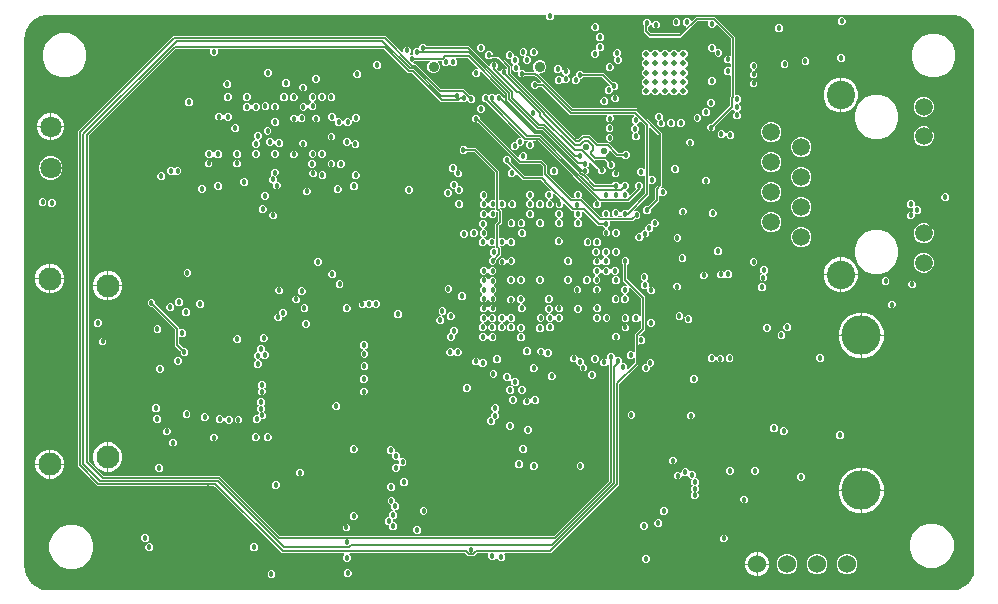
<source format=gbr>
G04 EAGLE Gerber RS-274X export*
G75*
%MOMM*%
%FSLAX34Y34*%
%LPD*%
%INCopper Layer 2*%
%IPPOS*%
%AMOC8*
5,1,8,0,0,1.08239X$1,22.5*%
G01*
G04 Define Apertures*
%ADD10C,0.508000*%
%ADD11C,3.327400*%
%ADD12C,1.524000*%
%ADD13C,1.500000*%
%ADD14C,2.400000*%
%ADD15C,0.900000*%
%ADD16C,1.800000*%
%ADD17C,1.950000*%
%ADD18C,0.457200*%
%ADD19C,0.125000*%
%ADD20C,0.127000*%
%ADD21C,0.152400*%
%ADD22C,0.553200*%
%ADD23C,0.150000*%
G36*
X794545Y4584D02*
X795788Y4831D01*
X796013Y4925D01*
X803021Y9607D01*
X803193Y9779D01*
X807869Y16777D01*
X807974Y17124D01*
X807974Y478176D01*
X807869Y478523D01*
X803193Y485521D01*
X803021Y485693D01*
X796013Y490375D01*
X795788Y490469D01*
X791991Y491224D01*
X791869Y491236D01*
X452618Y491236D01*
X452374Y491187D01*
X452169Y491046D01*
X452035Y490836D01*
X451993Y490611D01*
X451993Y488471D01*
X450059Y486537D01*
X447323Y486537D01*
X445389Y488471D01*
X445389Y490611D01*
X445340Y490855D01*
X445199Y491060D01*
X444989Y491194D01*
X444764Y491236D01*
X20931Y491236D01*
X20809Y491224D01*
X17012Y490469D01*
X16787Y490375D01*
X9779Y485693D01*
X9607Y485521D01*
X4925Y478513D01*
X4831Y478288D01*
X3187Y470022D01*
X3175Y469900D01*
X3175Y25400D01*
X3187Y25278D01*
X4831Y17012D01*
X4925Y16787D01*
X9607Y9779D01*
X9779Y9607D01*
X16787Y4925D01*
X17012Y4831D01*
X18255Y4584D01*
X18377Y4572D01*
X794423Y4572D01*
X794545Y4584D01*
G37*
%LPC*%
G36*
X583954Y392434D02*
X582019Y394368D01*
X582019Y397104D01*
X583954Y399038D01*
X585850Y399038D01*
X586094Y399087D01*
X586292Y399221D01*
X601035Y413964D01*
X601172Y414171D01*
X601218Y414406D01*
X601218Y421805D01*
X601543Y422130D01*
X601680Y422337D01*
X601726Y422572D01*
X601726Y439591D01*
X601677Y439835D01*
X601536Y440040D01*
X601326Y440174D01*
X601081Y440216D01*
X600937Y440182D01*
X598072Y440182D01*
X596138Y442116D01*
X596138Y444852D01*
X598072Y446786D01*
X600927Y446786D01*
X601111Y446752D01*
X601354Y446805D01*
X601557Y446949D01*
X601688Y447161D01*
X601726Y447377D01*
X601726Y449497D01*
X601677Y449741D01*
X601536Y449946D01*
X601326Y450080D01*
X601081Y450122D01*
X600937Y450088D01*
X598072Y450088D01*
X596138Y452022D01*
X596138Y454758D01*
X598072Y456692D01*
X600927Y456692D01*
X601111Y456658D01*
X601354Y456711D01*
X601557Y456855D01*
X601688Y457067D01*
X601726Y457283D01*
X601726Y470842D01*
X601677Y471086D01*
X601543Y471284D01*
X590347Y482480D01*
X590140Y482617D01*
X589895Y482663D01*
X589652Y482610D01*
X589449Y482466D01*
X589371Y482340D01*
X587346Y480314D01*
X584610Y480314D01*
X582676Y482248D01*
X582676Y485103D01*
X582710Y485287D01*
X582657Y485530D01*
X582513Y485733D01*
X582301Y485864D01*
X582085Y485902D01*
X573925Y485902D01*
X573681Y485853D01*
X573483Y485719D01*
X559696Y471932D01*
X532664Y471932D01*
X528066Y476530D01*
X528066Y482001D01*
X528017Y482244D01*
X527883Y482442D01*
X527373Y482952D01*
X527373Y485688D01*
X529307Y487622D01*
X532043Y487622D01*
X533977Y485688D01*
X533977Y484657D01*
X534027Y484413D01*
X534167Y484208D01*
X534377Y484074D01*
X534622Y484032D01*
X534864Y484089D01*
X535044Y484215D01*
X537112Y486283D01*
X539848Y486283D01*
X541782Y484349D01*
X541782Y481613D01*
X539848Y479679D01*
X537112Y479679D01*
X535178Y481613D01*
X535178Y482644D01*
X535129Y482888D01*
X534988Y483093D01*
X534778Y483227D01*
X534533Y483269D01*
X534291Y483212D01*
X534111Y483086D01*
X531972Y480947D01*
X531798Y480828D01*
X531664Y480618D01*
X531622Y480393D01*
X531622Y478261D01*
X531672Y478018D01*
X531805Y477819D01*
X533953Y475671D01*
X534161Y475534D01*
X534395Y475488D01*
X557964Y475488D01*
X558208Y475538D01*
X558406Y475671D01*
X563506Y480771D01*
X563643Y480978D01*
X563689Y481223D01*
X563636Y481466D01*
X563492Y481669D01*
X563366Y481747D01*
X561340Y483772D01*
X561340Y486508D01*
X563274Y488442D01*
X566010Y488442D01*
X568028Y486424D01*
X568134Y486269D01*
X568344Y486135D01*
X568589Y486093D01*
X568831Y486151D01*
X569011Y486276D01*
X572193Y489458D01*
X588398Y489458D01*
X605282Y472574D01*
X605282Y423535D01*
X605332Y423291D01*
X605472Y423086D01*
X605682Y422952D01*
X605907Y422910D01*
X608651Y422910D01*
X610585Y420976D01*
X610585Y418240D01*
X608854Y416509D01*
X608717Y416302D01*
X608671Y416058D01*
X608725Y415815D01*
X608854Y415626D01*
X610362Y414118D01*
X610362Y411382D01*
X608854Y409874D01*
X608717Y409667D01*
X608671Y409423D01*
X608725Y409180D01*
X608854Y408991D01*
X610331Y407514D01*
X610331Y404778D01*
X608397Y402844D01*
X605661Y402844D01*
X603727Y404778D01*
X603727Y407514D01*
X605235Y409022D01*
X605372Y409229D01*
X605418Y409474D01*
X605364Y409716D01*
X605235Y409905D01*
X604062Y411078D01*
X603855Y411216D01*
X603610Y411261D01*
X603367Y411208D01*
X603178Y411078D01*
X588806Y396706D01*
X588669Y396499D01*
X588623Y396264D01*
X588623Y394368D01*
X586689Y392434D01*
X583954Y392434D01*
G37*
G36*
X694338Y482346D02*
X692404Y484280D01*
X692404Y487016D01*
X694338Y488950D01*
X697074Y488950D01*
X699008Y487016D01*
X699008Y484280D01*
X697074Y482346D01*
X694338Y482346D01*
G37*
G36*
X554384Y481838D02*
X552450Y483772D01*
X552450Y486508D01*
X554384Y488442D01*
X557120Y488442D01*
X559054Y486508D01*
X559054Y483772D01*
X557120Y481838D01*
X554384Y481838D01*
G37*
G36*
X485594Y477327D02*
X483660Y479262D01*
X483660Y481997D01*
X485594Y483931D01*
X488329Y483931D01*
X490264Y481997D01*
X490264Y479262D01*
X488329Y477327D01*
X485594Y477327D01*
G37*
G36*
X641252Y476504D02*
X639318Y478438D01*
X639318Y481174D01*
X641252Y483108D01*
X643988Y483108D01*
X645922Y481174D01*
X645922Y478438D01*
X643988Y476504D01*
X641252Y476504D01*
G37*
G36*
X489614Y468884D02*
X487680Y470818D01*
X487680Y473554D01*
X489614Y475488D01*
X492350Y475488D01*
X494284Y473554D01*
X494284Y470818D01*
X492350Y468884D01*
X489614Y468884D01*
G37*
G36*
X33904Y438406D02*
X27090Y441229D01*
X21875Y446444D01*
X19052Y453258D01*
X19052Y460634D01*
X21875Y467448D01*
X27090Y472663D01*
X33904Y475486D01*
X41280Y475486D01*
X48094Y472663D01*
X53309Y467448D01*
X56132Y460634D01*
X56132Y453258D01*
X53309Y446444D01*
X48094Y441229D01*
X41280Y438406D01*
X33904Y438406D01*
G37*
G36*
X769742Y438152D02*
X762928Y440975D01*
X757713Y446190D01*
X754890Y453004D01*
X754890Y460380D01*
X757713Y467194D01*
X762928Y472409D01*
X769742Y475232D01*
X777118Y475232D01*
X783932Y472409D01*
X789147Y467194D01*
X791970Y460380D01*
X791970Y453004D01*
X789147Y446190D01*
X783932Y440975D01*
X777118Y438152D01*
X769742Y438152D01*
G37*
G36*
X275238Y28194D02*
X273304Y30128D01*
X273304Y32864D01*
X274552Y34112D01*
X274690Y34319D01*
X274735Y34564D01*
X274682Y34807D01*
X274538Y35010D01*
X274326Y35141D01*
X274110Y35179D01*
X221820Y35179D01*
X164599Y92400D01*
X164392Y92537D01*
X164157Y92583D01*
X65610Y92583D01*
X48895Y109298D01*
X48895Y392352D01*
X129571Y473028D01*
X309595Y473028D01*
X323291Y459332D01*
X323498Y459194D01*
X323743Y459149D01*
X323986Y459202D01*
X324189Y459346D01*
X324320Y459558D01*
X324358Y459774D01*
X324358Y462378D01*
X326292Y464312D01*
X329028Y464312D01*
X330962Y462378D01*
X330962Y459642D01*
X329841Y458521D01*
X329703Y458314D01*
X329658Y458069D01*
X329711Y457826D01*
X329855Y457623D01*
X330067Y457493D01*
X330283Y457454D01*
X332115Y457454D01*
X332359Y457504D01*
X332564Y457644D01*
X332698Y457854D01*
X332740Y458079D01*
X332740Y460854D01*
X334674Y462788D01*
X336941Y462788D01*
X337185Y462838D01*
X337390Y462978D01*
X337524Y463188D01*
X337566Y463413D01*
X337566Y464791D01*
X339500Y466725D01*
X342236Y466725D01*
X343704Y465257D01*
X343911Y465120D01*
X344146Y465074D01*
X379875Y465074D01*
X397205Y447744D01*
X397412Y447606D01*
X397657Y447561D01*
X397900Y447614D01*
X398103Y447758D01*
X398234Y447969D01*
X398272Y448185D01*
X398272Y449678D01*
X400206Y451612D01*
X402942Y451612D01*
X404876Y449678D01*
X404876Y446942D01*
X403894Y445961D01*
X403757Y445753D01*
X403712Y445509D01*
X403765Y445266D01*
X403894Y445077D01*
X405414Y443558D01*
X405621Y443420D01*
X405866Y443375D01*
X406109Y443428D01*
X406311Y443572D01*
X406389Y443698D01*
X408415Y445724D01*
X411165Y445724D01*
X411329Y445615D01*
X411574Y445569D01*
X411817Y445622D01*
X412020Y445766D01*
X412151Y445978D01*
X412189Y446194D01*
X412189Y446277D01*
X412140Y446521D01*
X412006Y446719D01*
X404629Y454096D01*
X404422Y454233D01*
X404187Y454279D01*
X399264Y454279D01*
X399020Y454230D01*
X398822Y454096D01*
X398370Y453644D01*
X395634Y453644D01*
X393700Y455578D01*
X393700Y458314D01*
X395634Y460248D01*
X398370Y460248D01*
X400304Y458314D01*
X400304Y458206D01*
X400354Y457962D01*
X400494Y457757D01*
X400704Y457623D01*
X400929Y457581D01*
X405814Y457581D01*
X415491Y447904D01*
X415491Y442067D01*
X415541Y441823D01*
X415674Y441625D01*
X470909Y386390D01*
X471116Y386253D01*
X471351Y386207D01*
X472005Y386207D01*
X472249Y386257D01*
X472447Y386390D01*
X475566Y389509D01*
X482268Y389509D01*
X489197Y382580D01*
X489404Y382443D01*
X489639Y382397D01*
X498270Y382397D01*
X506215Y374452D01*
X506422Y374315D01*
X506657Y374269D01*
X509548Y374269D01*
X509792Y374319D01*
X509990Y374452D01*
X511458Y375920D01*
X514194Y375920D01*
X516128Y373986D01*
X516128Y371250D01*
X514194Y369316D01*
X511458Y369316D01*
X509990Y370784D01*
X509783Y370921D01*
X509548Y370967D01*
X505030Y370967D01*
X499387Y376610D01*
X499180Y376748D01*
X498935Y376793D01*
X498692Y376740D01*
X498489Y376596D01*
X498359Y376384D01*
X498320Y376168D01*
X498320Y374099D01*
X496536Y372315D01*
X496398Y372108D01*
X496353Y371863D01*
X496406Y371620D01*
X496536Y371431D01*
X500246Y367721D01*
X500453Y367584D01*
X500688Y367538D01*
X501621Y367538D01*
X503555Y365604D01*
X503555Y362868D01*
X501621Y360934D01*
X498885Y360934D01*
X496951Y362868D01*
X496951Y365640D01*
X497018Y365740D01*
X497063Y365985D01*
X497010Y366228D01*
X496880Y366417D01*
X495307Y367990D01*
X495100Y368127D01*
X494865Y368173D01*
X487521Y368173D01*
X487277Y368124D01*
X487072Y367983D01*
X486938Y367773D01*
X486896Y367528D01*
X486954Y367286D01*
X487079Y367106D01*
X491264Y362921D01*
X491471Y362784D01*
X491706Y362738D01*
X493782Y362738D01*
X495716Y360804D01*
X495716Y358068D01*
X493782Y356134D01*
X491047Y356134D01*
X489112Y358068D01*
X489112Y360144D01*
X489063Y360388D01*
X488929Y360586D01*
X482651Y366864D01*
X482444Y367002D01*
X482199Y367047D01*
X481956Y366994D01*
X481753Y366850D01*
X481623Y366638D01*
X481584Y366423D01*
X481584Y363630D01*
X480471Y362517D01*
X480334Y362310D01*
X480288Y362066D01*
X480342Y361823D01*
X480471Y361634D01*
X481424Y360681D01*
X481424Y357945D01*
X479713Y356234D01*
X479575Y356027D01*
X479530Y355782D01*
X479583Y355539D01*
X479713Y355350D01*
X486646Y348417D01*
X486853Y348280D01*
X487088Y348234D01*
X501100Y348234D01*
X501344Y348284D01*
X501542Y348417D01*
X503010Y349885D01*
X505746Y349885D01*
X507680Y347951D01*
X507680Y345662D01*
X507729Y345418D01*
X507870Y345213D01*
X508080Y345079D01*
X508325Y345037D01*
X508567Y345094D01*
X508747Y345220D01*
X508833Y345306D01*
X508970Y345513D01*
X509016Y345748D01*
X509016Y347824D01*
X510950Y349758D01*
X513686Y349758D01*
X515620Y347824D01*
X515620Y345088D01*
X513620Y343088D01*
X513482Y342881D01*
X513437Y342636D01*
X513490Y342393D01*
X513620Y342204D01*
X515432Y340392D01*
X515432Y338936D01*
X515482Y338692D01*
X515622Y338487D01*
X515832Y338353D01*
X516077Y338311D01*
X516319Y338368D01*
X516499Y338494D01*
X521578Y343573D01*
X521715Y343780D01*
X521761Y344025D01*
X521707Y344267D01*
X521578Y344457D01*
X520870Y345164D01*
X520870Y347900D01*
X522804Y349834D01*
X525540Y349834D01*
X527474Y347900D01*
X527474Y345164D01*
X526006Y343696D01*
X525869Y343489D01*
X525823Y343254D01*
X525823Y343148D01*
X515542Y332867D01*
X492409Y332867D01*
X492165Y332818D01*
X491960Y332677D01*
X491826Y332467D01*
X491784Y332242D01*
X491784Y329262D01*
X489850Y327328D01*
X487114Y327328D01*
X485180Y329262D01*
X485180Y331998D01*
X487114Y333932D01*
X487978Y333932D01*
X488222Y333982D01*
X488427Y334122D01*
X488561Y334332D01*
X488603Y334577D01*
X488546Y334819D01*
X488420Y334999D01*
X474479Y348940D01*
X474272Y349077D01*
X474037Y349123D01*
X473943Y349123D01*
X467921Y355145D01*
X467912Y355188D01*
X467779Y355386D01*
X438655Y384510D01*
X438448Y384647D01*
X438213Y384693D01*
X434794Y384693D01*
X434550Y384644D01*
X434345Y384503D01*
X434211Y384293D01*
X434169Y384048D01*
X434226Y383806D01*
X434352Y383626D01*
X435356Y382622D01*
X435356Y379886D01*
X433422Y377952D01*
X430686Y377952D01*
X428752Y379886D01*
X428752Y382622D01*
X429756Y383626D01*
X429894Y383834D01*
X429939Y384078D01*
X429886Y384321D01*
X429742Y384524D01*
X429530Y384655D01*
X429314Y384693D01*
X427165Y384693D01*
X426922Y384644D01*
X426716Y384503D01*
X426582Y384293D01*
X426540Y384068D01*
X426540Y382322D01*
X424606Y380388D01*
X422910Y380388D01*
X422666Y380338D01*
X422461Y380197D01*
X422327Y379988D01*
X422285Y379763D01*
X422285Y378451D01*
X420350Y376517D01*
X417615Y376517D01*
X415681Y378451D01*
X415681Y381187D01*
X417615Y383121D01*
X419311Y383121D01*
X419555Y383171D01*
X419760Y383311D01*
X419894Y383521D01*
X419936Y383746D01*
X419936Y385057D01*
X421871Y386992D01*
X423235Y386992D01*
X423478Y387041D01*
X423684Y387182D01*
X423818Y387391D01*
X423859Y387637D01*
X423802Y387879D01*
X423677Y388059D01*
X394596Y417139D01*
X394389Y417276D01*
X394154Y417322D01*
X392840Y417322D01*
X390906Y419256D01*
X390906Y421992D01*
X392840Y423926D01*
X395576Y423926D01*
X396560Y422942D01*
X396767Y422804D01*
X397012Y422759D01*
X397255Y422812D01*
X397444Y422942D01*
X398428Y423926D01*
X401164Y423926D01*
X402148Y422942D01*
X402355Y422804D01*
X402600Y422759D01*
X402843Y422812D01*
X403032Y422942D01*
X404016Y423926D01*
X406752Y423926D01*
X408686Y421992D01*
X408686Y421159D01*
X408736Y420915D01*
X408869Y420717D01*
X409143Y420443D01*
X409350Y420306D01*
X409595Y420260D01*
X409838Y420314D01*
X410041Y420458D01*
X410172Y420669D01*
X410210Y420885D01*
X410210Y423344D01*
X410161Y423588D01*
X410027Y423786D01*
X390599Y443214D01*
X390392Y443351D01*
X390147Y443397D01*
X389904Y443344D01*
X389701Y443200D01*
X389571Y442988D01*
X389532Y442772D01*
X389532Y440362D01*
X387598Y438428D01*
X384862Y438428D01*
X382928Y440362D01*
X382928Y443098D01*
X384862Y445032D01*
X387272Y445032D01*
X387516Y445082D01*
X387721Y445222D01*
X387855Y445432D01*
X387897Y445677D01*
X387840Y445919D01*
X387714Y446099D01*
X379590Y454223D01*
X379383Y454360D01*
X379148Y454406D01*
X369774Y454406D01*
X369530Y454357D01*
X369325Y454216D01*
X369191Y454006D01*
X369149Y453761D01*
X369206Y453519D01*
X369332Y453339D01*
X369945Y452726D01*
X369945Y449990D01*
X368011Y448056D01*
X365275Y448056D01*
X364037Y449294D01*
X363830Y449432D01*
X363585Y449477D01*
X363342Y449424D01*
X363153Y449294D01*
X361915Y448056D01*
X359179Y448056D01*
X357245Y449990D01*
X357245Y451876D01*
X357196Y452120D01*
X357055Y452325D01*
X356845Y452459D01*
X356620Y452501D01*
X354110Y452501D01*
X353866Y452452D01*
X353661Y452311D01*
X353527Y452101D01*
X353486Y451856D01*
X353543Y451614D01*
X353668Y451434D01*
X354828Y450274D01*
X355668Y448247D01*
X355668Y446052D01*
X354828Y444025D01*
X353277Y442473D01*
X351249Y441634D01*
X349055Y441634D01*
X347027Y442473D01*
X345476Y444025D01*
X344636Y446052D01*
X344636Y448247D01*
X345476Y450274D01*
X346636Y451434D01*
X346773Y451641D01*
X346819Y451886D01*
X346765Y452129D01*
X346621Y452332D01*
X346410Y452463D01*
X346194Y452501D01*
X335002Y452501D01*
X334758Y452452D01*
X334560Y452318D01*
X333143Y450901D01*
X333005Y450694D01*
X332960Y450449D01*
X333013Y450206D01*
X333157Y450003D01*
X333369Y449873D01*
X333585Y449834D01*
X334917Y449834D01*
X356197Y428554D01*
X356404Y428417D01*
X356638Y428371D01*
X375588Y428371D01*
X380612Y423347D01*
X380819Y423210D01*
X381054Y423164D01*
X383130Y423164D01*
X385064Y421230D01*
X385064Y418494D01*
X383130Y416560D01*
X380394Y416560D01*
X378902Y418052D01*
X378695Y418190D01*
X378450Y418235D01*
X378207Y418182D01*
X378018Y418052D01*
X377034Y417068D01*
X374298Y417068D01*
X373533Y417833D01*
X373326Y417970D01*
X373082Y418016D01*
X372839Y417962D01*
X372650Y417833D01*
X371885Y417068D01*
X356547Y417068D01*
X331838Y441777D01*
X331631Y441914D01*
X331396Y441960D01*
X328442Y441960D01*
X308432Y461970D01*
X308225Y462107D01*
X307990Y462153D01*
X168273Y462153D01*
X168029Y462104D01*
X167824Y461963D01*
X167690Y461753D01*
X167648Y461508D01*
X167682Y461364D01*
X167682Y458499D01*
X165748Y456565D01*
X163012Y456565D01*
X161078Y458499D01*
X161078Y461354D01*
X161112Y461538D01*
X161059Y461781D01*
X160915Y461984D01*
X160703Y462115D01*
X160487Y462153D01*
X132007Y462153D01*
X131763Y462104D01*
X131565Y461970D01*
X58222Y388627D01*
X58085Y388420D01*
X58039Y388185D01*
X58039Y113719D01*
X58089Y113475D01*
X58222Y113277D01*
X70605Y100894D01*
X70812Y100757D01*
X71047Y100711D01*
X169017Y100711D01*
X219507Y50221D01*
X219714Y50084D01*
X219949Y50038D01*
X452066Y50038D01*
X452310Y50088D01*
X452508Y50221D01*
X498800Y96513D01*
X498937Y96720D01*
X498983Y96955D01*
X498983Y198144D01*
X498934Y198388D01*
X498800Y198586D01*
X498780Y198606D01*
X498573Y198744D01*
X498328Y198789D01*
X498085Y198736D01*
X497882Y198592D01*
X497752Y198380D01*
X497713Y198164D01*
X497713Y195482D01*
X495779Y193548D01*
X493043Y193548D01*
X491109Y195482D01*
X491109Y198190D01*
X491104Y198213D01*
X493043Y200152D01*
X495779Y200152D01*
X496265Y199666D01*
X496472Y199528D01*
X496717Y199483D01*
X496960Y199536D01*
X497163Y199680D01*
X497294Y199892D01*
X497332Y200108D01*
X497332Y202790D01*
X499266Y204724D01*
X502002Y204724D01*
X503936Y202790D01*
X503936Y202013D01*
X503986Y201769D01*
X504126Y201564D01*
X504336Y201430D01*
X504581Y201388D01*
X504725Y201422D01*
X507590Y201422D01*
X509524Y199488D01*
X509524Y196967D01*
X509574Y196723D01*
X509714Y196518D01*
X509924Y196384D01*
X510149Y196342D01*
X512162Y196342D01*
X514096Y194408D01*
X514096Y191550D01*
X514146Y191306D01*
X514286Y191101D01*
X514496Y190967D01*
X514741Y190925D01*
X514983Y190982D01*
X515163Y191108D01*
X520136Y196081D01*
X520273Y196288D01*
X520319Y196523D01*
X520319Y200069D01*
X520270Y200313D01*
X520129Y200518D01*
X519919Y200652D01*
X519674Y200694D01*
X519432Y200637D01*
X519252Y200511D01*
X518385Y199644D01*
X515649Y199644D01*
X513715Y201578D01*
X513715Y204314D01*
X515649Y206248D01*
X518385Y206248D01*
X519252Y205381D01*
X519459Y205243D01*
X519704Y205198D01*
X519947Y205251D01*
X520150Y205395D01*
X520281Y205607D01*
X520319Y205823D01*
X520319Y220394D01*
X525724Y225799D01*
X525861Y226006D01*
X525907Y226241D01*
X525907Y232581D01*
X525858Y232825D01*
X525717Y233030D01*
X525507Y233164D01*
X525262Y233206D01*
X525020Y233149D01*
X524840Y233023D01*
X522957Y231140D01*
X520221Y231140D01*
X518287Y233074D01*
X518287Y235810D01*
X520221Y237744D01*
X522957Y237744D01*
X524840Y235861D01*
X525047Y235723D01*
X525292Y235678D01*
X525535Y235731D01*
X525738Y235875D01*
X525869Y236087D01*
X525907Y236303D01*
X525907Y250771D01*
X525858Y251015D01*
X525724Y251213D01*
X516869Y260068D01*
X516661Y260206D01*
X516417Y260251D01*
X516174Y260198D01*
X515971Y260054D01*
X515840Y259842D01*
X515802Y259626D01*
X515802Y257022D01*
X513868Y255088D01*
X513853Y255088D01*
X513609Y255039D01*
X513404Y254898D01*
X513270Y254688D01*
X513228Y254443D01*
X513285Y254201D01*
X513411Y254021D01*
X515366Y252066D01*
X515366Y249330D01*
X513432Y247396D01*
X510696Y247396D01*
X508762Y249330D01*
X508762Y252066D01*
X510696Y254000D01*
X510711Y254000D01*
X510955Y254050D01*
X511160Y254190D01*
X511294Y254400D01*
X511336Y254645D01*
X511279Y254887D01*
X511153Y255067D01*
X509198Y257022D01*
X509198Y259758D01*
X511132Y261692D01*
X513736Y261692D01*
X513980Y261742D01*
X514185Y261882D01*
X514319Y262092D01*
X514361Y262337D01*
X514304Y262579D01*
X514178Y262759D01*
X510921Y266016D01*
X510921Y279424D01*
X510872Y279668D01*
X510738Y279866D01*
X509270Y281334D01*
X509270Y284070D01*
X511204Y286004D01*
X513940Y286004D01*
X515874Y284070D01*
X515874Y281334D01*
X514406Y279866D01*
X514269Y279659D01*
X514223Y279424D01*
X514223Y267643D01*
X514273Y267399D01*
X514406Y267201D01*
X529209Y252398D01*
X529209Y224614D01*
X524610Y220015D01*
X524472Y219808D01*
X524427Y219563D01*
X524480Y219320D01*
X524624Y219117D01*
X524836Y218987D01*
X525052Y218948D01*
X527402Y218948D01*
X529336Y217014D01*
X529336Y214278D01*
X527402Y212344D01*
X524655Y212344D01*
X524481Y212460D01*
X524236Y212505D01*
X523993Y212452D01*
X523790Y212308D01*
X523660Y212096D01*
X523621Y211880D01*
X523621Y194896D01*
X507548Y178823D01*
X507411Y178616D01*
X507365Y178381D01*
X507365Y93042D01*
X449502Y35179D01*
X410674Y35179D01*
X410430Y35130D01*
X410225Y34989D01*
X410091Y34779D01*
X410049Y34534D01*
X410106Y34292D01*
X410232Y34112D01*
X410718Y33626D01*
X410718Y30890D01*
X408784Y28956D01*
X406048Y28956D01*
X404114Y30890D01*
X404114Y31032D01*
X404065Y31276D01*
X403924Y31481D01*
X403714Y31615D01*
X403469Y31657D01*
X403227Y31600D01*
X403047Y31474D01*
X401164Y29591D01*
X398428Y29591D01*
X396494Y31525D01*
X396494Y34380D01*
X396528Y34564D01*
X396475Y34807D01*
X396331Y35010D01*
X396119Y35141D01*
X395903Y35179D01*
X387003Y35179D01*
X386759Y35130D01*
X386561Y34996D01*
X384331Y32766D01*
X379701Y32766D01*
X377471Y34996D01*
X377264Y35133D01*
X377029Y35179D01*
X279102Y35179D01*
X278858Y35130D01*
X278653Y34989D01*
X278519Y34779D01*
X278477Y34534D01*
X278534Y34292D01*
X278660Y34112D01*
X279908Y32864D01*
X279908Y30128D01*
X277974Y28194D01*
X275238Y28194D01*
G37*
G36*
X485550Y454961D02*
X483616Y456895D01*
X483616Y459630D01*
X485550Y461565D01*
X487055Y461565D01*
X487299Y461614D01*
X487504Y461755D01*
X487638Y461964D01*
X487680Y462190D01*
X487680Y465172D01*
X489614Y467106D01*
X492350Y467106D01*
X494284Y465172D01*
X494284Y462436D01*
X492350Y460502D01*
X490845Y460502D01*
X490601Y460453D01*
X490396Y460312D01*
X490262Y460102D01*
X490220Y459877D01*
X490220Y456895D01*
X488286Y454961D01*
X485550Y454961D01*
G37*
G36*
X388824Y460121D02*
X386889Y462055D01*
X386889Y464791D01*
X388824Y466725D01*
X391559Y466725D01*
X393493Y464791D01*
X393493Y462055D01*
X391559Y460121D01*
X388824Y460121D01*
G37*
G36*
X589944Y455848D02*
X588010Y457782D01*
X588010Y459429D01*
X587961Y459672D01*
X587820Y459878D01*
X587610Y460012D01*
X587385Y460054D01*
X584551Y460054D01*
X582616Y461988D01*
X582616Y464723D01*
X584551Y466658D01*
X587286Y466658D01*
X589220Y464723D01*
X589220Y463077D01*
X589270Y462833D01*
X589410Y462628D01*
X589620Y462494D01*
X589845Y462452D01*
X592680Y462452D01*
X594614Y460518D01*
X594614Y457782D01*
X592680Y455848D01*
X589944Y455848D01*
G37*
G36*
X427782Y449978D02*
X425848Y451912D01*
X425848Y454648D01*
X426571Y455371D01*
X426709Y455578D01*
X426754Y455823D01*
X426701Y456066D01*
X426557Y456269D01*
X426345Y456400D01*
X426129Y456438D01*
X424844Y456438D01*
X422910Y458372D01*
X422910Y461108D01*
X424844Y463042D01*
X427580Y463042D01*
X429514Y461108D01*
X429514Y458372D01*
X428791Y457649D01*
X428653Y457442D01*
X428608Y457197D01*
X428661Y456954D01*
X428805Y456751D01*
X429017Y456621D01*
X429233Y456582D01*
X430518Y456582D01*
X432452Y454648D01*
X432452Y451912D01*
X430518Y449978D01*
X427782Y449978D01*
G37*
G36*
X433534Y456110D02*
X431599Y458045D01*
X431599Y460780D01*
X433534Y462714D01*
X436269Y462714D01*
X438203Y460780D01*
X438203Y458045D01*
X436269Y456110D01*
X433534Y456110D01*
G37*
G36*
X505141Y449834D02*
X503207Y451768D01*
X503207Y454504D01*
X503730Y455027D01*
X503868Y455235D01*
X503913Y455479D01*
X503860Y455722D01*
X503730Y455911D01*
X502285Y457356D01*
X502285Y460092D01*
X504219Y462026D01*
X506955Y462026D01*
X508889Y460092D01*
X508889Y457356D01*
X508366Y456833D01*
X508228Y456625D01*
X508183Y456381D01*
X508236Y456138D01*
X508366Y455949D01*
X509811Y454504D01*
X509811Y451768D01*
X507877Y449834D01*
X505141Y449834D01*
G37*
G36*
X528625Y422910D02*
X526542Y424993D01*
X526542Y427939D01*
X528564Y429961D01*
X528702Y430168D01*
X528747Y430413D01*
X528694Y430656D01*
X528564Y430845D01*
X526542Y432867D01*
X526542Y435813D01*
X528564Y437835D01*
X528702Y438042D01*
X528747Y438287D01*
X528694Y438530D01*
X528564Y438719D01*
X526542Y440741D01*
X526542Y443687D01*
X528564Y445709D01*
X528702Y445916D01*
X528747Y446161D01*
X528694Y446404D01*
X528564Y446593D01*
X526542Y448615D01*
X526542Y451561D01*
X528564Y453583D01*
X528702Y453790D01*
X528747Y454035D01*
X528694Y454278D01*
X528564Y454467D01*
X526542Y456489D01*
X526542Y459435D01*
X528625Y461518D01*
X531571Y461518D01*
X533593Y459496D01*
X533800Y459359D01*
X534045Y459313D01*
X534288Y459366D01*
X534477Y459496D01*
X536499Y461518D01*
X539445Y461518D01*
X541467Y459496D01*
X541674Y459359D01*
X541919Y459313D01*
X542162Y459366D01*
X542351Y459496D01*
X544373Y461518D01*
X547319Y461518D01*
X549341Y459496D01*
X549548Y459359D01*
X549793Y459313D01*
X550036Y459366D01*
X550225Y459496D01*
X552247Y461518D01*
X555193Y461518D01*
X557215Y459496D01*
X557422Y459359D01*
X557667Y459313D01*
X557910Y459366D01*
X558099Y459496D01*
X560121Y461518D01*
X563067Y461518D01*
X565150Y459435D01*
X565150Y456489D01*
X563128Y454467D01*
X562991Y454260D01*
X562945Y454015D01*
X562998Y453772D01*
X563128Y453583D01*
X565150Y451561D01*
X565150Y448615D01*
X563128Y446593D01*
X562991Y446386D01*
X562945Y446141D01*
X562998Y445898D01*
X563128Y445709D01*
X565150Y443687D01*
X565150Y440741D01*
X563128Y438719D01*
X562991Y438512D01*
X562945Y438267D01*
X562998Y438024D01*
X563128Y437835D01*
X565150Y435813D01*
X565150Y432867D01*
X563128Y430845D01*
X562991Y430638D01*
X562945Y430393D01*
X562998Y430150D01*
X563128Y429961D01*
X565150Y427939D01*
X565150Y424993D01*
X563067Y422910D01*
X560121Y422910D01*
X558099Y424932D01*
X557892Y425070D01*
X557647Y425115D01*
X557404Y425062D01*
X557215Y424932D01*
X555193Y422910D01*
X552247Y422910D01*
X550225Y424932D01*
X550018Y425070D01*
X549773Y425115D01*
X549530Y425062D01*
X549341Y424932D01*
X547319Y422910D01*
X544373Y422910D01*
X542351Y424932D01*
X542144Y425070D01*
X541899Y425115D01*
X541656Y425062D01*
X541467Y424932D01*
X539445Y422910D01*
X536499Y422910D01*
X534477Y424932D01*
X534270Y425070D01*
X534025Y425115D01*
X533782Y425062D01*
X533593Y424932D01*
X531571Y422910D01*
X528625Y422910D01*
G37*
G36*
X495166Y303534D02*
X493232Y305468D01*
X493232Y308204D01*
X495117Y310089D01*
X495255Y310296D01*
X495300Y310541D01*
X495247Y310784D01*
X495117Y310973D01*
X493599Y312491D01*
X493392Y312628D01*
X493157Y312674D01*
X489155Y312674D01*
X477019Y324810D01*
X476812Y324947D01*
X476577Y324993D01*
X476206Y324993D01*
X475962Y324944D01*
X475757Y324803D01*
X475623Y324593D01*
X475581Y324348D01*
X475638Y324106D01*
X475742Y323957D01*
X475742Y321212D01*
X473742Y319212D01*
X473604Y319005D01*
X473559Y318760D01*
X473612Y318517D01*
X473742Y318328D01*
X475742Y316328D01*
X475742Y313592D01*
X473808Y311658D01*
X471072Y311658D01*
X469138Y313592D01*
X469138Y316328D01*
X471138Y318328D01*
X471276Y318535D01*
X471321Y318780D01*
X471268Y319023D01*
X471138Y319212D01*
X469138Y321212D01*
X469138Y323959D01*
X469254Y324133D01*
X469299Y324378D01*
X469246Y324621D01*
X469102Y324824D01*
X468890Y324955D01*
X468674Y324993D01*
X467438Y324993D01*
X461109Y331322D01*
X460901Y331460D01*
X460657Y331505D01*
X460414Y331452D01*
X460211Y331308D01*
X460080Y331096D01*
X460042Y330880D01*
X460042Y329262D01*
X458108Y327328D01*
X455372Y327328D01*
X453438Y329262D01*
X453438Y331998D01*
X455372Y333932D01*
X456990Y333932D01*
X457234Y333982D01*
X457439Y334122D01*
X457573Y334332D01*
X457615Y334577D01*
X457558Y334819D01*
X457432Y334999D01*
X452347Y340084D01*
X452139Y340222D01*
X451895Y340267D01*
X451652Y340214D01*
X451449Y340070D01*
X451318Y339858D01*
X451280Y339642D01*
X451280Y337388D01*
X449193Y335302D01*
X449056Y335094D01*
X449010Y334850D01*
X449064Y334607D01*
X449208Y334404D01*
X449419Y334273D01*
X449635Y334235D01*
X449805Y334235D01*
X451739Y332301D01*
X451739Y329565D01*
X449805Y327631D01*
X447069Y327631D01*
X445135Y329565D01*
X445135Y332301D01*
X447222Y334387D01*
X447359Y334594D01*
X447404Y334839D01*
X447351Y335082D01*
X447207Y335285D01*
X446996Y335416D01*
X446780Y335454D01*
X446610Y335454D01*
X444676Y337388D01*
X444676Y340124D01*
X446610Y342058D01*
X448864Y342058D01*
X449108Y342108D01*
X449313Y342248D01*
X449447Y342458D01*
X449489Y342703D01*
X449432Y342945D01*
X449306Y343125D01*
X443102Y349329D01*
X443054Y349567D01*
X442920Y349765D01*
X441205Y351480D01*
X440998Y351617D01*
X440763Y351663D01*
X425782Y351663D01*
X420607Y356838D01*
X420400Y356976D01*
X420155Y357021D01*
X419912Y356968D01*
X419709Y356824D01*
X419579Y356612D01*
X419540Y356396D01*
X419540Y355924D01*
X417606Y353990D01*
X414870Y353990D01*
X412936Y355924D01*
X412936Y358660D01*
X414870Y360594D01*
X415342Y360594D01*
X415586Y360643D01*
X415791Y360784D01*
X415925Y360994D01*
X415967Y361239D01*
X415910Y361481D01*
X415784Y361661D01*
X412428Y365017D01*
X412221Y365154D01*
X411986Y365200D01*
X410961Y365200D01*
X409027Y367134D01*
X409027Y369870D01*
X410961Y371804D01*
X413697Y371804D01*
X415631Y369870D01*
X415631Y367075D01*
X415610Y367044D01*
X415565Y366799D01*
X415618Y366556D01*
X415748Y366367D01*
X426967Y355148D01*
X427174Y355011D01*
X427409Y354965D01*
X442478Y354965D01*
X442722Y355015D01*
X442927Y355155D01*
X443061Y355365D01*
X443103Y355590D01*
X443103Y362023D01*
X443054Y362267D01*
X442920Y362465D01*
X440844Y364541D01*
X440637Y364678D01*
X440402Y364724D01*
X422894Y364724D01*
X387725Y399893D01*
X387518Y400030D01*
X387283Y400076D01*
X384492Y400076D01*
X382558Y402010D01*
X382558Y404746D01*
X384492Y406680D01*
X387228Y406680D01*
X389162Y404746D01*
X389162Y403385D01*
X389212Y403141D01*
X389345Y402943D01*
X421589Y370699D01*
X421796Y370561D01*
X422041Y370516D01*
X422284Y370569D01*
X422487Y370713D01*
X422618Y370925D01*
X422656Y371141D01*
X422656Y372843D01*
X424590Y374777D01*
X427326Y374777D01*
X429260Y372843D01*
X429260Y370107D01*
X428246Y369093D01*
X428108Y368886D01*
X428063Y368641D01*
X428116Y368398D01*
X428260Y368195D01*
X428472Y368065D01*
X428688Y368026D01*
X442029Y368026D01*
X446405Y363650D01*
X446405Y357305D01*
X446455Y357061D01*
X446588Y356863D01*
X467099Y336352D01*
X467306Y336215D01*
X467541Y336169D01*
X468979Y336169D01*
X469223Y336219D01*
X469428Y336359D01*
X469562Y336569D01*
X469604Y336814D01*
X469547Y337056D01*
X469421Y337236D01*
X469062Y337595D01*
X469062Y340331D01*
X470996Y342265D01*
X473732Y342265D01*
X475666Y340331D01*
X475666Y337595D01*
X475267Y337196D01*
X475129Y336989D01*
X475084Y336744D01*
X475137Y336501D01*
X475267Y336312D01*
X491483Y320096D01*
X491690Y319959D01*
X491925Y319913D01*
X492644Y319913D01*
X492888Y319963D01*
X493093Y320103D01*
X493227Y320313D01*
X493269Y320558D01*
X493212Y320800D01*
X493086Y320980D01*
X492948Y321118D01*
X492948Y323854D01*
X494882Y325788D01*
X497618Y325788D01*
X499552Y323854D01*
X499552Y321118D01*
X499414Y320980D01*
X499277Y320773D01*
X499231Y320528D01*
X499284Y320285D01*
X499428Y320082D01*
X499640Y319952D01*
X499856Y319913D01*
X501278Y319913D01*
X501522Y319963D01*
X501727Y320103D01*
X501861Y320313D01*
X501903Y320558D01*
X501846Y320800D01*
X501720Y320980D01*
X500975Y321725D01*
X500975Y324461D01*
X502909Y326395D01*
X505645Y326395D01*
X507579Y324461D01*
X507579Y321725D01*
X506833Y320980D01*
X506696Y320773D01*
X506650Y320528D01*
X506704Y320285D01*
X506848Y320082D01*
X507059Y319952D01*
X507275Y319913D01*
X509060Y319913D01*
X509304Y319963D01*
X509509Y320103D01*
X509643Y320313D01*
X509685Y320558D01*
X509628Y320800D01*
X509502Y320980D01*
X509016Y321466D01*
X509016Y324202D01*
X510950Y326136D01*
X513686Y326136D01*
X514185Y325636D01*
X514393Y325499D01*
X514637Y325453D01*
X514880Y325507D01*
X515069Y325636D01*
X529117Y339684D01*
X529254Y339891D01*
X529300Y340126D01*
X529300Y355227D01*
X529251Y355471D01*
X529110Y355676D01*
X528900Y355810D01*
X528655Y355852D01*
X528413Y355795D01*
X528233Y355669D01*
X527402Y354838D01*
X524666Y354838D01*
X522732Y356772D01*
X522732Y359508D01*
X524666Y361442D01*
X527402Y361442D01*
X528233Y360611D01*
X528440Y360473D01*
X528685Y360428D01*
X528928Y360481D01*
X529131Y360625D01*
X529262Y360837D01*
X529300Y361053D01*
X529300Y396964D01*
X529251Y397208D01*
X529117Y397406D01*
X525577Y400946D01*
X525370Y401083D01*
X525125Y401129D01*
X524882Y401076D01*
X524679Y400932D01*
X524601Y400806D01*
X522510Y398714D01*
X522372Y398507D01*
X522327Y398262D01*
X522380Y398019D01*
X522510Y397830D01*
X524256Y396084D01*
X524256Y393348D01*
X523145Y392237D01*
X523007Y392030D01*
X522962Y391785D01*
X523015Y391542D01*
X523145Y391353D01*
X524764Y389734D01*
X524764Y386998D01*
X522830Y385064D01*
X520094Y385064D01*
X518160Y386998D01*
X518160Y389734D01*
X519271Y390845D01*
X519409Y391052D01*
X519454Y391297D01*
X519401Y391540D01*
X519271Y391729D01*
X517652Y393348D01*
X517652Y396084D01*
X519652Y398084D01*
X519790Y398291D01*
X519835Y398536D01*
X519782Y398779D01*
X519652Y398968D01*
X517906Y400714D01*
X517906Y403450D01*
X519916Y405460D01*
X520054Y405667D01*
X520099Y405912D01*
X520046Y406155D01*
X519902Y406358D01*
X519690Y406489D01*
X519474Y406527D01*
X502368Y406527D01*
X502124Y406478D01*
X501919Y406337D01*
X501785Y406127D01*
X501743Y405882D01*
X501800Y405640D01*
X501926Y405460D01*
X502666Y404720D01*
X502666Y401984D01*
X500732Y400050D01*
X497996Y400050D01*
X496062Y401984D01*
X496062Y404720D01*
X496802Y405460D01*
X496940Y405667D01*
X496985Y405912D01*
X496932Y406155D01*
X496788Y406358D01*
X496576Y406489D01*
X496360Y406527D01*
X465660Y406527D01*
X441967Y430220D01*
X441760Y430357D01*
X441525Y430403D01*
X438888Y430403D01*
X438644Y430354D01*
X438446Y430220D01*
X436978Y428752D01*
X434242Y428752D01*
X432308Y430686D01*
X432308Y433422D01*
X434242Y435356D01*
X436978Y435356D01*
X438446Y433888D01*
X438653Y433751D01*
X438888Y433705D01*
X440467Y433705D01*
X440711Y433755D01*
X440916Y433895D01*
X441050Y434105D01*
X441092Y434350D01*
X441035Y434592D01*
X440909Y434772D01*
X437557Y438125D01*
X437349Y438262D01*
X437115Y438308D01*
X436490Y438308D01*
X435169Y439628D01*
X434962Y439765D01*
X434727Y439811D01*
X427976Y439811D01*
X427732Y439762D01*
X427534Y439628D01*
X426066Y438160D01*
X423330Y438160D01*
X421396Y440094D01*
X421396Y442107D01*
X421347Y442351D01*
X421206Y442556D01*
X420996Y442690D01*
X420771Y442732D01*
X418758Y442732D01*
X416824Y444666D01*
X416824Y447402D01*
X417798Y448376D01*
X417936Y448583D01*
X417981Y448828D01*
X417928Y449071D01*
X417798Y449260D01*
X415798Y451260D01*
X415798Y453099D01*
X415749Y453343D01*
X415608Y453548D01*
X415398Y453682D01*
X415173Y453724D01*
X413240Y453724D01*
X411306Y455658D01*
X411306Y458394D01*
X413240Y460328D01*
X415976Y460328D01*
X417910Y458394D01*
X417910Y456555D01*
X417959Y456311D01*
X418100Y456106D01*
X418309Y455972D01*
X418535Y455930D01*
X420468Y455930D01*
X422402Y453996D01*
X422402Y451260D01*
X421428Y450286D01*
X421290Y450079D01*
X421245Y449834D01*
X421298Y449591D01*
X421428Y449402D01*
X423428Y447402D01*
X423428Y445389D01*
X423478Y445145D01*
X423618Y444940D01*
X423828Y444806D01*
X424053Y444764D01*
X426066Y444764D01*
X427534Y443296D01*
X427741Y443159D01*
X427976Y443113D01*
X434918Y443113D01*
X435162Y443163D01*
X435367Y443303D01*
X435501Y443513D01*
X435543Y443758D01*
X435496Y443977D01*
X434636Y446052D01*
X434636Y448247D01*
X435476Y450274D01*
X437027Y451826D01*
X439055Y452666D01*
X441249Y452666D01*
X443277Y451826D01*
X444828Y450274D01*
X445668Y448247D01*
X445668Y446052D01*
X444828Y444025D01*
X443277Y442473D01*
X441249Y441634D01*
X440226Y441634D01*
X439982Y441584D01*
X439777Y441443D01*
X439643Y441234D01*
X439602Y440989D01*
X439659Y440747D01*
X439784Y440567D01*
X468053Y412298D01*
X468260Y412161D01*
X468495Y412115D01*
X522654Y412115D01*
X543894Y390875D01*
X543894Y346068D01*
X543143Y345317D01*
X543005Y345110D01*
X542960Y344865D01*
X543013Y344622D01*
X543157Y344419D01*
X543369Y344289D01*
X543585Y344250D01*
X545516Y344250D01*
X547450Y342316D01*
X547450Y339580D01*
X545516Y337646D01*
X542780Y337646D01*
X542238Y338188D01*
X542031Y338326D01*
X541786Y338371D01*
X541543Y338318D01*
X541340Y338174D01*
X541210Y337962D01*
X541171Y337746D01*
X541171Y333604D01*
X534345Y326778D01*
X534208Y326571D01*
X534162Y326336D01*
X534162Y324260D01*
X532228Y322326D01*
X529492Y322326D01*
X527558Y324260D01*
X527558Y326996D01*
X529492Y328930D01*
X531568Y328930D01*
X531812Y328980D01*
X532010Y329113D01*
X537686Y334789D01*
X537823Y334996D01*
X537869Y335231D01*
X537869Y344713D01*
X540409Y347253D01*
X540546Y347460D01*
X540592Y347695D01*
X540592Y389248D01*
X540543Y389492D01*
X540409Y389690D01*
X533669Y396430D01*
X533462Y396568D01*
X533217Y396613D01*
X532974Y396560D01*
X532771Y396416D01*
X532641Y396204D01*
X532602Y395988D01*
X532602Y355574D01*
X532652Y355330D01*
X532792Y355125D01*
X533002Y354991D01*
X533247Y354949D01*
X533391Y354983D01*
X536256Y354983D01*
X538190Y353049D01*
X538190Y350314D01*
X536256Y348379D01*
X533401Y348379D01*
X533217Y348414D01*
X532974Y348360D01*
X532771Y348216D01*
X532641Y348005D01*
X532602Y347789D01*
X532602Y338499D01*
X520290Y326187D01*
X520152Y325980D01*
X520107Y325735D01*
X520160Y325492D01*
X520304Y325289D01*
X520516Y325159D01*
X520732Y325120D01*
X523338Y325120D01*
X525272Y323186D01*
X525272Y320450D01*
X523338Y318516D01*
X521262Y318516D01*
X521018Y318467D01*
X520820Y318333D01*
X519098Y316611D01*
X500327Y316611D01*
X500084Y316562D01*
X499879Y316421D01*
X499744Y316211D01*
X499703Y315966D01*
X499737Y315822D01*
X499737Y312957D01*
X497852Y311072D01*
X497714Y310865D01*
X497669Y310620D01*
X497722Y310377D01*
X497852Y310188D01*
X499836Y308204D01*
X499836Y305468D01*
X497902Y303534D01*
X495166Y303534D01*
G37*
G36*
X693830Y451358D02*
X691896Y453292D01*
X691896Y456028D01*
X693830Y457962D01*
X696566Y457962D01*
X698500Y456028D01*
X698500Y453292D01*
X696566Y451358D01*
X693830Y451358D01*
G37*
G36*
X663604Y448818D02*
X661670Y450752D01*
X661670Y453488D01*
X663604Y455422D01*
X666340Y455422D01*
X668274Y453488D01*
X668274Y450752D01*
X666340Y448818D01*
X663604Y448818D01*
G37*
G36*
X645969Y446318D02*
X644035Y448252D01*
X644035Y450987D01*
X645969Y452922D01*
X648705Y452922D01*
X650639Y450987D01*
X650639Y448252D01*
X648705Y446318D01*
X645969Y446318D01*
G37*
G36*
X301146Y445516D02*
X299212Y447450D01*
X299212Y450186D01*
X301146Y452120D01*
X303882Y452120D01*
X305816Y450186D01*
X305816Y447450D01*
X303882Y445516D01*
X301146Y445516D01*
G37*
G36*
X619662Y437642D02*
X617728Y439576D01*
X617728Y442312D01*
X619474Y444058D01*
X619612Y444265D01*
X619657Y444510D01*
X619604Y444753D01*
X619474Y444942D01*
X617728Y446688D01*
X617728Y449424D01*
X619662Y451358D01*
X622398Y451358D01*
X624332Y449424D01*
X624332Y446688D01*
X622586Y444942D01*
X622448Y444735D01*
X622403Y444490D01*
X622456Y444247D01*
X622586Y444058D01*
X624332Y442312D01*
X624332Y439576D01*
X622398Y437642D01*
X619662Y437642D01*
G37*
G36*
X497996Y443484D02*
X496062Y445418D01*
X496062Y448154D01*
X497996Y450088D01*
X500732Y450088D01*
X502666Y448154D01*
X502666Y445418D01*
X500732Y443484D01*
X497996Y443484D01*
G37*
G36*
X454914Y432816D02*
X452980Y434750D01*
X452980Y437486D01*
X454914Y439420D01*
X457649Y439420D01*
X458458Y438611D01*
X458665Y438474D01*
X458910Y438428D01*
X459153Y438482D01*
X459342Y438611D01*
X460470Y439740D01*
X460608Y439947D01*
X460653Y440192D01*
X460600Y440435D01*
X460470Y440624D01*
X459232Y441862D01*
X459232Y443147D01*
X459183Y443391D01*
X459042Y443596D01*
X458832Y443730D01*
X458587Y443772D01*
X458345Y443715D01*
X458165Y443589D01*
X456536Y441960D01*
X453800Y441960D01*
X451866Y443894D01*
X451866Y446630D01*
X453800Y448564D01*
X456536Y448564D01*
X458470Y446630D01*
X458470Y445345D01*
X458520Y445101D01*
X458660Y444896D01*
X458870Y444762D01*
X459115Y444720D01*
X459357Y444777D01*
X459537Y444903D01*
X461166Y446532D01*
X463902Y446532D01*
X465836Y444598D01*
X465836Y441862D01*
X464090Y440116D01*
X463952Y439909D01*
X463907Y439664D01*
X463960Y439421D01*
X464090Y439232D01*
X465328Y437994D01*
X465328Y435258D01*
X463394Y433324D01*
X460658Y433324D01*
X459850Y434133D01*
X459642Y434270D01*
X459398Y434316D01*
X459155Y434262D01*
X458966Y434133D01*
X457649Y432816D01*
X454914Y432816D01*
G37*
G36*
X208920Y438874D02*
X206985Y440808D01*
X206985Y443544D01*
X208920Y445478D01*
X211655Y445478D01*
X213589Y443544D01*
X213589Y440808D01*
X211655Y438874D01*
X208920Y438874D01*
G37*
G36*
X284128Y437642D02*
X282194Y439576D01*
X282194Y442312D01*
X284128Y444246D01*
X286864Y444246D01*
X288798Y442312D01*
X288798Y439576D01*
X286864Y437642D01*
X284128Y437642D01*
G37*
G36*
X497002Y424340D02*
X495068Y426274D01*
X495068Y429010D01*
X497002Y430944D01*
X499127Y430944D01*
X499371Y430993D01*
X499576Y431134D01*
X499710Y431344D01*
X499751Y431589D01*
X499694Y431831D01*
X499569Y432011D01*
X493137Y438443D01*
X492930Y438580D01*
X492695Y438626D01*
X477496Y438626D01*
X477252Y438576D01*
X477054Y438443D01*
X475586Y436975D01*
X474415Y436975D01*
X474171Y436925D01*
X473966Y436784D01*
X473832Y436575D01*
X473790Y436350D01*
X473790Y434736D01*
X471856Y432802D01*
X469120Y432802D01*
X467186Y434736D01*
X467186Y437471D01*
X469120Y439406D01*
X470291Y439406D01*
X470535Y439455D01*
X470740Y439596D01*
X470874Y439805D01*
X470916Y440031D01*
X470916Y441644D01*
X472850Y443579D01*
X475586Y443579D01*
X477054Y442111D01*
X477261Y441973D01*
X477496Y441928D01*
X494322Y441928D01*
X501980Y434269D01*
X502188Y434132D01*
X502422Y434086D01*
X504498Y434086D01*
X506432Y432152D01*
X506432Y429416D01*
X504498Y427482D01*
X502297Y427482D01*
X502053Y427433D01*
X501848Y427292D01*
X501714Y427082D01*
X501672Y426857D01*
X501672Y426274D01*
X499738Y424340D01*
X497002Y424340D01*
G37*
G36*
X249214Y433749D02*
X247280Y435683D01*
X247280Y438419D01*
X249214Y440353D01*
X251950Y440353D01*
X253884Y438419D01*
X253884Y435683D01*
X251950Y433749D01*
X249214Y433749D01*
G37*
G36*
X584356Y431965D02*
X582422Y433899D01*
X582422Y436634D01*
X584356Y438569D01*
X587092Y438569D01*
X589026Y436634D01*
X589026Y433899D01*
X587092Y431965D01*
X584356Y431965D01*
G37*
G36*
X695415Y423686D02*
X695415Y437845D01*
X697926Y437845D01*
X703271Y435632D01*
X707361Y431542D01*
X709574Y426198D01*
X709574Y423686D01*
X695415Y423686D01*
G37*
G36*
X680494Y423686D02*
X680494Y426198D01*
X682708Y431542D01*
X686798Y435632D01*
X692142Y437845D01*
X694653Y437845D01*
X694653Y423686D01*
X680494Y423686D01*
G37*
G36*
X223822Y430168D02*
X221888Y432102D01*
X221888Y434838D01*
X223822Y436772D01*
X226558Y436772D01*
X228492Y434838D01*
X228492Y432102D01*
X226558Y430168D01*
X223822Y430168D01*
G37*
G36*
X619662Y429768D02*
X617728Y431702D01*
X617728Y434438D01*
X619662Y436372D01*
X622398Y436372D01*
X624332Y434438D01*
X624332Y431702D01*
X622398Y429768D01*
X619662Y429768D01*
G37*
G36*
X174146Y429006D02*
X172212Y430940D01*
X172212Y433676D01*
X174146Y435610D01*
X176882Y435610D01*
X178816Y433676D01*
X178816Y430940D01*
X176882Y429006D01*
X174146Y429006D01*
G37*
G36*
X238540Y426309D02*
X236606Y428243D01*
X236606Y430978D01*
X238540Y432913D01*
X241276Y432913D01*
X243210Y430978D01*
X243210Y428243D01*
X241276Y426309D01*
X238540Y426309D01*
G37*
G36*
X254278Y418601D02*
X252344Y420535D01*
X252344Y423270D01*
X254278Y425205D01*
X257014Y425205D01*
X258948Y423270D01*
X258948Y420535D01*
X257014Y418601D01*
X254278Y418601D01*
G37*
G36*
X174555Y418324D02*
X172621Y420258D01*
X172621Y422993D01*
X174555Y424928D01*
X177291Y424928D01*
X179225Y422993D01*
X179225Y420258D01*
X177291Y418324D01*
X174555Y418324D01*
G37*
G36*
X190599Y418280D02*
X188664Y420215D01*
X188664Y422950D01*
X190599Y424884D01*
X193334Y424884D01*
X195268Y422950D01*
X195268Y420215D01*
X193334Y418280D01*
X190599Y418280D01*
G37*
G36*
X222181Y418144D02*
X220247Y420078D01*
X220247Y422814D01*
X222181Y424748D01*
X224916Y424748D01*
X226851Y422814D01*
X226851Y420078D01*
X224916Y418144D01*
X222181Y418144D01*
G37*
G36*
X230278Y418047D02*
X228344Y419981D01*
X228344Y422716D01*
X230278Y424651D01*
X233014Y424651D01*
X234948Y422716D01*
X234948Y419981D01*
X233014Y418047D01*
X230278Y418047D01*
G37*
G36*
X238605Y410014D02*
X236670Y411948D01*
X236670Y414683D01*
X238605Y416618D01*
X241340Y416618D01*
X243277Y414681D01*
X243484Y414543D01*
X243729Y414498D01*
X243972Y414551D01*
X244175Y414695D01*
X244306Y414907D01*
X244344Y415123D01*
X244344Y415270D01*
X246257Y417184D01*
X246395Y417391D01*
X246440Y417636D01*
X246387Y417879D01*
X246257Y418068D01*
X244344Y419981D01*
X244344Y422716D01*
X246278Y424651D01*
X249014Y424651D01*
X250948Y422716D01*
X250948Y419981D01*
X249035Y418068D01*
X248897Y417860D01*
X248852Y417616D01*
X248905Y417373D01*
X249035Y417184D01*
X250948Y415270D01*
X250948Y412535D01*
X249014Y410601D01*
X246278Y410601D01*
X244341Y412538D01*
X244134Y412675D01*
X243889Y412721D01*
X243646Y412667D01*
X243443Y412523D01*
X243313Y412312D01*
X243274Y412096D01*
X243274Y411948D01*
X241340Y410014D01*
X238605Y410014D01*
G37*
G36*
X262278Y418047D02*
X260344Y419981D01*
X260344Y422716D01*
X262278Y424651D01*
X265014Y424651D01*
X266948Y422716D01*
X266948Y419981D01*
X265014Y418047D01*
X262278Y418047D01*
G37*
G36*
X502568Y417068D02*
X500634Y419002D01*
X500634Y421738D01*
X502568Y423672D01*
X505304Y423672D01*
X507238Y421738D01*
X507238Y419002D01*
X505304Y417068D01*
X502568Y417068D01*
G37*
G36*
X721396Y386115D02*
X714582Y388938D01*
X709367Y394153D01*
X706544Y400968D01*
X706544Y408343D01*
X709367Y415157D01*
X714582Y420373D01*
X721396Y423195D01*
X728772Y423195D01*
X735586Y420373D01*
X740802Y415157D01*
X743624Y408343D01*
X743624Y400968D01*
X740802Y394153D01*
X735586Y388938D01*
X728772Y386115D01*
X721396Y386115D01*
G37*
G36*
X695415Y408765D02*
X695415Y422924D01*
X709574Y422924D01*
X709574Y420413D01*
X707361Y415069D01*
X703271Y410979D01*
X697926Y408765D01*
X695415Y408765D01*
G37*
G36*
X692142Y408765D02*
X686798Y410979D01*
X682708Y415069D01*
X680494Y420413D01*
X680494Y422924D01*
X694653Y422924D01*
X694653Y408765D01*
X692142Y408765D01*
G37*
G36*
X763340Y404789D02*
X760210Y406086D01*
X757815Y408481D01*
X756518Y411612D01*
X756518Y414999D01*
X757815Y418129D01*
X760210Y420525D01*
X763340Y421821D01*
X766728Y421821D01*
X769858Y420525D01*
X772254Y418129D01*
X773550Y414999D01*
X773550Y411612D01*
X772254Y408481D01*
X769858Y406086D01*
X766728Y404789D01*
X763340Y404789D01*
G37*
G36*
X493170Y414782D02*
X491236Y416716D01*
X491236Y419452D01*
X493170Y421386D01*
X495906Y421386D01*
X497840Y419452D01*
X497840Y416716D01*
X495906Y414782D01*
X493170Y414782D01*
G37*
G36*
X141634Y413766D02*
X139700Y415700D01*
X139700Y418436D01*
X141634Y420370D01*
X144370Y420370D01*
X146304Y418436D01*
X146304Y415700D01*
X144370Y413766D01*
X141634Y413766D01*
G37*
G36*
X583848Y413512D02*
X581914Y415446D01*
X581914Y418182D01*
X583848Y420116D01*
X586584Y420116D01*
X588518Y418182D01*
X588518Y415446D01*
X586584Y413512D01*
X583848Y413512D01*
G37*
G36*
X206410Y410469D02*
X204475Y412404D01*
X204475Y415139D01*
X206410Y417073D01*
X209145Y417073D01*
X211079Y415139D01*
X211079Y412404D01*
X209145Y410469D01*
X206410Y410469D01*
G37*
G36*
X214601Y410278D02*
X212666Y412213D01*
X212666Y414948D01*
X214601Y416882D01*
X217336Y416882D01*
X219270Y414948D01*
X219270Y412213D01*
X217336Y410278D01*
X214601Y410278D01*
G37*
G36*
X190610Y409910D02*
X188676Y411844D01*
X188676Y414579D01*
X190610Y416514D01*
X193345Y416514D01*
X195204Y414655D01*
X195411Y414518D01*
X195656Y414472D01*
X195899Y414525D01*
X196088Y414655D01*
X198181Y416748D01*
X200916Y416748D01*
X202851Y414814D01*
X202851Y412078D01*
X200916Y410144D01*
X198181Y410144D01*
X196322Y412003D01*
X196115Y412140D01*
X195870Y412186D01*
X195627Y412132D01*
X195438Y412003D01*
X193345Y409910D01*
X190610Y409910D01*
G37*
G36*
X389030Y408432D02*
X387096Y410366D01*
X387096Y413102D01*
X389030Y415036D01*
X391766Y415036D01*
X393700Y413102D01*
X393700Y410366D01*
X391766Y408432D01*
X389030Y408432D01*
G37*
G36*
X579367Y405642D02*
X577433Y407576D01*
X577433Y410312D01*
X579367Y412246D01*
X582103Y412246D01*
X584037Y410312D01*
X584037Y407576D01*
X582103Y405642D01*
X579367Y405642D01*
G37*
G36*
X174605Y401574D02*
X172590Y403589D01*
X172383Y403726D01*
X172138Y403772D01*
X171895Y403719D01*
X171706Y403589D01*
X169866Y401748D01*
X167130Y401748D01*
X165196Y403683D01*
X165196Y406418D01*
X167130Y408352D01*
X169866Y408352D01*
X171881Y406337D01*
X172088Y406200D01*
X172333Y406155D01*
X172576Y406208D01*
X172765Y406337D01*
X174605Y408178D01*
X177341Y408178D01*
X179275Y406244D01*
X179275Y403508D01*
X177341Y401574D01*
X174605Y401574D01*
G37*
G36*
X541470Y395986D02*
X539536Y397920D01*
X539536Y400656D01*
X539707Y400828D01*
X539845Y401035D01*
X539890Y401279D01*
X539837Y401522D01*
X539707Y401711D01*
X537875Y403544D01*
X537875Y406280D01*
X539809Y408214D01*
X542544Y408214D01*
X544479Y406280D01*
X544479Y403544D01*
X544307Y403372D01*
X544169Y403165D01*
X544124Y402921D01*
X544177Y402678D01*
X544307Y402489D01*
X546140Y400656D01*
X546140Y397920D01*
X544205Y395986D01*
X541470Y395986D01*
G37*
G36*
X268380Y397002D02*
X266446Y398936D01*
X266446Y400949D01*
X266397Y401193D01*
X266256Y401398D01*
X266046Y401532D01*
X265821Y401574D01*
X263046Y401574D01*
X261112Y403508D01*
X261112Y406244D01*
X263046Y408178D01*
X265782Y408178D01*
X267716Y406244D01*
X267716Y404231D01*
X267766Y403987D01*
X267906Y403782D01*
X268116Y403648D01*
X268341Y403606D01*
X271116Y403606D01*
X273116Y401606D01*
X273323Y401468D01*
X273568Y401423D01*
X273811Y401476D01*
X274000Y401606D01*
X276000Y403606D01*
X278736Y403606D01*
X279857Y402485D01*
X280064Y402347D01*
X280309Y402302D01*
X280552Y402355D01*
X280755Y402499D01*
X280886Y402711D01*
X280924Y402927D01*
X280924Y405482D01*
X282858Y407416D01*
X285594Y407416D01*
X287528Y405482D01*
X287528Y402746D01*
X285594Y400812D01*
X282858Y400812D01*
X281737Y401933D01*
X281530Y402071D01*
X281285Y402116D01*
X281042Y402063D01*
X280839Y401919D01*
X280709Y401707D01*
X280670Y401491D01*
X280670Y398936D01*
X278736Y397002D01*
X276000Y397002D01*
X274000Y399002D01*
X273793Y399140D01*
X273548Y399185D01*
X273305Y399132D01*
X273116Y399002D01*
X271116Y397002D01*
X268380Y397002D01*
G37*
G36*
X14368Y396823D02*
X14368Y398737D01*
X16125Y402979D01*
X19371Y406225D01*
X23613Y407982D01*
X25527Y407982D01*
X25527Y396823D01*
X14368Y396823D01*
G37*
G36*
X26289Y396823D02*
X26289Y407982D01*
X28203Y407982D01*
X32445Y406225D01*
X35691Y402979D01*
X37448Y398737D01*
X37448Y396823D01*
X26289Y396823D01*
G37*
G36*
X572164Y400812D02*
X570230Y402746D01*
X570230Y405482D01*
X572164Y407416D01*
X574900Y407416D01*
X576834Y405482D01*
X576834Y402746D01*
X574900Y400812D01*
X572164Y400812D01*
G37*
G36*
X230858Y400050D02*
X228924Y401984D01*
X228924Y404720D01*
X230858Y406654D01*
X233594Y406654D01*
X234643Y405604D01*
X234851Y405467D01*
X235095Y405421D01*
X235338Y405475D01*
X235527Y405604D01*
X236958Y407035D01*
X239694Y407035D01*
X241628Y405101D01*
X241628Y402365D01*
X239694Y400431D01*
X236958Y400431D01*
X235908Y401481D01*
X235701Y401618D01*
X235456Y401664D01*
X235213Y401610D01*
X235024Y401481D01*
X233594Y400050D01*
X230858Y400050D01*
G37*
G36*
X249330Y400050D02*
X247396Y401984D01*
X247396Y404720D01*
X249330Y406654D01*
X252066Y406654D01*
X254000Y404720D01*
X254000Y401984D01*
X252066Y400050D01*
X249330Y400050D01*
G37*
G36*
X214677Y397211D02*
X212743Y399145D01*
X212743Y401881D01*
X214677Y403815D01*
X217413Y403815D01*
X219347Y401881D01*
X219347Y399145D01*
X217413Y397211D01*
X214677Y397211D01*
G37*
G36*
X550066Y396240D02*
X548132Y398174D01*
X548132Y400910D01*
X550066Y402844D01*
X552802Y402844D01*
X554736Y400910D01*
X554736Y398174D01*
X552802Y396240D01*
X550066Y396240D01*
G37*
G36*
X557940Y396240D02*
X556006Y398174D01*
X556006Y400910D01*
X557940Y402844D01*
X560676Y402844D01*
X562610Y400910D01*
X562610Y398174D01*
X560676Y396240D01*
X557940Y396240D01*
G37*
G36*
X634490Y383439D02*
X631360Y384736D01*
X628965Y387131D01*
X627668Y390262D01*
X627668Y393649D01*
X628965Y396779D01*
X631360Y399175D01*
X634490Y400471D01*
X637878Y400471D01*
X641008Y399175D01*
X643404Y396779D01*
X644700Y393649D01*
X644700Y390262D01*
X643404Y387131D01*
X641008Y384736D01*
X637878Y383439D01*
X634490Y383439D01*
G37*
G36*
X497742Y392176D02*
X495808Y394110D01*
X495808Y396846D01*
X497742Y398780D01*
X500478Y398780D01*
X502412Y396846D01*
X502412Y394110D01*
X500478Y392176D01*
X497742Y392176D01*
G37*
G36*
X180793Y391765D02*
X178859Y393699D01*
X178859Y396435D01*
X180793Y398369D01*
X183528Y398369D01*
X185463Y396435D01*
X185463Y393699D01*
X183528Y391765D01*
X180793Y391765D01*
G37*
G36*
X763340Y379789D02*
X760210Y381086D01*
X757815Y383481D01*
X756518Y386612D01*
X756518Y389999D01*
X757815Y393129D01*
X760210Y395525D01*
X763340Y396821D01*
X766728Y396821D01*
X769858Y395525D01*
X772254Y393129D01*
X773550Y389999D01*
X773550Y386612D01*
X772254Y383481D01*
X769858Y381086D01*
X766728Y379789D01*
X763340Y379789D01*
G37*
G36*
X208182Y389753D02*
X206248Y391687D01*
X206248Y394423D01*
X208182Y396357D01*
X210918Y396357D01*
X212852Y394423D01*
X212852Y391687D01*
X210918Y389753D01*
X208182Y389753D01*
G37*
G36*
X23613Y384902D02*
X19371Y386659D01*
X16125Y389905D01*
X14368Y394147D01*
X14368Y396061D01*
X25527Y396061D01*
X25527Y384902D01*
X23613Y384902D01*
G37*
G36*
X26289Y384902D02*
X26289Y396061D01*
X37448Y396061D01*
X37448Y394147D01*
X35691Y389905D01*
X32445Y386659D01*
X28203Y384902D01*
X26289Y384902D01*
G37*
G36*
X600151Y386129D02*
X598217Y388064D01*
X598217Y388214D01*
X598167Y388458D01*
X598027Y388663D01*
X597817Y388797D01*
X597572Y388839D01*
X597330Y388782D01*
X597150Y388656D01*
X595278Y386784D01*
X592542Y386784D01*
X590608Y388718D01*
X590608Y391454D01*
X592542Y393388D01*
X595278Y393388D01*
X597212Y391454D01*
X597212Y391303D01*
X597261Y391059D01*
X597402Y390854D01*
X597612Y390720D01*
X597857Y390678D01*
X598099Y390736D01*
X598279Y390861D01*
X600151Y392733D01*
X602887Y392733D01*
X604821Y390799D01*
X604821Y388064D01*
X602887Y386129D01*
X600151Y386129D01*
G37*
G36*
X198660Y378831D02*
X196726Y380766D01*
X196726Y383501D01*
X198793Y385568D01*
X198877Y385626D01*
X199011Y385835D01*
X199053Y386080D01*
X198995Y386322D01*
X198870Y386502D01*
X197866Y387506D01*
X197866Y390242D01*
X199800Y392176D01*
X202536Y392176D01*
X204470Y390242D01*
X204470Y387506D01*
X202403Y385440D01*
X202319Y385382D01*
X202185Y385172D01*
X202143Y384927D01*
X202201Y384685D01*
X202326Y384505D01*
X203330Y383501D01*
X203330Y380766D01*
X201396Y378831D01*
X198660Y378831D01*
G37*
G36*
X262284Y384810D02*
X260350Y386744D01*
X260350Y389480D01*
X262284Y391414D01*
X265020Y391414D01*
X266954Y389480D01*
X266954Y386744D01*
X265020Y384810D01*
X262284Y384810D01*
G37*
G36*
X497742Y383794D02*
X495808Y385728D01*
X495808Y388464D01*
X497742Y390398D01*
X500478Y390398D01*
X502412Y388464D01*
X502412Y385728D01*
X500478Y383794D01*
X497742Y383794D01*
G37*
G36*
X659890Y370739D02*
X656760Y372036D01*
X654365Y374431D01*
X653068Y377562D01*
X653068Y380949D01*
X654365Y384079D01*
X656760Y386475D01*
X659890Y387771D01*
X663278Y387771D01*
X666408Y386475D01*
X668804Y384079D01*
X670100Y380949D01*
X670100Y377562D01*
X668804Y374431D01*
X666408Y372036D01*
X663278Y370739D01*
X659890Y370739D01*
G37*
G36*
X218088Y379478D02*
X216154Y381412D01*
X216154Y382008D01*
X216105Y382251D01*
X215964Y382457D01*
X215754Y382591D01*
X215509Y382632D01*
X215267Y382575D01*
X215087Y382450D01*
X213040Y380402D01*
X210304Y380402D01*
X208370Y382336D01*
X208370Y385072D01*
X210304Y387006D01*
X213040Y387006D01*
X214974Y385072D01*
X214974Y384477D01*
X215023Y384233D01*
X215164Y384028D01*
X215374Y383894D01*
X215619Y383852D01*
X215861Y383909D01*
X216041Y384035D01*
X218088Y386082D01*
X220824Y386082D01*
X222758Y384148D01*
X222758Y381412D01*
X220824Y379478D01*
X218088Y379478D01*
G37*
G36*
X282661Y378517D02*
X280727Y380451D01*
X280727Y381619D01*
X280677Y381863D01*
X280537Y382068D01*
X280327Y382202D01*
X280082Y382244D01*
X279840Y382187D01*
X279660Y382061D01*
X277974Y380375D01*
X275238Y380375D01*
X273304Y382309D01*
X273304Y385045D01*
X275238Y386979D01*
X277974Y386979D01*
X279908Y385045D01*
X279908Y383877D01*
X279958Y383633D01*
X280098Y383428D01*
X280308Y383294D01*
X280553Y383252D01*
X280795Y383309D01*
X280975Y383435D01*
X282661Y385121D01*
X285397Y385121D01*
X287331Y383187D01*
X287331Y380451D01*
X285397Y378517D01*
X282661Y378517D01*
G37*
G36*
X566068Y379730D02*
X564134Y381664D01*
X564134Y384400D01*
X566068Y386334D01*
X568804Y386334D01*
X570738Y384400D01*
X570738Y381664D01*
X568804Y379730D01*
X566068Y379730D01*
G37*
G36*
X238453Y378956D02*
X236519Y380890D01*
X236519Y383626D01*
X238453Y385560D01*
X241189Y385560D01*
X243123Y383626D01*
X243123Y380890D01*
X241189Y378956D01*
X238453Y378956D01*
G37*
G36*
X398682Y279654D02*
X396748Y281588D01*
X396748Y284324D01*
X398682Y286258D01*
X398951Y286258D01*
X399195Y286308D01*
X399400Y286448D01*
X399534Y286658D01*
X399576Y286903D01*
X399519Y287145D01*
X399393Y287325D01*
X397627Y289092D01*
X397627Y291827D01*
X399561Y293761D01*
X401874Y293761D01*
X402118Y293811D01*
X402323Y293952D01*
X402457Y294161D01*
X402499Y294386D01*
X402499Y295573D01*
X402450Y295817D01*
X402309Y296022D01*
X402099Y296156D01*
X401854Y296198D01*
X401612Y296141D01*
X401432Y296015D01*
X400745Y295328D01*
X398009Y295328D01*
X396046Y297291D01*
X396025Y297393D01*
X395885Y297598D01*
X395675Y297732D01*
X395430Y297774D01*
X395188Y297717D01*
X395008Y297591D01*
X393054Y295638D01*
X390319Y295638D01*
X388384Y297572D01*
X388384Y300307D01*
X390319Y302242D01*
X390588Y302242D01*
X390832Y302291D01*
X391037Y302432D01*
X391171Y302641D01*
X391213Y302886D01*
X391155Y303129D01*
X391030Y303308D01*
X389128Y305210D01*
X389128Y307946D01*
X391138Y309956D01*
X391276Y310163D01*
X391321Y310408D01*
X391268Y310651D01*
X391124Y310854D01*
X390912Y310985D01*
X390696Y311023D01*
X390681Y311023D01*
X388747Y312957D01*
X388747Y315693D01*
X390681Y317627D01*
X393417Y317627D01*
X395351Y315693D01*
X395351Y312957D01*
X393341Y310947D01*
X393203Y310740D01*
X393158Y310495D01*
X393211Y310252D01*
X393355Y310049D01*
X393567Y309919D01*
X393783Y309880D01*
X393798Y309880D01*
X395732Y307946D01*
X395732Y305210D01*
X393798Y303276D01*
X393529Y303276D01*
X393285Y303227D01*
X393080Y303086D01*
X392946Y302876D01*
X392904Y302631D01*
X392961Y302389D01*
X393087Y302209D01*
X395017Y300279D01*
X395038Y300176D01*
X395179Y299971D01*
X395388Y299837D01*
X395633Y299795D01*
X395875Y299853D01*
X396055Y299978D01*
X398009Y301932D01*
X400745Y301932D01*
X401432Y301245D01*
X401639Y301107D01*
X401884Y301062D01*
X402127Y301115D01*
X402330Y301259D01*
X402461Y301471D01*
X402499Y301687D01*
X402499Y314344D01*
X404496Y316341D01*
X404633Y316548D01*
X404679Y316783D01*
X404679Y323877D01*
X404630Y324121D01*
X404496Y324319D01*
X404419Y324396D01*
X404212Y324534D01*
X403967Y324579D01*
X403724Y324526D01*
X403521Y324382D01*
X403391Y324170D01*
X403352Y323954D01*
X403352Y321212D01*
X401418Y319278D01*
X398682Y319278D01*
X396682Y321278D01*
X396475Y321416D01*
X396230Y321461D01*
X395987Y321408D01*
X395798Y321278D01*
X393798Y319278D01*
X391062Y319278D01*
X389128Y321212D01*
X389128Y323948D01*
X391062Y325882D01*
X393798Y325882D01*
X395798Y323882D01*
X396005Y323744D01*
X396250Y323699D01*
X396493Y323752D01*
X396682Y323882D01*
X398682Y325882D01*
X401418Y325882D01*
X401432Y325868D01*
X401639Y325730D01*
X401884Y325685D01*
X402127Y325738D01*
X402330Y325882D01*
X402461Y326094D01*
X402499Y326310D01*
X402499Y327232D01*
X402450Y327476D01*
X402309Y327681D01*
X402099Y327815D01*
X401854Y327857D01*
X401612Y327800D01*
X401432Y327674D01*
X401418Y327660D01*
X398682Y327660D01*
X396682Y329660D01*
X396475Y329798D01*
X396230Y329843D01*
X395987Y329790D01*
X395798Y329660D01*
X393798Y327660D01*
X391062Y327660D01*
X389128Y329594D01*
X389128Y332330D01*
X391128Y334330D01*
X391266Y334537D01*
X391311Y334782D01*
X391258Y335025D01*
X391128Y335214D01*
X389128Y337214D01*
X389128Y339950D01*
X391062Y341884D01*
X393798Y341884D01*
X395732Y339950D01*
X395732Y337214D01*
X393732Y335214D01*
X393594Y335007D01*
X393549Y334762D01*
X393602Y334519D01*
X393732Y334330D01*
X395798Y332264D01*
X396005Y332126D01*
X396250Y332081D01*
X396493Y332134D01*
X396682Y332264D01*
X398682Y334264D01*
X401418Y334264D01*
X401432Y334250D01*
X401639Y334112D01*
X401884Y334067D01*
X402127Y334120D01*
X402330Y334264D01*
X402461Y334476D01*
X402499Y334692D01*
X402499Y357477D01*
X402450Y357721D01*
X402316Y357919D01*
X385019Y375216D01*
X384812Y375353D01*
X384577Y375399D01*
X378608Y375399D01*
X378364Y375350D01*
X378166Y375216D01*
X376698Y373748D01*
X373962Y373748D01*
X372028Y375682D01*
X372028Y378418D01*
X373962Y380352D01*
X376698Y380352D01*
X378166Y378884D01*
X378373Y378747D01*
X378608Y378701D01*
X386204Y378701D01*
X405801Y359104D01*
X405801Y334510D01*
X405851Y334266D01*
X405991Y334061D01*
X406201Y333927D01*
X406446Y333885D01*
X406688Y333942D01*
X406868Y334068D01*
X407064Y334264D01*
X409800Y334264D01*
X411734Y332330D01*
X411734Y329594D01*
X409800Y327660D01*
X407334Y327660D01*
X407090Y327611D01*
X406885Y327470D01*
X406751Y327260D01*
X406709Y327015D01*
X406766Y326773D01*
X406892Y326593D01*
X407981Y325504D01*
X407981Y315156D01*
X405984Y313159D01*
X405847Y312952D01*
X405801Y312717D01*
X405801Y302506D01*
X405851Y302262D01*
X405991Y302057D01*
X406201Y301923D01*
X406446Y301881D01*
X406688Y301938D01*
X406868Y302064D01*
X407064Y302260D01*
X409800Y302260D01*
X411800Y300260D01*
X412007Y300122D01*
X412252Y300077D01*
X412495Y300130D01*
X412684Y300260D01*
X414684Y302260D01*
X417420Y302260D01*
X419354Y300326D01*
X419354Y297590D01*
X417420Y295656D01*
X414684Y295656D01*
X412684Y297656D01*
X412477Y297794D01*
X412232Y297839D01*
X411989Y297786D01*
X411800Y297656D01*
X409800Y295656D01*
X407268Y295656D01*
X407024Y295607D01*
X406819Y295466D01*
X406685Y295256D01*
X406643Y295011D01*
X406700Y294769D01*
X406826Y294589D01*
X407091Y294324D01*
X407091Y287662D01*
X403535Y284106D01*
X403398Y283899D01*
X403352Y283664D01*
X403352Y281588D01*
X401418Y279654D01*
X398682Y279654D01*
G37*
G36*
X246282Y370332D02*
X244348Y372266D01*
X244348Y375002D01*
X246282Y376936D01*
X249018Y376936D01*
X250952Y375002D01*
X250952Y372266D01*
X249018Y370332D01*
X246282Y370332D01*
G37*
G36*
X198550Y370329D02*
X196616Y372263D01*
X196616Y374998D01*
X198550Y376933D01*
X201286Y376933D01*
X203220Y374998D01*
X203220Y372263D01*
X201286Y370329D01*
X198550Y370329D01*
G37*
G36*
X214418Y370287D02*
X212484Y372221D01*
X212484Y374956D01*
X214418Y376891D01*
X217154Y376891D01*
X219088Y374956D01*
X219088Y372221D01*
X217154Y370287D01*
X214418Y370287D01*
G37*
G36*
X254606Y370273D02*
X252671Y372208D01*
X252671Y374943D01*
X254606Y376877D01*
X257341Y376877D01*
X259275Y374943D01*
X259275Y372208D01*
X257341Y370273D01*
X254606Y370273D01*
G37*
G36*
X158735Y370144D02*
X156801Y372078D01*
X156801Y374814D01*
X158735Y376748D01*
X161470Y376748D01*
X163384Y374835D01*
X163591Y374697D01*
X163836Y374652D01*
X164079Y374705D01*
X164268Y374835D01*
X166181Y376748D01*
X168916Y376748D01*
X170851Y374814D01*
X170851Y372078D01*
X168916Y370144D01*
X166181Y370144D01*
X164268Y372057D01*
X164060Y372195D01*
X163816Y372240D01*
X163573Y372187D01*
X163384Y372057D01*
X161470Y370144D01*
X158735Y370144D01*
G37*
G36*
X182599Y370008D02*
X180664Y371942D01*
X180664Y374677D01*
X182599Y376612D01*
X185334Y376612D01*
X187268Y374677D01*
X187268Y371942D01*
X185334Y370008D01*
X182599Y370008D01*
G37*
G36*
X230278Y369687D02*
X228344Y371622D01*
X228344Y374357D01*
X230278Y376291D01*
X233014Y376291D01*
X234948Y374357D01*
X234948Y371622D01*
X233014Y369687D01*
X230278Y369687D01*
G37*
G36*
X634490Y358039D02*
X631360Y359336D01*
X628965Y361731D01*
X627668Y364862D01*
X627668Y368249D01*
X628965Y371379D01*
X631360Y373775D01*
X634490Y375071D01*
X637878Y375071D01*
X641008Y373775D01*
X643404Y371379D01*
X644700Y368249D01*
X644700Y364862D01*
X643404Y361731D01*
X641008Y359336D01*
X637878Y358039D01*
X634490Y358039D01*
G37*
G36*
X23916Y351426D02*
X20234Y352951D01*
X17417Y355768D01*
X15892Y359450D01*
X15892Y363434D01*
X17417Y367116D01*
X20234Y369933D01*
X23916Y371458D01*
X27900Y371458D01*
X31582Y369933D01*
X34399Y367116D01*
X35924Y363434D01*
X35924Y359450D01*
X34399Y355768D01*
X31582Y352951D01*
X27900Y351426D01*
X23916Y351426D01*
G37*
G36*
X182244Y362081D02*
X180310Y364015D01*
X180310Y366751D01*
X182244Y368685D01*
X184979Y368685D01*
X186914Y366751D01*
X186914Y364015D01*
X184979Y362081D01*
X182244Y362081D01*
G37*
G36*
X158290Y362058D02*
X156356Y363993D01*
X156356Y366728D01*
X158290Y368662D01*
X161025Y368662D01*
X162960Y366728D01*
X162960Y363993D01*
X161025Y362058D01*
X158290Y362058D01*
G37*
G36*
X262284Y361950D02*
X260350Y363884D01*
X260350Y366620D01*
X262284Y368554D01*
X265020Y368554D01*
X266954Y366620D01*
X266954Y363884D01*
X265020Y361950D01*
X262284Y361950D01*
G37*
G36*
X246149Y361817D02*
X244215Y363751D01*
X244215Y366486D01*
X246149Y368421D01*
X248884Y368421D01*
X250819Y366486D01*
X250819Y363751D01*
X248884Y361817D01*
X246149Y361817D01*
G37*
G36*
X270278Y361687D02*
X268344Y363622D01*
X268344Y366357D01*
X270278Y368291D01*
X273014Y368291D01*
X274948Y366357D01*
X274948Y363622D01*
X273014Y361687D01*
X270278Y361687D01*
G37*
G36*
X369726Y353568D02*
X367792Y355502D01*
X367792Y357515D01*
X367743Y357759D01*
X367602Y357964D01*
X367392Y358098D01*
X367167Y358140D01*
X365154Y358140D01*
X363220Y360074D01*
X363220Y362810D01*
X365154Y364744D01*
X367890Y364744D01*
X369824Y362810D01*
X369824Y360797D01*
X369874Y360553D01*
X370014Y360348D01*
X370224Y360214D01*
X370449Y360172D01*
X372462Y360172D01*
X374396Y358238D01*
X374396Y355502D01*
X372462Y353568D01*
X369726Y353568D01*
G37*
G36*
X553329Y357298D02*
X551395Y359232D01*
X551395Y361968D01*
X553329Y363902D01*
X556064Y363902D01*
X557999Y361968D01*
X557999Y359232D01*
X556064Y357298D01*
X553329Y357298D01*
G37*
G36*
X126394Y355854D02*
X124460Y357788D01*
X124460Y360524D01*
X126394Y362458D01*
X129130Y362458D01*
X130114Y361474D01*
X130321Y361336D01*
X130566Y361291D01*
X130809Y361344D01*
X130998Y361474D01*
X131982Y362458D01*
X134718Y362458D01*
X136652Y360524D01*
X136652Y357788D01*
X134718Y355854D01*
X131982Y355854D01*
X130998Y356838D01*
X130791Y356976D01*
X130546Y357021D01*
X130303Y356968D01*
X130114Y356838D01*
X129130Y355854D01*
X126394Y355854D01*
G37*
G36*
X659890Y345339D02*
X656760Y346636D01*
X654365Y349031D01*
X653068Y352162D01*
X653068Y355549D01*
X654365Y358679D01*
X656760Y361075D01*
X659890Y362371D01*
X663278Y362371D01*
X666408Y361075D01*
X668804Y358679D01*
X670100Y355549D01*
X670100Y352162D01*
X668804Y349031D01*
X666408Y346636D01*
X663278Y345339D01*
X659890Y345339D01*
G37*
G36*
X450726Y355600D02*
X448792Y357534D01*
X448792Y360270D01*
X450726Y362204D01*
X453462Y362204D01*
X455396Y360270D01*
X455396Y357534D01*
X453462Y355600D01*
X450726Y355600D01*
G37*
G36*
X215966Y343348D02*
X214032Y345282D01*
X214032Y347916D01*
X213983Y348159D01*
X213842Y348365D01*
X213632Y348499D01*
X213407Y348541D01*
X212807Y348541D01*
X210873Y350475D01*
X210873Y353210D01*
X212649Y354987D01*
X212786Y355194D01*
X212832Y355439D01*
X212779Y355682D01*
X212649Y355871D01*
X212251Y356268D01*
X212251Y359004D01*
X214186Y360938D01*
X216921Y360938D01*
X218855Y359004D01*
X218855Y356268D01*
X217079Y354492D01*
X216942Y354285D01*
X216896Y354040D01*
X216949Y353797D01*
X217079Y353608D01*
X217477Y353210D01*
X217477Y350577D01*
X217526Y350333D01*
X217667Y350128D01*
X217876Y349994D01*
X218102Y349952D01*
X218702Y349952D01*
X220636Y348018D01*
X220636Y345282D01*
X218702Y343348D01*
X215966Y343348D01*
G37*
G36*
X246790Y353568D02*
X244856Y355502D01*
X244856Y358238D01*
X246790Y360172D01*
X249526Y360172D01*
X251460Y358238D01*
X251460Y355502D01*
X249526Y353568D01*
X246790Y353568D01*
G37*
G36*
X502822Y353568D02*
X500888Y355502D01*
X500888Y358238D01*
X502822Y360172D01*
X505558Y360172D01*
X507492Y358238D01*
X507492Y355502D01*
X505558Y353568D01*
X502822Y353568D01*
G37*
G36*
X282760Y352044D02*
X280825Y353978D01*
X280825Y356714D01*
X282760Y358648D01*
X285495Y358648D01*
X287429Y356714D01*
X287429Y353978D01*
X285495Y352044D01*
X282760Y352044D01*
G37*
G36*
X254664Y352044D02*
X252730Y353978D01*
X252730Y356714D01*
X254664Y358648D01*
X257400Y358648D01*
X259334Y356714D01*
X259334Y353978D01*
X257400Y352044D01*
X254664Y352044D01*
G37*
G36*
X118266Y351282D02*
X116332Y353216D01*
X116332Y355952D01*
X118266Y357886D01*
X121002Y357886D01*
X122936Y355952D01*
X122936Y353216D01*
X121002Y351282D01*
X118266Y351282D01*
G37*
G36*
X579501Y347599D02*
X577567Y349533D01*
X577567Y352269D01*
X579501Y354203D01*
X582237Y354203D01*
X584171Y352269D01*
X584171Y349533D01*
X582237Y347599D01*
X579501Y347599D01*
G37*
G36*
X188380Y346320D02*
X186446Y348254D01*
X186446Y350990D01*
X188380Y352924D01*
X191116Y352924D01*
X193050Y350990D01*
X193050Y348254D01*
X191116Y346320D01*
X188380Y346320D01*
G37*
G36*
X370488Y339852D02*
X368554Y341786D01*
X368554Y343475D01*
X368505Y343719D01*
X368364Y343924D01*
X368154Y344058D01*
X367929Y344100D01*
X365826Y344100D01*
X363892Y346034D01*
X363892Y348770D01*
X365826Y350704D01*
X368562Y350704D01*
X370496Y348770D01*
X370496Y347081D01*
X370546Y346837D01*
X370686Y346632D01*
X370896Y346498D01*
X371121Y346456D01*
X373224Y346456D01*
X375158Y344522D01*
X375158Y341786D01*
X373224Y339852D01*
X370488Y339852D01*
G37*
G36*
X634490Y332639D02*
X631360Y333936D01*
X628965Y336331D01*
X627668Y339462D01*
X627668Y342849D01*
X628965Y345979D01*
X631360Y348375D01*
X634490Y349671D01*
X637878Y349671D01*
X641008Y348375D01*
X643404Y345979D01*
X644700Y342849D01*
X644700Y339462D01*
X643404Y336331D01*
X641008Y333936D01*
X637878Y332639D01*
X634490Y332639D01*
G37*
G36*
X281404Y342970D02*
X279470Y344904D01*
X279470Y347640D01*
X281404Y349574D01*
X284140Y349574D01*
X286074Y347640D01*
X286074Y344904D01*
X284140Y342970D01*
X281404Y342970D01*
G37*
G36*
X166526Y342900D02*
X164592Y344834D01*
X164592Y347570D01*
X166526Y349504D01*
X169262Y349504D01*
X171196Y347570D01*
X171196Y344834D01*
X169262Y342900D01*
X166526Y342900D01*
G37*
G36*
X152556Y340614D02*
X150622Y342548D01*
X150622Y345284D01*
X152556Y347218D01*
X155292Y347218D01*
X157226Y345284D01*
X157226Y342548D01*
X155292Y340614D01*
X152556Y340614D01*
G37*
G36*
X267618Y340288D02*
X265684Y342222D01*
X265684Y344958D01*
X267618Y346892D01*
X270354Y346892D01*
X272288Y344958D01*
X272288Y342222D01*
X270354Y340288D01*
X267618Y340288D01*
G37*
G36*
X328048Y339778D02*
X326114Y341712D01*
X326114Y344448D01*
X328048Y346382D01*
X330784Y346382D01*
X332718Y344448D01*
X332718Y341712D01*
X330784Y339778D01*
X328048Y339778D01*
G37*
G36*
X241456Y338348D02*
X239522Y340282D01*
X239522Y343018D01*
X241456Y344952D01*
X244192Y344952D01*
X246126Y343018D01*
X246126Y340282D01*
X244192Y338348D01*
X241456Y338348D01*
G37*
G36*
X361090Y337312D02*
X359156Y339246D01*
X359156Y341982D01*
X361090Y343916D01*
X363826Y343916D01*
X365760Y341982D01*
X365760Y339246D01*
X363826Y337312D01*
X361090Y337312D01*
G37*
G36*
X430693Y327653D02*
X428759Y329587D01*
X428759Y332323D01*
X430832Y334396D01*
X430970Y334603D01*
X431015Y334848D01*
X430962Y335091D01*
X430818Y335294D01*
X430606Y335424D01*
X430528Y335438D01*
X428569Y337397D01*
X428569Y340133D01*
X430503Y342067D01*
X433239Y342067D01*
X435173Y340133D01*
X435173Y337397D01*
X433100Y335324D01*
X432962Y335116D01*
X432917Y334872D01*
X432970Y334629D01*
X433114Y334426D01*
X433326Y334295D01*
X433404Y334281D01*
X435363Y332323D01*
X435363Y329587D01*
X433429Y327653D01*
X430693Y327653D01*
G37*
G36*
X206150Y334772D02*
X204216Y336706D01*
X204216Y339442D01*
X206150Y341376D01*
X208886Y341376D01*
X210820Y339442D01*
X210820Y336706D01*
X208886Y334772D01*
X206150Y334772D01*
G37*
G36*
X781968Y333502D02*
X780034Y335436D01*
X780034Y338172D01*
X781968Y340106D01*
X784704Y340106D01*
X786638Y338172D01*
X786638Y335436D01*
X784704Y333502D01*
X781968Y333502D01*
G37*
G36*
X659890Y319939D02*
X656760Y321236D01*
X654365Y323631D01*
X653068Y326762D01*
X653068Y330149D01*
X654365Y333279D01*
X656760Y335675D01*
X659890Y336971D01*
X663278Y336971D01*
X666408Y335675D01*
X668804Y333279D01*
X670100Y330149D01*
X670100Y326762D01*
X668804Y323631D01*
X666408Y321236D01*
X663278Y319939D01*
X659890Y319939D01*
G37*
G36*
X17682Y329438D02*
X15748Y331372D01*
X15748Y334108D01*
X17682Y336042D01*
X20418Y336042D01*
X22352Y334108D01*
X22352Y331372D01*
X20418Y329438D01*
X17682Y329438D01*
G37*
G36*
X25556Y328676D02*
X23622Y330610D01*
X23622Y333346D01*
X25556Y335280D01*
X28292Y335280D01*
X30226Y333346D01*
X30226Y330610D01*
X28292Y328676D01*
X25556Y328676D01*
G37*
G36*
X752758Y318008D02*
X750824Y319942D01*
X750824Y322678D01*
X752758Y324612D01*
X755613Y324612D01*
X755797Y324578D01*
X756040Y324631D01*
X756243Y324775D01*
X756374Y324987D01*
X756412Y325203D01*
X756412Y327035D01*
X756363Y327279D01*
X756222Y327484D01*
X756012Y327618D01*
X755787Y327660D01*
X753012Y327660D01*
X751078Y329594D01*
X751078Y332330D01*
X753012Y334264D01*
X755748Y334264D01*
X757682Y332330D01*
X757682Y329809D01*
X757732Y329565D01*
X757872Y329360D01*
X758082Y329226D01*
X758307Y329184D01*
X761082Y329184D01*
X763016Y327250D01*
X763016Y324514D01*
X761082Y322580D01*
X758227Y322580D01*
X758043Y322614D01*
X757800Y322561D01*
X757597Y322417D01*
X757467Y322205D01*
X757428Y321989D01*
X757428Y319942D01*
X755494Y318008D01*
X752758Y318008D01*
G37*
G36*
X370488Y327655D02*
X368554Y329589D01*
X368554Y332325D01*
X370488Y334259D01*
X373224Y334259D01*
X375158Y332325D01*
X375158Y329589D01*
X373224Y327655D01*
X370488Y327655D01*
G37*
G36*
X415423Y327637D02*
X413489Y329571D01*
X413489Y332306D01*
X415423Y334241D01*
X418158Y334241D01*
X420093Y332306D01*
X420093Y329571D01*
X418158Y327637D01*
X415423Y327637D01*
G37*
G36*
X438927Y327519D02*
X436993Y329453D01*
X436993Y332189D01*
X438927Y334123D01*
X441663Y334123D01*
X443597Y332189D01*
X443597Y329453D01*
X441663Y327519D01*
X438927Y327519D01*
G37*
G36*
X204118Y323342D02*
X202184Y325276D01*
X202184Y328012D01*
X204118Y329946D01*
X206854Y329946D01*
X208788Y328012D01*
X208788Y325276D01*
X206854Y323342D01*
X204118Y323342D01*
G37*
G36*
X559845Y321339D02*
X557911Y323274D01*
X557911Y326009D01*
X559845Y327943D01*
X562581Y327943D01*
X564515Y326009D01*
X564515Y323274D01*
X562581Y321339D01*
X559845Y321339D01*
G37*
G36*
X585118Y319786D02*
X583184Y321720D01*
X583184Y324456D01*
X585118Y326390D01*
X587854Y326390D01*
X589788Y324456D01*
X589788Y321720D01*
X587854Y319786D01*
X585118Y319786D01*
G37*
G36*
X430686Y319278D02*
X428752Y321212D01*
X428752Y323948D01*
X430686Y325882D01*
X433422Y325882D01*
X435356Y323948D01*
X435356Y321212D01*
X433422Y319278D01*
X430686Y319278D01*
G37*
G36*
X455070Y311658D02*
X453136Y313592D01*
X453136Y316328D01*
X455136Y318328D01*
X455274Y318535D01*
X455319Y318780D01*
X455266Y319023D01*
X455136Y319212D01*
X453136Y321212D01*
X453136Y323948D01*
X455070Y325882D01*
X457806Y325882D01*
X459740Y323948D01*
X459740Y321212D01*
X457740Y319212D01*
X457602Y319005D01*
X457557Y318760D01*
X457610Y318517D01*
X457740Y318328D01*
X459740Y316328D01*
X459740Y313592D01*
X457806Y311658D01*
X455070Y311658D01*
G37*
G36*
X213008Y318008D02*
X211074Y319942D01*
X211074Y322678D01*
X213008Y324612D01*
X215744Y324612D01*
X217678Y322678D01*
X217678Y319942D01*
X215744Y318008D01*
X213008Y318008D01*
G37*
G36*
X634490Y307239D02*
X631360Y308536D01*
X628965Y310931D01*
X627668Y314062D01*
X627668Y317449D01*
X628965Y320579D01*
X631360Y322975D01*
X634490Y324271D01*
X637878Y324271D01*
X641008Y322975D01*
X643404Y320579D01*
X644700Y317449D01*
X644700Y314062D01*
X643404Y310931D01*
X641008Y308536D01*
X637878Y307239D01*
X634490Y307239D01*
G37*
G36*
X439068Y311658D02*
X437134Y313592D01*
X437134Y316328D01*
X439068Y318262D01*
X441804Y318262D01*
X443738Y316328D01*
X443738Y313592D01*
X441804Y311658D01*
X439068Y311658D01*
G37*
G36*
X414684Y311658D02*
X412750Y313592D01*
X412750Y316328D01*
X414684Y318262D01*
X417420Y318262D01*
X419354Y316328D01*
X419354Y313592D01*
X417420Y311658D01*
X414684Y311658D01*
G37*
G36*
X423193Y311507D02*
X421259Y313441D01*
X421259Y316177D01*
X423193Y318111D01*
X425929Y318111D01*
X427863Y316177D01*
X427863Y313441D01*
X425929Y311507D01*
X423193Y311507D01*
G37*
G36*
X522888Y299593D02*
X520954Y301527D01*
X520954Y304263D01*
X522888Y306197D01*
X525131Y306197D01*
X525374Y306247D01*
X525580Y306387D01*
X525714Y306597D01*
X525756Y306822D01*
X525756Y307433D01*
X527690Y309368D01*
X528711Y309368D01*
X528955Y309417D01*
X529160Y309558D01*
X529294Y309767D01*
X529336Y309993D01*
X529336Y311756D01*
X531270Y313690D01*
X533537Y313690D01*
X533781Y313740D01*
X533986Y313880D01*
X534120Y314090D01*
X534162Y314315D01*
X534162Y316074D01*
X536096Y318008D01*
X538832Y318008D01*
X540766Y316074D01*
X540766Y313338D01*
X538832Y311404D01*
X536565Y311404D01*
X536321Y311355D01*
X536116Y311214D01*
X535982Y311004D01*
X535940Y310779D01*
X535940Y309020D01*
X534006Y307086D01*
X532985Y307086D01*
X532741Y307037D01*
X532536Y306896D01*
X532402Y306686D01*
X532360Y306461D01*
X532360Y304698D01*
X530425Y302764D01*
X528183Y302764D01*
X527939Y302714D01*
X527734Y302574D01*
X527600Y302364D01*
X527558Y302139D01*
X527558Y301527D01*
X525624Y299593D01*
X522888Y299593D01*
G37*
G36*
X763340Y297789D02*
X760210Y299086D01*
X757815Y301481D01*
X756518Y304612D01*
X756518Y307999D01*
X757815Y311129D01*
X760210Y313525D01*
X763340Y314821D01*
X766728Y314821D01*
X769858Y313525D01*
X772254Y311129D01*
X773550Y307999D01*
X773550Y304612D01*
X772254Y301481D01*
X769858Y299086D01*
X766728Y297789D01*
X763340Y297789D01*
G37*
G36*
X659890Y294539D02*
X656760Y295836D01*
X654365Y298231D01*
X653068Y301362D01*
X653068Y304749D01*
X654365Y307879D01*
X656760Y310275D01*
X659890Y311571D01*
X663278Y311571D01*
X666408Y310275D01*
X668804Y307879D01*
X670100Y304749D01*
X670100Y301362D01*
X668804Y298231D01*
X666408Y295836D01*
X663278Y294539D01*
X659890Y294539D01*
G37*
G36*
X503372Y303328D02*
X501438Y305262D01*
X501438Y307998D01*
X503372Y309932D01*
X506108Y309932D01*
X508042Y307998D01*
X508042Y305262D01*
X506108Y303328D01*
X503372Y303328D01*
G37*
G36*
X382680Y303276D02*
X380746Y305210D01*
X380746Y307946D01*
X382680Y309880D01*
X385416Y309880D01*
X387350Y307946D01*
X387350Y305210D01*
X385416Y303276D01*
X382680Y303276D01*
G37*
G36*
X423828Y303276D02*
X421894Y305210D01*
X421894Y307946D01*
X423828Y309880D01*
X426564Y309880D01*
X428498Y307946D01*
X428498Y305210D01*
X426564Y303276D01*
X423828Y303276D01*
G37*
G36*
X374298Y302514D02*
X372364Y304448D01*
X372364Y307184D01*
X374298Y309118D01*
X377034Y309118D01*
X378968Y307184D01*
X378968Y304448D01*
X377034Y302514D01*
X374298Y302514D01*
G37*
G36*
X721396Y271815D02*
X714582Y274638D01*
X709367Y279853D01*
X706544Y286668D01*
X706544Y294043D01*
X709367Y300857D01*
X714582Y306073D01*
X721396Y308895D01*
X728772Y308895D01*
X735586Y306073D01*
X740802Y300857D01*
X743624Y294043D01*
X743624Y286668D01*
X740802Y279853D01*
X735586Y274638D01*
X728772Y271815D01*
X721396Y271815D01*
G37*
G36*
X555228Y299085D02*
X553294Y301019D01*
X553294Y303755D01*
X555228Y305689D01*
X557964Y305689D01*
X559898Y303755D01*
X559898Y301019D01*
X557964Y299085D01*
X555228Y299085D01*
G37*
G36*
X454856Y296204D02*
X452922Y298138D01*
X452922Y300873D01*
X454856Y302808D01*
X457591Y302808D01*
X459526Y300873D01*
X459526Y298138D01*
X457591Y296204D01*
X454856Y296204D01*
G37*
G36*
X487059Y295641D02*
X485125Y297575D01*
X485125Y300311D01*
X487059Y302245D01*
X489795Y302245D01*
X491729Y300311D01*
X491729Y297575D01*
X489795Y295641D01*
X487059Y295641D01*
G37*
G36*
X479118Y295328D02*
X477184Y297262D01*
X477184Y299998D01*
X479118Y301932D01*
X481854Y301932D01*
X483788Y299998D01*
X483788Y297262D01*
X481854Y295328D01*
X479118Y295328D01*
G37*
G36*
X589634Y287886D02*
X587700Y289820D01*
X587700Y292556D01*
X589634Y294490D01*
X592370Y294490D01*
X594304Y292556D01*
X594304Y289820D01*
X592370Y287886D01*
X589634Y287886D01*
G37*
G36*
X503118Y287328D02*
X501184Y289262D01*
X501184Y291998D01*
X503118Y293932D01*
X505854Y293932D01*
X507788Y291998D01*
X507788Y289262D01*
X505854Y287328D01*
X503118Y287328D01*
G37*
G36*
X486368Y287328D02*
X484434Y289262D01*
X484434Y291998D01*
X486368Y293932D01*
X489104Y293932D01*
X491038Y291998D01*
X491038Y289262D01*
X489104Y287328D01*
X486368Y287328D01*
G37*
G36*
X487179Y279135D02*
X485245Y281069D01*
X485245Y283805D01*
X487179Y285739D01*
X489915Y285739D01*
X491748Y283905D01*
X491956Y283768D01*
X492200Y283722D01*
X492443Y283776D01*
X492646Y283920D01*
X492777Y284131D01*
X492782Y284164D01*
X494716Y286097D01*
X494853Y286305D01*
X494898Y286549D01*
X494845Y286792D01*
X494716Y286981D01*
X492624Y289072D01*
X492624Y291808D01*
X494558Y293742D01*
X497294Y293742D01*
X499228Y291808D01*
X499228Y289072D01*
X497328Y287172D01*
X497190Y286965D01*
X497145Y286720D01*
X497198Y286477D01*
X497328Y286288D01*
X499419Y284197D01*
X499419Y281461D01*
X497485Y279527D01*
X494749Y279527D01*
X492916Y281361D01*
X492708Y281498D01*
X492464Y281544D01*
X492221Y281490D01*
X492018Y281346D01*
X491887Y281135D01*
X491881Y281102D01*
X489915Y279135D01*
X487179Y279135D01*
G37*
G36*
X763340Y272789D02*
X760210Y274086D01*
X757815Y276481D01*
X756518Y279612D01*
X756518Y282999D01*
X757815Y286129D01*
X760210Y288525D01*
X763340Y289821D01*
X766728Y289821D01*
X769858Y288525D01*
X772254Y286129D01*
X773550Y282999D01*
X773550Y279612D01*
X772254Y276481D01*
X769858Y274086D01*
X766728Y272789D01*
X763340Y272789D01*
G37*
G36*
X559464Y281940D02*
X557530Y283874D01*
X557530Y286610D01*
X559464Y288544D01*
X562200Y288544D01*
X564134Y286610D01*
X564134Y283874D01*
X562200Y281940D01*
X559464Y281940D01*
G37*
G36*
X407056Y279012D02*
X405122Y280947D01*
X405122Y283682D01*
X407056Y285616D01*
X409792Y285616D01*
X411683Y283725D01*
X411890Y283588D01*
X412135Y283542D01*
X412378Y283595D01*
X412581Y283739D01*
X412712Y283951D01*
X412750Y284167D01*
X412750Y284324D01*
X414684Y286258D01*
X417420Y286258D01*
X419354Y284324D01*
X419354Y281588D01*
X417420Y279654D01*
X414684Y279654D01*
X412793Y281545D01*
X412586Y281683D01*
X412341Y281728D01*
X412098Y281675D01*
X411895Y281531D01*
X411765Y281319D01*
X411726Y281103D01*
X411726Y280947D01*
X409792Y279012D01*
X407056Y279012D01*
G37*
G36*
X462690Y279557D02*
X460756Y281491D01*
X460756Y284226D01*
X462690Y286161D01*
X465426Y286161D01*
X467360Y284226D01*
X467360Y281491D01*
X465426Y279557D01*
X462690Y279557D01*
G37*
G36*
X680494Y271686D02*
X680494Y274198D01*
X682708Y279542D01*
X686798Y283632D01*
X692142Y285845D01*
X694653Y285845D01*
X694653Y271686D01*
X680494Y271686D01*
G37*
G36*
X695415Y271686D02*
X695415Y285845D01*
X697926Y285845D01*
X703271Y283632D01*
X707361Y279542D01*
X709574Y274198D01*
X709574Y271686D01*
X695415Y271686D01*
G37*
G36*
X250854Y278892D02*
X248920Y280826D01*
X248920Y283562D01*
X250854Y285496D01*
X253590Y285496D01*
X255524Y283562D01*
X255524Y280826D01*
X253590Y278892D01*
X250854Y278892D01*
G37*
G36*
X619662Y278892D02*
X617728Y280826D01*
X617728Y283562D01*
X619662Y285496D01*
X622398Y285496D01*
X624332Y283562D01*
X624332Y280826D01*
X622398Y278892D01*
X619662Y278892D01*
G37*
G36*
X12878Y268223D02*
X12878Y270287D01*
X14749Y274804D01*
X18206Y278261D01*
X22723Y280132D01*
X24787Y280132D01*
X24787Y268223D01*
X12878Y268223D01*
G37*
G36*
X25549Y268223D02*
X25549Y280132D01*
X27613Y280132D01*
X32130Y278261D01*
X35587Y274804D01*
X37458Y270287D01*
X37458Y268223D01*
X25549Y268223D01*
G37*
G36*
X628044Y265430D02*
X626110Y267364D01*
X626110Y270100D01*
X627729Y271719D01*
X627867Y271926D01*
X627912Y272171D01*
X627859Y272414D01*
X627729Y272603D01*
X626618Y273714D01*
X626618Y276450D01*
X628552Y278384D01*
X631288Y278384D01*
X633222Y276450D01*
X633222Y273714D01*
X631603Y272095D01*
X631465Y271888D01*
X631420Y271643D01*
X631473Y271400D01*
X631603Y271211D01*
X632714Y270100D01*
X632714Y267364D01*
X630780Y265430D01*
X628044Y265430D01*
G37*
G36*
X486756Y263716D02*
X484822Y265650D01*
X484822Y268386D01*
X486903Y270467D01*
X486966Y270510D01*
X487100Y270720D01*
X487142Y270965D01*
X487085Y271207D01*
X486959Y271387D01*
X485140Y273206D01*
X485140Y275942D01*
X487074Y277876D01*
X489810Y277876D01*
X491744Y275942D01*
X491744Y275813D01*
X491794Y275569D01*
X491934Y275364D01*
X492144Y275230D01*
X492389Y275188D01*
X492631Y275245D01*
X492811Y275371D01*
X494878Y277438D01*
X497614Y277438D01*
X499367Y275685D01*
X499575Y275547D01*
X499819Y275502D01*
X500062Y275555D01*
X500265Y275699D01*
X500396Y275910D01*
X500406Y275970D01*
X502368Y277932D01*
X505104Y277932D01*
X507038Y275998D01*
X507038Y273262D01*
X505104Y271328D01*
X502368Y271328D01*
X500615Y273082D01*
X500407Y273219D01*
X500163Y273265D01*
X499920Y273211D01*
X499717Y273067D01*
X499586Y272856D01*
X499576Y272796D01*
X497614Y270834D01*
X494878Y270834D01*
X492944Y272768D01*
X492944Y272897D01*
X492894Y273141D01*
X492754Y273346D01*
X492544Y273480D01*
X492299Y273522D01*
X492057Y273465D01*
X491877Y273339D01*
X489663Y271125D01*
X489600Y271082D01*
X489466Y270872D01*
X489424Y270627D01*
X489481Y270385D01*
X489607Y270205D01*
X491426Y268386D01*
X491426Y265650D01*
X489492Y263716D01*
X486756Y263716D01*
G37*
G36*
X398682Y271145D02*
X396618Y273209D01*
X396411Y273346D01*
X396167Y273392D01*
X395924Y273338D01*
X395735Y273209D01*
X393798Y271272D01*
X391062Y271272D01*
X389128Y273206D01*
X389128Y275942D01*
X391062Y277876D01*
X393798Y277876D01*
X395862Y275812D01*
X396069Y275675D01*
X396313Y275629D01*
X396556Y275683D01*
X396745Y275812D01*
X398682Y277749D01*
X401418Y277749D01*
X403352Y275815D01*
X403352Y273079D01*
X401418Y271145D01*
X398682Y271145D01*
G37*
G36*
X140364Y269494D02*
X138430Y271428D01*
X138430Y274164D01*
X140364Y276098D01*
X143100Y276098D01*
X145034Y274164D01*
X145034Y271428D01*
X143100Y269494D01*
X140364Y269494D01*
G37*
G36*
X263046Y268224D02*
X261112Y270158D01*
X261112Y272894D01*
X263046Y274828D01*
X265782Y274828D01*
X267716Y272894D01*
X267716Y270158D01*
X265782Y268224D01*
X263046Y268224D01*
G37*
G36*
X592113Y268107D02*
X590179Y270041D01*
X590179Y272777D01*
X592113Y274711D01*
X594849Y274711D01*
X595960Y273600D01*
X596168Y273462D01*
X596412Y273417D01*
X596655Y273470D01*
X596844Y273600D01*
X598072Y274828D01*
X600808Y274828D01*
X602742Y272894D01*
X602742Y270158D01*
X600808Y268224D01*
X598072Y268224D01*
X596961Y269335D01*
X596754Y269473D01*
X596509Y269518D01*
X596266Y269465D01*
X596077Y269335D01*
X594849Y268107D01*
X592113Y268107D01*
G37*
G36*
X74549Y262223D02*
X74549Y274132D01*
X76613Y274132D01*
X81130Y272261D01*
X84587Y268804D01*
X86458Y264287D01*
X86458Y262223D01*
X74549Y262223D01*
G37*
G36*
X61878Y262223D02*
X61878Y264287D01*
X63749Y268804D01*
X67206Y272261D01*
X71723Y274132D01*
X73787Y274132D01*
X73787Y262223D01*
X61878Y262223D01*
G37*
G36*
X577498Y267208D02*
X575564Y269142D01*
X575564Y271878D01*
X577498Y273812D01*
X580234Y273812D01*
X582168Y271878D01*
X582168Y269142D01*
X580234Y267208D01*
X577498Y267208D01*
G37*
G36*
X533175Y254508D02*
X531241Y256442D01*
X531241Y258616D01*
X531192Y258860D01*
X531051Y259065D01*
X530841Y259199D01*
X530596Y259241D01*
X530354Y259184D01*
X530205Y259080D01*
X527460Y259080D01*
X525526Y261014D01*
X525526Y263750D01*
X526955Y265179D01*
X527092Y265386D01*
X527138Y265630D01*
X527084Y265873D01*
X526955Y266062D01*
X525399Y267618D01*
X525399Y270354D01*
X527333Y272288D01*
X530069Y272288D01*
X532003Y270354D01*
X532003Y267618D01*
X530574Y266189D01*
X530437Y265982D01*
X530391Y265738D01*
X530445Y265495D01*
X530574Y265306D01*
X532130Y263750D01*
X532130Y261576D01*
X532180Y261332D01*
X532320Y261127D01*
X532530Y260993D01*
X532775Y260951D01*
X533017Y261008D01*
X533166Y261112D01*
X535911Y261112D01*
X537845Y259178D01*
X537845Y256442D01*
X535911Y254508D01*
X533175Y254508D01*
G37*
G36*
X695415Y256765D02*
X695415Y270924D01*
X709574Y270924D01*
X709574Y268413D01*
X707361Y263069D01*
X703271Y258979D01*
X697926Y256765D01*
X695415Y256765D01*
G37*
G36*
X692142Y256765D02*
X686798Y258979D01*
X682708Y263069D01*
X680494Y268413D01*
X680494Y270924D01*
X694653Y270924D01*
X694653Y256765D01*
X692142Y256765D01*
G37*
G36*
X414557Y263652D02*
X412623Y265586D01*
X412623Y268322D01*
X414557Y270256D01*
X417293Y270256D01*
X419227Y268322D01*
X419227Y265586D01*
X417293Y263652D01*
X414557Y263652D01*
G37*
G36*
X462690Y263652D02*
X460756Y265586D01*
X460756Y268322D01*
X462690Y270256D01*
X465426Y270256D01*
X467360Y268322D01*
X467360Y265586D01*
X465426Y263652D01*
X462690Y263652D01*
G37*
G36*
X439068Y263652D02*
X437134Y265586D01*
X437134Y268322D01*
X439068Y270256D01*
X441804Y270256D01*
X443738Y268322D01*
X443738Y265586D01*
X441804Y263652D01*
X439068Y263652D01*
G37*
G36*
X423066Y263652D02*
X421132Y265586D01*
X421132Y268322D01*
X423066Y270256D01*
X425802Y270256D01*
X427736Y268322D01*
X427736Y265586D01*
X425802Y263652D01*
X423066Y263652D01*
G37*
G36*
X478368Y263328D02*
X476434Y265262D01*
X476434Y267998D01*
X478368Y269932D01*
X481104Y269932D01*
X483038Y267998D01*
X483038Y265262D01*
X481104Y263328D01*
X478368Y263328D01*
G37*
G36*
X503259Y263215D02*
X501325Y265149D01*
X501325Y267885D01*
X503259Y269819D01*
X505995Y269819D01*
X507929Y267885D01*
X507929Y265149D01*
X505995Y263215D01*
X503259Y263215D01*
G37*
G36*
X391062Y247650D02*
X389128Y249584D01*
X389128Y252320D01*
X391128Y254320D01*
X391266Y254527D01*
X391311Y254772D01*
X391258Y255015D01*
X391128Y255204D01*
X389128Y257204D01*
X389128Y259940D01*
X391202Y262014D01*
X391339Y262221D01*
X391385Y262465D01*
X391331Y262708D01*
X391202Y262897D01*
X389138Y264961D01*
X389138Y267697D01*
X391072Y269631D01*
X393808Y269631D01*
X395872Y267567D01*
X396079Y267430D01*
X396323Y267384D01*
X396566Y267438D01*
X396755Y267567D01*
X398682Y269494D01*
X401418Y269494D01*
X403352Y267560D01*
X403352Y264824D01*
X401352Y262824D01*
X401214Y262617D01*
X401169Y262372D01*
X401222Y262129D01*
X401352Y261940D01*
X403352Y259940D01*
X403352Y257204D01*
X401352Y255204D01*
X401214Y254997D01*
X401169Y254752D01*
X401222Y254509D01*
X401352Y254320D01*
X403352Y252320D01*
X403352Y249584D01*
X401418Y247650D01*
X398682Y247650D01*
X396682Y249650D01*
X396475Y249788D01*
X396230Y249833D01*
X395987Y249780D01*
X395798Y249650D01*
X393798Y247650D01*
X391062Y247650D01*
G37*
G36*
X731422Y262382D02*
X729488Y264316D01*
X729488Y267052D01*
X731422Y268986D01*
X734158Y268986D01*
X736092Y267052D01*
X736092Y264316D01*
X734158Y262382D01*
X731422Y262382D01*
G37*
G36*
X25549Y255552D02*
X25549Y267461D01*
X37458Y267461D01*
X37458Y265397D01*
X35587Y260880D01*
X32130Y257423D01*
X27613Y255552D01*
X25549Y255552D01*
G37*
G36*
X22723Y255552D02*
X18206Y257423D01*
X14749Y260880D01*
X12878Y265397D01*
X12878Y267461D01*
X24787Y267461D01*
X24787Y255552D01*
X22723Y255552D01*
G37*
G36*
X269142Y259842D02*
X267208Y261776D01*
X267208Y264512D01*
X269142Y266446D01*
X271878Y266446D01*
X273812Y264512D01*
X273812Y261776D01*
X271878Y259842D01*
X269142Y259842D01*
G37*
G36*
X754028Y259588D02*
X752094Y261522D01*
X752094Y264258D01*
X754028Y266192D01*
X756764Y266192D01*
X758698Y264258D01*
X758698Y261522D01*
X756764Y259588D01*
X754028Y259588D01*
G37*
G36*
X555146Y257810D02*
X553212Y259744D01*
X553212Y262480D01*
X555146Y264414D01*
X557882Y264414D01*
X559816Y262480D01*
X559816Y259744D01*
X557882Y257810D01*
X555146Y257810D01*
G37*
G36*
X626774Y257556D02*
X624840Y259490D01*
X624840Y262226D01*
X626774Y264160D01*
X629510Y264160D01*
X631444Y262226D01*
X631444Y259490D01*
X629510Y257556D01*
X626774Y257556D01*
G37*
G36*
X361344Y256032D02*
X359410Y257966D01*
X359410Y260702D01*
X361344Y262636D01*
X364080Y262636D01*
X366014Y260702D01*
X366014Y257966D01*
X364080Y256032D01*
X361344Y256032D01*
G37*
G36*
X486819Y255271D02*
X484885Y257205D01*
X484885Y259941D01*
X486819Y261875D01*
X489555Y261875D01*
X491489Y259941D01*
X491489Y257205D01*
X489555Y255271D01*
X486819Y255271D01*
G37*
G36*
X470564Y255270D02*
X468630Y257204D01*
X468630Y259940D01*
X470564Y261874D01*
X473300Y261874D01*
X475234Y259940D01*
X475234Y257204D01*
X473300Y255270D01*
X470564Y255270D01*
G37*
G36*
X74549Y249552D02*
X74549Y261461D01*
X86458Y261461D01*
X86458Y259397D01*
X84587Y254880D01*
X81130Y251423D01*
X76613Y249552D01*
X74549Y249552D01*
G37*
G36*
X71723Y249552D02*
X67206Y251423D01*
X63749Y254880D01*
X61878Y259397D01*
X61878Y261461D01*
X73787Y261461D01*
X73787Y249552D01*
X71723Y249552D01*
G37*
G36*
X218158Y254578D02*
X216224Y256512D01*
X216224Y259248D01*
X218158Y261182D01*
X220894Y261182D01*
X222828Y259248D01*
X222828Y256512D01*
X220894Y254578D01*
X218158Y254578D01*
G37*
G36*
X237138Y253746D02*
X235204Y255680D01*
X235204Y258416D01*
X237138Y260350D01*
X239874Y260350D01*
X241808Y258416D01*
X241808Y255680D01*
X239874Y253746D01*
X237138Y253746D01*
G37*
G36*
X372774Y249936D02*
X370840Y251870D01*
X370840Y254606D01*
X372774Y256540D01*
X375510Y256540D01*
X377444Y254606D01*
X377444Y251870D01*
X375510Y249936D01*
X372774Y249936D01*
G37*
G36*
X502822Y247396D02*
X500888Y249330D01*
X500888Y252066D01*
X502822Y254000D01*
X505558Y254000D01*
X507492Y252066D01*
X507492Y249330D01*
X505558Y247396D01*
X502822Y247396D01*
G37*
G36*
X446336Y247360D02*
X444402Y249295D01*
X444402Y252030D01*
X446336Y253964D01*
X449072Y253964D01*
X451006Y252030D01*
X451006Y249295D01*
X449072Y247360D01*
X446336Y247360D01*
G37*
G36*
X423418Y239374D02*
X421484Y241308D01*
X421484Y244043D01*
X423513Y246073D01*
X423651Y246281D01*
X423696Y246525D01*
X423643Y246768D01*
X423499Y246971D01*
X423287Y247102D01*
X423071Y247140D01*
X422556Y247140D01*
X420622Y249074D01*
X420622Y251810D01*
X422556Y253744D01*
X425292Y253744D01*
X427226Y251810D01*
X427226Y249074D01*
X425196Y247045D01*
X425059Y246837D01*
X425013Y246593D01*
X425067Y246350D01*
X425211Y246147D01*
X425422Y246016D01*
X425638Y245978D01*
X426153Y245978D01*
X428088Y244043D01*
X428088Y241308D01*
X426153Y239374D01*
X423418Y239374D01*
G37*
G36*
X232566Y246888D02*
X230632Y248822D01*
X230632Y251558D01*
X232566Y253492D01*
X235302Y253492D01*
X237236Y251558D01*
X237236Y248822D01*
X235302Y246888D01*
X232566Y246888D01*
G37*
G36*
X414163Y246869D02*
X412228Y248804D01*
X412228Y251539D01*
X414163Y253473D01*
X416898Y253473D01*
X418832Y251539D01*
X418832Y248804D01*
X416898Y246869D01*
X414163Y246869D01*
G37*
G36*
X133252Y244602D02*
X131318Y246536D01*
X131318Y249272D01*
X133252Y251206D01*
X135988Y251206D01*
X137922Y249272D01*
X137922Y246536D01*
X135988Y244602D01*
X133252Y244602D01*
G37*
G36*
X137824Y202438D02*
X135890Y204372D01*
X135890Y206286D01*
X135841Y206529D01*
X135707Y206728D01*
X131330Y211105D01*
X131330Y224562D01*
X131281Y224805D01*
X131147Y225004D01*
X112240Y243911D01*
X112032Y244048D01*
X111798Y244094D01*
X109884Y244094D01*
X107950Y246028D01*
X107950Y248764D01*
X109884Y250698D01*
X112620Y250698D01*
X114554Y248764D01*
X114554Y246850D01*
X114604Y246607D01*
X114737Y246408D01*
X134862Y226284D01*
X134862Y225720D01*
X134912Y225476D01*
X135052Y225271D01*
X135262Y225137D01*
X135507Y225095D01*
X135702Y225142D01*
X138528Y225142D01*
X140462Y223207D01*
X140462Y220472D01*
X138528Y218538D01*
X135723Y218538D01*
X135722Y218538D01*
X135477Y218584D01*
X135234Y218530D01*
X135031Y218387D01*
X134901Y218175D01*
X134862Y217959D01*
X134862Y212826D01*
X134912Y212583D01*
X135045Y212384D01*
X138204Y209225D01*
X138412Y209088D01*
X138646Y209042D01*
X140560Y209042D01*
X142494Y207108D01*
X142494Y204372D01*
X140560Y202438D01*
X137824Y202438D01*
G37*
G36*
X288573Y242697D02*
X286639Y244631D01*
X286639Y247367D01*
X288573Y249301D01*
X291309Y249301D01*
X292098Y248512D01*
X292305Y248375D01*
X292549Y248329D01*
X292792Y248383D01*
X292981Y248512D01*
X294288Y249819D01*
X297024Y249819D01*
X298262Y248581D01*
X298469Y248443D01*
X298714Y248398D01*
X298957Y248451D01*
X299146Y248581D01*
X300384Y249819D01*
X303120Y249819D01*
X305054Y247885D01*
X305054Y245149D01*
X303120Y243215D01*
X300384Y243215D01*
X299146Y244453D01*
X298939Y244591D01*
X298694Y244636D01*
X298451Y244583D01*
X298262Y244453D01*
X297024Y243215D01*
X294288Y243215D01*
X293499Y244004D01*
X293292Y244141D01*
X293048Y244187D01*
X292805Y244133D01*
X292616Y244004D01*
X291309Y242697D01*
X288573Y242697D01*
G37*
G36*
X151286Y243078D02*
X149352Y245012D01*
X149352Y247748D01*
X151286Y249682D01*
X154022Y249682D01*
X155956Y247748D01*
X155956Y245012D01*
X154022Y243078D01*
X151286Y243078D01*
G37*
G36*
X736756Y242570D02*
X734822Y244504D01*
X734822Y247240D01*
X736756Y249174D01*
X739492Y249174D01*
X741426Y247240D01*
X741426Y244504D01*
X739492Y242570D01*
X736756Y242570D01*
G37*
G36*
X125886Y240284D02*
X123952Y242218D01*
X123952Y244954D01*
X125886Y246888D01*
X128622Y246888D01*
X130556Y244954D01*
X130556Y242218D01*
X128622Y240284D01*
X125886Y240284D01*
G37*
G36*
X239424Y239522D02*
X237490Y241456D01*
X237490Y244192D01*
X239424Y246126D01*
X242160Y246126D01*
X244094Y244192D01*
X244094Y241456D01*
X242160Y239522D01*
X239424Y239522D01*
G37*
G36*
X487253Y239410D02*
X485319Y241344D01*
X485319Y244080D01*
X487253Y246014D01*
X489989Y246014D01*
X491923Y244080D01*
X491923Y241344D01*
X489989Y239410D01*
X487253Y239410D01*
G37*
G36*
X275238Y239395D02*
X273304Y241329D01*
X273304Y244065D01*
X275238Y245999D01*
X277974Y245999D01*
X279908Y244065D01*
X279908Y241329D01*
X277974Y239395D01*
X275238Y239395D01*
G37*
G36*
X391062Y239268D02*
X389128Y241202D01*
X389128Y243938D01*
X391062Y245872D01*
X393798Y245872D01*
X395798Y243872D01*
X396005Y243734D01*
X396250Y243689D01*
X396493Y243742D01*
X396682Y243872D01*
X398682Y245872D01*
X401418Y245872D01*
X403352Y243938D01*
X403352Y241202D01*
X401418Y239268D01*
X398682Y239268D01*
X396682Y241268D01*
X396475Y241406D01*
X396230Y241451D01*
X395987Y241398D01*
X395798Y241268D01*
X393798Y239268D01*
X391062Y239268D01*
G37*
G36*
X455070Y239268D02*
X453136Y241202D01*
X453136Y243938D01*
X455070Y245872D01*
X457806Y245872D01*
X459740Y243938D01*
X459740Y241202D01*
X457806Y239268D01*
X455070Y239268D01*
G37*
G36*
X447372Y231328D02*
X445438Y233262D01*
X445438Y235998D01*
X447514Y238074D01*
X447652Y238281D01*
X447697Y238526D01*
X447644Y238769D01*
X447500Y238972D01*
X447288Y239103D01*
X447072Y239141D01*
X446555Y239141D01*
X444621Y241075D01*
X444621Y243811D01*
X446555Y245745D01*
X449291Y245745D01*
X451225Y243811D01*
X451225Y241075D01*
X449149Y238999D01*
X449012Y238792D01*
X448966Y238547D01*
X449019Y238304D01*
X449163Y238101D01*
X449375Y237971D01*
X449591Y237932D01*
X450108Y237932D01*
X452114Y235926D01*
X452321Y235788D01*
X452566Y235743D01*
X452809Y235796D01*
X452998Y235926D01*
X455070Y237998D01*
X457806Y237998D01*
X459740Y236064D01*
X459740Y233328D01*
X457806Y231394D01*
X455070Y231394D01*
X453064Y233400D01*
X452856Y233538D01*
X452612Y233583D01*
X452369Y233530D01*
X452180Y233400D01*
X450108Y231328D01*
X447372Y231328D01*
G37*
G36*
X470818Y239141D02*
X468884Y241075D01*
X468884Y243811D01*
X470818Y245745D01*
X473554Y245745D01*
X475488Y243811D01*
X475488Y241075D01*
X473554Y239141D01*
X470818Y239141D01*
G37*
G36*
X354486Y229362D02*
X352552Y231296D01*
X352552Y234032D01*
X354486Y235966D01*
X355924Y235966D01*
X356168Y236016D01*
X356373Y236156D01*
X356507Y236366D01*
X356549Y236611D01*
X356492Y236853D01*
X356366Y237033D01*
X354330Y239069D01*
X354330Y241805D01*
X356264Y243739D01*
X359000Y243739D01*
X360934Y241805D01*
X360934Y239069D01*
X359000Y237135D01*
X357562Y237135D01*
X357318Y237086D01*
X357113Y236945D01*
X356979Y236735D01*
X356937Y236490D01*
X356994Y236248D01*
X357120Y236068D01*
X359156Y234032D01*
X359156Y231296D01*
X357222Y229362D01*
X354486Y229362D01*
G37*
G36*
X139094Y236220D02*
X137160Y238154D01*
X137160Y240890D01*
X139094Y242824D01*
X141830Y242824D01*
X143764Y240890D01*
X143764Y238154D01*
X141830Y236220D01*
X139094Y236220D01*
G37*
G36*
X217336Y231658D02*
X215402Y233592D01*
X215402Y236328D01*
X217336Y238262D01*
X218948Y238262D01*
X219192Y238312D01*
X219397Y238452D01*
X219531Y238662D01*
X219573Y238887D01*
X219573Y240255D01*
X221507Y242189D01*
X224243Y242189D01*
X226177Y240255D01*
X226177Y237519D01*
X224243Y235585D01*
X222631Y235585D01*
X222387Y235536D01*
X222182Y235395D01*
X222048Y235185D01*
X222006Y234960D01*
X222006Y233592D01*
X220072Y231658D01*
X217336Y231658D01*
G37*
G36*
X318672Y234696D02*
X316738Y236630D01*
X316738Y239366D01*
X318672Y241300D01*
X321408Y241300D01*
X323342Y239366D01*
X323342Y236630D01*
X321408Y234696D01*
X318672Y234696D01*
G37*
G36*
X556924Y232951D02*
X554990Y234885D01*
X554990Y237621D01*
X556924Y239555D01*
X559660Y239555D01*
X561594Y237621D01*
X561594Y235541D01*
X561644Y235297D01*
X561784Y235092D01*
X561918Y235006D01*
X561723Y234960D01*
X561543Y234834D01*
X559660Y232951D01*
X556924Y232951D01*
G37*
G36*
X363359Y232681D02*
X361425Y234615D01*
X361425Y237351D01*
X363359Y239285D01*
X366095Y239285D01*
X368029Y237351D01*
X368029Y234615D01*
X366095Y232681D01*
X363359Y232681D01*
G37*
G36*
X693002Y220218D02*
X693002Y223652D01*
X695922Y230700D01*
X701316Y236094D01*
X708365Y239014D01*
X711798Y239014D01*
X711798Y220218D01*
X693002Y220218D01*
G37*
G36*
X712560Y220218D02*
X712560Y239014D01*
X715994Y239014D01*
X723042Y236094D01*
X728436Y230700D01*
X731356Y223652D01*
X731356Y220218D01*
X712560Y220218D01*
G37*
G36*
X487074Y231394D02*
X485140Y233328D01*
X485140Y236064D01*
X487074Y237998D01*
X489810Y237998D01*
X491744Y236064D01*
X491744Y233328D01*
X489810Y231394D01*
X487074Y231394D01*
G37*
G36*
X495202Y231394D02*
X493268Y233328D01*
X493268Y236064D01*
X495202Y237998D01*
X497938Y237998D01*
X499872Y236064D01*
X499872Y233328D01*
X497938Y231394D01*
X495202Y231394D01*
G37*
G36*
X439372Y231328D02*
X437438Y233262D01*
X437438Y235998D01*
X439372Y237932D01*
X442108Y237932D01*
X444042Y235998D01*
X444042Y233262D01*
X442108Y231328D01*
X439372Y231328D01*
G37*
G36*
X406429Y223267D02*
X404495Y225201D01*
X404495Y227937D01*
X406458Y229900D01*
X406560Y229921D01*
X406765Y230061D01*
X406899Y230271D01*
X406941Y230516D01*
X406884Y230758D01*
X406758Y230938D01*
X404749Y232947D01*
X404749Y235683D01*
X406683Y237617D01*
X409419Y237617D01*
X411489Y235547D01*
X411696Y235410D01*
X411941Y235364D01*
X412184Y235417D01*
X412387Y235561D01*
X412518Y235773D01*
X412532Y235851D01*
X414490Y237810D01*
X417226Y237810D01*
X419160Y235876D01*
X419160Y233140D01*
X417226Y231206D01*
X414490Y231206D01*
X412420Y233276D01*
X412213Y233414D01*
X411968Y233459D01*
X411725Y233406D01*
X411522Y233262D01*
X411392Y233050D01*
X411378Y232972D01*
X409390Y230984D01*
X409288Y230964D01*
X409083Y230823D01*
X408949Y230613D01*
X408907Y230368D01*
X408964Y230126D01*
X409090Y229946D01*
X411099Y227937D01*
X411099Y225201D01*
X409165Y223267D01*
X406429Y223267D01*
G37*
G36*
X511194Y231150D02*
X509260Y233084D01*
X509260Y235820D01*
X511194Y237754D01*
X513930Y237754D01*
X515864Y235820D01*
X515864Y233084D01*
X513930Y231150D01*
X511194Y231150D01*
G37*
G36*
X390300Y223266D02*
X388366Y225200D01*
X388366Y227936D01*
X390300Y229870D01*
X390750Y229870D01*
X390994Y229920D01*
X391199Y230060D01*
X391333Y230270D01*
X391375Y230515D01*
X391318Y230757D01*
X391192Y230937D01*
X389128Y233001D01*
X389128Y235737D01*
X391062Y237671D01*
X393798Y237671D01*
X395697Y235771D01*
X395905Y235634D01*
X396149Y235588D01*
X396392Y235642D01*
X396581Y235771D01*
X398555Y237745D01*
X401291Y237745D01*
X403225Y235811D01*
X403225Y233075D01*
X401291Y231141D01*
X398555Y231141D01*
X396656Y233041D01*
X396448Y233178D01*
X396204Y233224D01*
X395961Y233171D01*
X395772Y233041D01*
X393798Y231067D01*
X393348Y231067D01*
X393104Y231018D01*
X392899Y230877D01*
X392765Y230667D01*
X392723Y230422D01*
X392780Y230180D01*
X392906Y230000D01*
X394970Y227936D01*
X394970Y225200D01*
X393036Y223266D01*
X390300Y223266D01*
G37*
G36*
X564544Y230378D02*
X562610Y232312D01*
X562610Y234392D01*
X562561Y234636D01*
X562420Y234841D01*
X562286Y234927D01*
X562481Y234973D01*
X562661Y235099D01*
X564544Y236982D01*
X567280Y236982D01*
X569214Y235048D01*
X569214Y232312D01*
X567280Y230378D01*
X564544Y230378D01*
G37*
G36*
X532779Y227286D02*
X530845Y229220D01*
X530845Y231956D01*
X532779Y233890D01*
X535515Y233890D01*
X537449Y231956D01*
X537449Y229220D01*
X535515Y227286D01*
X532779Y227286D01*
G37*
G36*
X64418Y227076D02*
X62484Y229010D01*
X62484Y231746D01*
X64418Y233680D01*
X67154Y233680D01*
X69088Y231746D01*
X69088Y229010D01*
X67154Y227076D01*
X64418Y227076D01*
G37*
G36*
X240752Y226478D02*
X238818Y228412D01*
X238818Y231148D01*
X240752Y233082D01*
X243487Y233082D01*
X245422Y231148D01*
X245422Y228412D01*
X243487Y226478D01*
X240752Y226478D01*
G37*
G36*
X447372Y223328D02*
X445438Y225262D01*
X445438Y227998D01*
X447372Y229932D01*
X450108Y229932D01*
X452042Y227998D01*
X452042Y225262D01*
X450108Y223328D01*
X447372Y223328D01*
G37*
G36*
X414368Y223328D02*
X412434Y225262D01*
X412434Y227998D01*
X414368Y229932D01*
X417104Y229932D01*
X419038Y227998D01*
X419038Y225262D01*
X417104Y223328D01*
X414368Y223328D01*
G37*
G36*
X648110Y223266D02*
X646176Y225200D01*
X646176Y227936D01*
X648110Y229870D01*
X650846Y229870D01*
X652780Y227936D01*
X652780Y225200D01*
X650846Y223266D01*
X648110Y223266D01*
G37*
G36*
X398555Y223266D02*
X396621Y225200D01*
X396621Y227936D01*
X398555Y229870D01*
X401291Y229870D01*
X403225Y227936D01*
X403225Y225200D01*
X401291Y223266D01*
X398555Y223266D01*
G37*
G36*
X511257Y223213D02*
X509323Y225147D01*
X509323Y227883D01*
X511257Y229817D01*
X513993Y229817D01*
X515927Y227883D01*
X515927Y225147D01*
X513993Y223213D01*
X511257Y223213D01*
G37*
G36*
X631346Y223012D02*
X629412Y224946D01*
X629412Y227682D01*
X631346Y229616D01*
X634082Y229616D01*
X636016Y227682D01*
X636016Y224946D01*
X634082Y223012D01*
X631346Y223012D01*
G37*
G36*
X422748Y222948D02*
X420814Y224882D01*
X420814Y227618D01*
X422748Y229552D01*
X425484Y229552D01*
X427418Y227618D01*
X427418Y224882D01*
X425484Y222948D01*
X422748Y222948D01*
G37*
G36*
X438870Y222826D02*
X436936Y224760D01*
X436936Y227496D01*
X438870Y229430D01*
X441606Y229430D01*
X443540Y227496D01*
X443540Y224760D01*
X441606Y222826D01*
X438870Y222826D01*
G37*
G36*
X114964Y221786D02*
X113030Y223720D01*
X113030Y226456D01*
X114964Y228390D01*
X117700Y228390D01*
X119634Y226456D01*
X119634Y223720D01*
X117700Y221786D01*
X114964Y221786D01*
G37*
G36*
X363492Y215322D02*
X361557Y217256D01*
X361557Y219991D01*
X363492Y221926D01*
X363574Y221926D01*
X363818Y221975D01*
X364023Y222116D01*
X364157Y222325D01*
X364199Y222551D01*
X364199Y225252D01*
X366133Y227186D01*
X368869Y227186D01*
X370803Y225252D01*
X370803Y222517D01*
X368869Y220582D01*
X368786Y220582D01*
X368543Y220533D01*
X368337Y220392D01*
X368203Y220183D01*
X368161Y219957D01*
X368161Y217256D01*
X366227Y215322D01*
X363492Y215322D01*
G37*
G36*
X643284Y216916D02*
X641350Y218850D01*
X641350Y221586D01*
X643284Y223520D01*
X646020Y223520D01*
X647954Y221586D01*
X647954Y218850D01*
X646020Y216916D01*
X643284Y216916D01*
G37*
G36*
X503256Y215519D02*
X501322Y217453D01*
X501322Y220189D01*
X503256Y222123D01*
X505992Y222123D01*
X507926Y220189D01*
X507926Y217453D01*
X505992Y215519D01*
X503256Y215519D01*
G37*
G36*
X390870Y215138D02*
X388936Y217072D01*
X388936Y219808D01*
X390870Y221742D01*
X393606Y221742D01*
X395702Y219646D01*
X395909Y219508D01*
X396154Y219463D01*
X396397Y219516D01*
X396586Y219646D01*
X398683Y221743D01*
X401419Y221743D01*
X403353Y219809D01*
X403353Y217073D01*
X401419Y215139D01*
X398683Y215139D01*
X396587Y217235D01*
X396380Y217373D01*
X396135Y217418D01*
X395892Y217365D01*
X395703Y217235D01*
X393606Y215138D01*
X390870Y215138D01*
G37*
G36*
X422870Y214826D02*
X420936Y216760D01*
X420936Y219496D01*
X422870Y221430D01*
X425606Y221430D01*
X427540Y219496D01*
X427540Y216760D01*
X425606Y214826D01*
X422870Y214826D01*
G37*
G36*
X204880Y214122D02*
X202946Y216056D01*
X202946Y218792D01*
X204880Y220726D01*
X207616Y220726D01*
X209550Y218792D01*
X209550Y216056D01*
X207616Y214122D01*
X204880Y214122D01*
G37*
G36*
X182502Y213106D02*
X180568Y215040D01*
X180568Y217776D01*
X182502Y219710D01*
X185238Y219710D01*
X187172Y217776D01*
X187172Y215040D01*
X185238Y213106D01*
X182502Y213106D01*
G37*
G36*
X712560Y200660D02*
X712560Y219456D01*
X731356Y219456D01*
X731356Y216023D01*
X728436Y208974D01*
X723042Y203580D01*
X715994Y200660D01*
X712560Y200660D01*
G37*
G36*
X708365Y200660D02*
X701316Y203580D01*
X695922Y208974D01*
X693002Y216023D01*
X693002Y219456D01*
X711798Y219456D01*
X711798Y200660D01*
X708365Y200660D01*
G37*
G36*
X68482Y211328D02*
X66548Y213262D01*
X66548Y215998D01*
X68482Y217932D01*
X71218Y217932D01*
X73152Y215998D01*
X73152Y213262D01*
X71218Y211328D01*
X68482Y211328D01*
G37*
G36*
X290224Y200914D02*
X288290Y202848D01*
X288290Y205584D01*
X290046Y207340D01*
X290184Y207547D01*
X290229Y207792D01*
X290176Y208035D01*
X290032Y208238D01*
X289820Y208369D01*
X289741Y208383D01*
X287782Y210341D01*
X287782Y213077D01*
X289716Y215011D01*
X292452Y215011D01*
X294386Y213077D01*
X294386Y210341D01*
X292630Y208585D01*
X292492Y208378D01*
X292447Y208133D01*
X292500Y207890D01*
X292644Y207687D01*
X292856Y207557D01*
X292935Y207542D01*
X294894Y205584D01*
X294894Y202848D01*
X292960Y200914D01*
X290224Y200914D01*
G37*
G36*
X199800Y192278D02*
X197866Y194212D01*
X197866Y196948D01*
X199612Y198694D01*
X199750Y198901D01*
X199795Y199146D01*
X199742Y199389D01*
X199612Y199578D01*
X197866Y201324D01*
X197866Y204060D01*
X199800Y205994D01*
X200323Y205994D01*
X200567Y206044D01*
X200772Y206184D01*
X200906Y206394D01*
X200948Y206639D01*
X200914Y206783D01*
X200914Y209648D01*
X202848Y211582D01*
X205584Y211582D01*
X207518Y209648D01*
X207518Y207127D01*
X207568Y206883D01*
X207708Y206678D01*
X207918Y206544D01*
X208143Y206502D01*
X208632Y206502D01*
X210566Y204568D01*
X210566Y201832D01*
X208632Y199898D01*
X205896Y199898D01*
X204912Y200882D01*
X204705Y201020D01*
X204460Y201065D01*
X204217Y201012D01*
X204028Y200882D01*
X202724Y199578D01*
X202586Y199371D01*
X202541Y199126D01*
X202594Y198883D01*
X202724Y198694D01*
X204470Y196948D01*
X204470Y194212D01*
X202536Y192278D01*
X199800Y192278D01*
G37*
G36*
X427829Y203174D02*
X425894Y205109D01*
X425894Y207844D01*
X427829Y209778D01*
X430564Y209778D01*
X432498Y207844D01*
X432498Y205109D01*
X430564Y203174D01*
X427829Y203174D01*
G37*
G36*
X445348Y201499D02*
X443739Y203109D01*
X443532Y203246D01*
X443287Y203291D01*
X443044Y203238D01*
X442855Y203109D01*
X442580Y202833D01*
X439844Y202833D01*
X437910Y204767D01*
X437910Y207503D01*
X439844Y209437D01*
X442580Y209437D01*
X444189Y207828D01*
X444397Y207691D01*
X444641Y207645D01*
X444884Y207698D01*
X445073Y207828D01*
X445348Y208103D01*
X448084Y208103D01*
X450018Y206169D01*
X450018Y203434D01*
X448084Y201499D01*
X445348Y201499D01*
G37*
G36*
X362790Y202184D02*
X360856Y204118D01*
X360856Y206854D01*
X362790Y208788D01*
X365526Y208788D01*
X366930Y207384D01*
X367138Y207246D01*
X367382Y207201D01*
X367625Y207254D01*
X367814Y207384D01*
X369218Y208788D01*
X371954Y208788D01*
X373888Y206854D01*
X373888Y204118D01*
X371954Y202184D01*
X369218Y202184D01*
X367814Y203588D01*
X367607Y203726D01*
X367362Y203771D01*
X367119Y203718D01*
X366930Y203588D01*
X365526Y202184D01*
X362790Y202184D01*
G37*
G36*
X676050Y197358D02*
X674116Y199292D01*
X674116Y202028D01*
X676050Y203962D01*
X678786Y203962D01*
X680720Y202028D01*
X680720Y199292D01*
X678786Y197358D01*
X676050Y197358D01*
G37*
G36*
X599342Y197358D02*
X597408Y199292D01*
X597408Y202028D01*
X599342Y203962D01*
X602078Y203962D01*
X604012Y202028D01*
X604012Y199292D01*
X602078Y197358D01*
X599342Y197358D01*
G37*
G36*
X591468Y196850D02*
X589595Y198723D01*
X589388Y198861D01*
X589143Y198906D01*
X588900Y198853D01*
X588711Y198723D01*
X587092Y197104D01*
X584356Y197104D01*
X582422Y199038D01*
X582422Y201774D01*
X584356Y203708D01*
X587092Y203708D01*
X588965Y201835D01*
X589172Y201697D01*
X589417Y201652D01*
X589660Y201705D01*
X589849Y201835D01*
X591468Y203454D01*
X594204Y203454D01*
X596138Y201520D01*
X596138Y198784D01*
X594204Y196850D01*
X591468Y196850D01*
G37*
G36*
X475644Y189230D02*
X473710Y191164D01*
X473710Y193542D01*
X473661Y193786D01*
X473520Y193991D01*
X473310Y194125D01*
X473085Y194167D01*
X472834Y194167D01*
X470900Y196101D01*
X470900Y196366D01*
X470850Y196610D01*
X470710Y196815D01*
X470500Y196949D01*
X470275Y196991D01*
X467756Y196991D01*
X465822Y198926D01*
X465822Y201661D01*
X467756Y203595D01*
X470491Y203595D01*
X472426Y201661D01*
X472426Y201396D01*
X472475Y201152D01*
X472616Y200947D01*
X472825Y200813D01*
X473051Y200771D01*
X475570Y200771D01*
X477504Y198837D01*
X477504Y196459D01*
X477553Y196215D01*
X477694Y196010D01*
X477903Y195876D01*
X478129Y195834D01*
X478380Y195834D01*
X480314Y193900D01*
X480314Y191164D01*
X478380Y189230D01*
X475644Y189230D01*
G37*
G36*
X485296Y196622D02*
X483362Y198556D01*
X483362Y201292D01*
X485296Y203226D01*
X488032Y203226D01*
X489966Y201292D01*
X489966Y198584D01*
X489971Y198561D01*
X488032Y196622D01*
X485296Y196622D01*
G37*
G36*
X402492Y196342D02*
X400558Y198276D01*
X400558Y201012D01*
X402492Y202946D01*
X405228Y202946D01*
X407162Y201012D01*
X407162Y198276D01*
X405228Y196342D01*
X402492Y196342D01*
G37*
G36*
X132516Y195072D02*
X130582Y197006D01*
X130582Y199742D01*
X132516Y201676D01*
X135251Y201676D01*
X137186Y199742D01*
X137186Y197006D01*
X135251Y195072D01*
X132516Y195072D01*
G37*
G36*
X390300Y193294D02*
X388744Y194850D01*
X388537Y194987D01*
X388293Y195033D01*
X388050Y194979D01*
X387861Y194850D01*
X387448Y194437D01*
X384712Y194437D01*
X382778Y196371D01*
X382778Y199107D01*
X384712Y201041D01*
X387448Y201041D01*
X389004Y199485D01*
X389211Y199348D01*
X389455Y199302D01*
X389698Y199356D01*
X389887Y199485D01*
X390300Y199898D01*
X393036Y199898D01*
X394970Y197964D01*
X394970Y195228D01*
X393036Y193294D01*
X390300Y193294D01*
G37*
G36*
X528847Y189093D02*
X526913Y191027D01*
X526913Y193763D01*
X528847Y195697D01*
X529851Y195697D01*
X530094Y195746D01*
X530299Y195887D01*
X530433Y196097D01*
X530476Y196322D01*
X530476Y198103D01*
X532410Y200037D01*
X535145Y200037D01*
X537080Y198103D01*
X537080Y195367D01*
X535145Y193433D01*
X534142Y193433D01*
X533898Y193384D01*
X533693Y193243D01*
X533559Y193033D01*
X533517Y192808D01*
X533517Y191027D01*
X531583Y189093D01*
X528847Y189093D01*
G37*
G36*
X290224Y190246D02*
X288290Y192180D01*
X288290Y194916D01*
X290224Y196850D01*
X292960Y196850D01*
X294894Y194916D01*
X294894Y192180D01*
X292960Y190246D01*
X290224Y190246D01*
G37*
G36*
X433480Y188722D02*
X431546Y190656D01*
X431546Y193392D01*
X433480Y195326D01*
X436216Y195326D01*
X438150Y193392D01*
X438150Y190656D01*
X436216Y188722D01*
X433480Y188722D01*
G37*
G36*
X117312Y188150D02*
X115378Y190084D01*
X115378Y192820D01*
X117312Y194754D01*
X120047Y194754D01*
X121982Y192820D01*
X121982Y190084D01*
X120047Y188150D01*
X117312Y188150D01*
G37*
G36*
X399486Y184109D02*
X397551Y186043D01*
X397551Y188778D01*
X399486Y190713D01*
X402221Y190713D01*
X404155Y188778D01*
X404155Y186043D01*
X402221Y184109D01*
X399486Y184109D01*
G37*
G36*
X483238Y183108D02*
X481304Y185042D01*
X481304Y187778D01*
X483238Y189712D01*
X485974Y189712D01*
X487908Y187778D01*
X487908Y185042D01*
X485974Y183108D01*
X483238Y183108D01*
G37*
G36*
X448730Y181854D02*
X446796Y183788D01*
X446796Y186524D01*
X448730Y188458D01*
X451466Y188458D01*
X453400Y186524D01*
X453400Y183788D01*
X451466Y181854D01*
X448730Y181854D01*
G37*
G36*
X413795Y170180D02*
X411861Y172114D01*
X411861Y174850D01*
X413795Y176784D01*
X416477Y176784D01*
X416721Y176834D01*
X416926Y176974D01*
X417060Y177184D01*
X417102Y177429D01*
X417045Y177671D01*
X416919Y177851D01*
X415798Y178972D01*
X415798Y181654D01*
X415749Y181898D01*
X415608Y182103D01*
X415398Y182237D01*
X415153Y182279D01*
X414911Y182222D01*
X414731Y182096D01*
X413991Y181356D01*
X411255Y181356D01*
X409321Y183290D01*
X409321Y186026D01*
X411255Y187960D01*
X413991Y187960D01*
X415925Y186026D01*
X415925Y183344D01*
X415975Y183100D01*
X416115Y182895D01*
X416325Y182761D01*
X416570Y182719D01*
X416812Y182776D01*
X416992Y182902D01*
X417732Y183642D01*
X420468Y183642D01*
X422402Y181708D01*
X422402Y178972D01*
X420468Y177038D01*
X417786Y177038D01*
X417542Y176989D01*
X417337Y176848D01*
X417203Y176638D01*
X417161Y176393D01*
X417218Y176151D01*
X417344Y175971D01*
X418465Y174850D01*
X418465Y172114D01*
X416531Y170180D01*
X413795Y170180D01*
G37*
G36*
X289716Y179578D02*
X287782Y181512D01*
X287782Y184248D01*
X289716Y186182D01*
X292452Y186182D01*
X294386Y184248D01*
X294386Y181512D01*
X292452Y179578D01*
X289716Y179578D01*
G37*
G36*
X569106Y179568D02*
X567172Y181502D01*
X567172Y184238D01*
X569106Y186172D01*
X571842Y186172D01*
X573776Y184238D01*
X573776Y181502D01*
X571842Y179568D01*
X569106Y179568D01*
G37*
G36*
X203356Y168910D02*
X201422Y170844D01*
X201422Y173580D01*
X202406Y174564D01*
X202544Y174771D01*
X202589Y175016D01*
X202536Y175259D01*
X202406Y175448D01*
X201422Y176432D01*
X201422Y179168D01*
X203356Y181102D01*
X206092Y181102D01*
X208026Y179168D01*
X208026Y176432D01*
X207042Y175448D01*
X206904Y175241D01*
X206859Y174996D01*
X206912Y174753D01*
X207042Y174564D01*
X208026Y173580D01*
X208026Y170844D01*
X206092Y168910D01*
X203356Y168910D01*
G37*
G36*
X376838Y171958D02*
X374904Y173892D01*
X374904Y176628D01*
X376838Y178562D01*
X379574Y178562D01*
X381508Y176628D01*
X381508Y173892D01*
X379574Y171958D01*
X376838Y171958D01*
G37*
G36*
X423320Y170434D02*
X421386Y172368D01*
X421386Y175104D01*
X423320Y177038D01*
X426056Y177038D01*
X427990Y175104D01*
X427990Y172368D01*
X426056Y170434D01*
X423320Y170434D01*
G37*
G36*
X289716Y168910D02*
X287782Y170844D01*
X287782Y173580D01*
X289716Y175514D01*
X292452Y175514D01*
X294386Y173580D01*
X294386Y170844D01*
X292452Y168910D01*
X289716Y168910D01*
G37*
G36*
X416208Y161961D02*
X414274Y163895D01*
X414274Y166631D01*
X416208Y168565D01*
X418944Y168565D01*
X420878Y166631D01*
X420878Y163895D01*
X418944Y161961D01*
X416208Y161961D01*
G37*
G36*
X427638Y160528D02*
X425704Y162462D01*
X425704Y165198D01*
X427638Y167132D01*
X430374Y167132D01*
X431749Y165757D01*
X431956Y165619D01*
X432201Y165574D01*
X432444Y165627D01*
X432647Y165771D01*
X432778Y165983D01*
X432816Y166199D01*
X432816Y166468D01*
X434750Y168402D01*
X437486Y168402D01*
X439420Y166468D01*
X439420Y163732D01*
X437486Y161798D01*
X434750Y161798D01*
X433375Y163173D01*
X433168Y163311D01*
X432923Y163356D01*
X432680Y163303D01*
X432477Y163159D01*
X432347Y162947D01*
X432308Y162731D01*
X432308Y162462D01*
X430374Y160528D01*
X427638Y160528D01*
G37*
G36*
X199149Y145506D02*
X197214Y147440D01*
X197214Y150176D01*
X199149Y152110D01*
X201103Y152110D01*
X201346Y152160D01*
X201551Y152300D01*
X201685Y152510D01*
X201728Y152735D01*
X201728Y153565D01*
X202305Y154143D01*
X202442Y154350D01*
X202488Y154595D01*
X202435Y154838D01*
X202305Y155027D01*
X200914Y156418D01*
X200914Y159153D01*
X201898Y160138D01*
X202036Y160345D01*
X202081Y160589D01*
X202028Y160832D01*
X201898Y161021D01*
X200914Y162006D01*
X200914Y164741D01*
X202848Y166676D01*
X205584Y166676D01*
X207518Y164741D01*
X207518Y162006D01*
X206534Y161021D01*
X206396Y160814D01*
X206351Y160570D01*
X206404Y160327D01*
X206534Y160138D01*
X207518Y159153D01*
X207518Y156418D01*
X206940Y155840D01*
X206803Y155633D01*
X206757Y155388D01*
X206811Y155145D01*
X206940Y154956D01*
X208332Y153565D01*
X208332Y150830D01*
X206397Y148896D01*
X204443Y148896D01*
X204199Y148846D01*
X203994Y148705D01*
X203860Y148496D01*
X203818Y148271D01*
X203818Y147440D01*
X201884Y145506D01*
X199149Y145506D01*
G37*
G36*
X266348Y156419D02*
X264414Y158353D01*
X264414Y161089D01*
X266348Y163023D01*
X269084Y163023D01*
X271018Y161089D01*
X271018Y158353D01*
X269084Y156419D01*
X266348Y156419D01*
G37*
G36*
X397666Y144018D02*
X395732Y145952D01*
X395732Y148688D01*
X397666Y150622D01*
X398409Y150622D01*
X398653Y150672D01*
X398858Y150812D01*
X398992Y151022D01*
X399034Y151247D01*
X399034Y153260D01*
X400272Y154498D01*
X400410Y154705D01*
X400455Y154950D01*
X400402Y155193D01*
X400272Y155382D01*
X399034Y156620D01*
X399034Y159356D01*
X400968Y161290D01*
X403704Y161290D01*
X405638Y159356D01*
X405638Y156620D01*
X404400Y155382D01*
X404262Y155175D01*
X404217Y154930D01*
X404270Y154687D01*
X404400Y154498D01*
X405638Y153260D01*
X405638Y150524D01*
X403704Y148590D01*
X402961Y148590D01*
X402717Y148541D01*
X402512Y148400D01*
X402378Y148190D01*
X402336Y147965D01*
X402336Y145952D01*
X400402Y144018D01*
X397666Y144018D01*
G37*
G36*
X113694Y154686D02*
X111760Y156620D01*
X111760Y159356D01*
X113694Y161290D01*
X116430Y161290D01*
X118364Y159356D01*
X118364Y156620D01*
X116430Y154686D01*
X113694Y154686D01*
G37*
G36*
X139586Y149876D02*
X137652Y151811D01*
X137652Y154546D01*
X139586Y156480D01*
X142321Y156480D01*
X144256Y154546D01*
X144256Y151811D01*
X142321Y149876D01*
X139586Y149876D01*
G37*
G36*
X516284Y149352D02*
X514350Y151286D01*
X514350Y154022D01*
X516284Y155956D01*
X519020Y155956D01*
X520954Y154022D01*
X520954Y151286D01*
X519020Y149352D01*
X516284Y149352D01*
G37*
G36*
X566576Y148590D02*
X564642Y150524D01*
X564642Y153260D01*
X566576Y155194D01*
X569312Y155194D01*
X571246Y153260D01*
X571246Y150524D01*
X569312Y148590D01*
X566576Y148590D01*
G37*
G36*
X155096Y147066D02*
X153162Y149000D01*
X153162Y151736D01*
X155096Y153670D01*
X157832Y153670D01*
X159766Y151736D01*
X159766Y149000D01*
X157832Y147066D01*
X155096Y147066D01*
G37*
G36*
X114710Y145796D02*
X112776Y147730D01*
X112776Y150466D01*
X114710Y152400D01*
X117446Y152400D01*
X119380Y150466D01*
X119380Y147730D01*
X117446Y145796D01*
X114710Y145796D01*
G37*
G36*
X175416Y145034D02*
X173477Y146974D01*
X173433Y147191D01*
X173292Y147396D01*
X173082Y147530D01*
X172837Y147572D01*
X172595Y147515D01*
X172415Y147389D01*
X170532Y145506D01*
X167796Y145506D01*
X165862Y147440D01*
X165862Y150176D01*
X167796Y152110D01*
X170532Y152110D01*
X172471Y150170D01*
X172516Y149953D01*
X172656Y149748D01*
X172866Y149614D01*
X173111Y149572D01*
X173353Y149629D01*
X173533Y149755D01*
X175416Y151638D01*
X178152Y151638D01*
X180086Y149704D01*
X180086Y146968D01*
X178152Y145034D01*
X175416Y145034D01*
G37*
G36*
X183544Y145262D02*
X181610Y147196D01*
X181610Y149932D01*
X183544Y151866D01*
X186280Y151866D01*
X188214Y149932D01*
X188214Y147196D01*
X186280Y145262D01*
X183544Y145262D01*
G37*
G36*
X413414Y139954D02*
X411480Y141888D01*
X411480Y144624D01*
X413414Y146558D01*
X416150Y146558D01*
X418084Y144624D01*
X418084Y141888D01*
X416150Y139954D01*
X413414Y139954D01*
G37*
G36*
X636934Y138176D02*
X635000Y140110D01*
X635000Y142846D01*
X636934Y144780D01*
X639670Y144780D01*
X641604Y142846D01*
X641604Y140110D01*
X639670Y138176D01*
X636934Y138176D01*
G37*
G36*
X428908Y136652D02*
X426974Y138586D01*
X426974Y141322D01*
X428908Y143256D01*
X431644Y143256D01*
X433578Y141322D01*
X433578Y138586D01*
X431644Y136652D01*
X428908Y136652D01*
G37*
G36*
X645306Y135372D02*
X643372Y137306D01*
X643372Y140042D01*
X645306Y141976D01*
X648042Y141976D01*
X649976Y140042D01*
X649976Y137306D01*
X648042Y135372D01*
X645306Y135372D01*
G37*
G36*
X122838Y135128D02*
X120904Y137062D01*
X120904Y139798D01*
X122838Y141732D01*
X125574Y141732D01*
X127508Y139798D01*
X127508Y137062D01*
X125574Y135128D01*
X122838Y135128D01*
G37*
G36*
X692814Y131826D02*
X690880Y133760D01*
X690880Y136496D01*
X692814Y138430D01*
X695550Y138430D01*
X697484Y136496D01*
X697484Y133760D01*
X695550Y131826D01*
X692814Y131826D01*
G37*
G36*
X198276Y130302D02*
X196342Y132236D01*
X196342Y134972D01*
X198276Y136906D01*
X201012Y136906D01*
X202946Y134972D01*
X202946Y132236D01*
X201012Y130302D01*
X198276Y130302D01*
G37*
G36*
X208436Y130302D02*
X206502Y132236D01*
X206502Y134972D01*
X208436Y136906D01*
X211172Y136906D01*
X213106Y134972D01*
X213106Y132236D01*
X211172Y130302D01*
X208436Y130302D01*
G37*
G36*
X162700Y130032D02*
X160766Y131966D01*
X160766Y134701D01*
X162700Y136636D01*
X165435Y136636D01*
X167370Y134701D01*
X167370Y131966D01*
X165435Y130032D01*
X162700Y130032D01*
G37*
G36*
X128172Y125730D02*
X126238Y127664D01*
X126238Y130400D01*
X128172Y132334D01*
X130908Y132334D01*
X132842Y130400D01*
X132842Y127664D01*
X130908Y125730D01*
X128172Y125730D01*
G37*
G36*
X74549Y117223D02*
X74549Y129132D01*
X76613Y129132D01*
X81130Y127261D01*
X84587Y123804D01*
X86458Y119287D01*
X86458Y117223D01*
X74549Y117223D01*
G37*
G36*
X61878Y117223D02*
X61878Y119287D01*
X63749Y123804D01*
X67206Y127261D01*
X71723Y129132D01*
X73787Y129132D01*
X73787Y117223D01*
X61878Y117223D01*
G37*
G36*
X424590Y120396D02*
X422656Y122330D01*
X422656Y125066D01*
X424590Y127000D01*
X427326Y127000D01*
X429260Y125066D01*
X429260Y122330D01*
X427326Y120396D01*
X424590Y120396D01*
G37*
G36*
X281080Y120142D02*
X279146Y122076D01*
X279146Y124812D01*
X281080Y126746D01*
X283816Y126746D01*
X285750Y124812D01*
X285750Y122076D01*
X283816Y120142D01*
X281080Y120142D01*
G37*
G36*
X316894Y104394D02*
X314960Y106328D01*
X314960Y109064D01*
X316894Y110998D01*
X319749Y110998D01*
X319933Y110964D01*
X320176Y111017D01*
X320379Y111161D01*
X320510Y111373D01*
X320548Y111589D01*
X320548Y113421D01*
X320499Y113665D01*
X320358Y113870D01*
X320148Y114004D01*
X319923Y114046D01*
X317148Y114046D01*
X315214Y115980D01*
X315214Y118501D01*
X315165Y118745D01*
X315024Y118950D01*
X314814Y119084D01*
X314589Y119126D01*
X312576Y119126D01*
X310642Y121060D01*
X310642Y123796D01*
X312576Y125730D01*
X315312Y125730D01*
X317246Y123796D01*
X317246Y121275D01*
X317296Y121031D01*
X317436Y120826D01*
X317646Y120692D01*
X317871Y120650D01*
X319884Y120650D01*
X321818Y118716D01*
X321818Y116195D01*
X321868Y115951D01*
X322008Y115746D01*
X322218Y115612D01*
X322443Y115570D01*
X325218Y115570D01*
X327152Y113636D01*
X327152Y110900D01*
X325218Y108966D01*
X322363Y108966D01*
X322179Y109000D01*
X321936Y108947D01*
X321733Y108803D01*
X321603Y108591D01*
X321564Y108375D01*
X321564Y106328D01*
X319630Y104394D01*
X316894Y104394D01*
G37*
G36*
X12878Y111223D02*
X12878Y113287D01*
X14749Y117804D01*
X18206Y121261D01*
X22723Y123132D01*
X24787Y123132D01*
X24787Y111223D01*
X12878Y111223D01*
G37*
G36*
X25549Y111223D02*
X25549Y123132D01*
X27613Y123132D01*
X32130Y121261D01*
X35587Y117804D01*
X37458Y113287D01*
X37458Y111223D01*
X25549Y111223D01*
G37*
G36*
X551336Y110490D02*
X549402Y112424D01*
X549402Y115160D01*
X551336Y117094D01*
X554072Y117094D01*
X556006Y115160D01*
X556006Y112424D01*
X554072Y110490D01*
X551336Y110490D01*
G37*
G36*
X74549Y104552D02*
X74549Y116461D01*
X86458Y116461D01*
X86458Y114397D01*
X84587Y109880D01*
X81130Y106423D01*
X76613Y104552D01*
X74549Y104552D01*
G37*
G36*
X71723Y104552D02*
X67206Y106423D01*
X63749Y109880D01*
X61878Y114397D01*
X61878Y116461D01*
X73787Y116461D01*
X73787Y104552D01*
X71723Y104552D01*
G37*
G36*
X421034Y107442D02*
X419100Y109376D01*
X419100Y112112D01*
X421034Y114046D01*
X423770Y114046D01*
X425704Y112112D01*
X425704Y109376D01*
X423770Y107442D01*
X421034Y107442D01*
G37*
G36*
X473104Y106045D02*
X471170Y107979D01*
X471170Y110715D01*
X473104Y112649D01*
X475840Y112649D01*
X477774Y110715D01*
X477774Y107979D01*
X475840Y106045D01*
X473104Y106045D01*
G37*
G36*
X433480Y105918D02*
X431546Y107852D01*
X431546Y110588D01*
X433480Y112522D01*
X436216Y112522D01*
X438150Y110588D01*
X438150Y107852D01*
X436216Y105918D01*
X433480Y105918D01*
G37*
G36*
X116488Y104140D02*
X114554Y106074D01*
X114554Y108810D01*
X116488Y110744D01*
X119224Y110744D01*
X121158Y108810D01*
X121158Y106074D01*
X119224Y104140D01*
X116488Y104140D01*
G37*
G36*
X25549Y98552D02*
X25549Y110461D01*
X37458Y110461D01*
X37458Y108397D01*
X35587Y103880D01*
X32130Y100423D01*
X27613Y98552D01*
X25549Y98552D01*
G37*
G36*
X22723Y98552D02*
X18206Y100423D01*
X14749Y103880D01*
X12878Y108397D01*
X12878Y110461D01*
X24787Y110461D01*
X24787Y98552D01*
X22723Y98552D01*
G37*
G36*
X620932Y101854D02*
X618998Y103788D01*
X618998Y106524D01*
X620932Y108458D01*
X623668Y108458D01*
X625602Y106524D01*
X625602Y103788D01*
X623668Y101854D01*
X620932Y101854D01*
G37*
G36*
X599596Y101854D02*
X597662Y103788D01*
X597662Y106524D01*
X599596Y108458D01*
X602332Y108458D01*
X604266Y106524D01*
X604266Y103788D01*
X602332Y101854D01*
X599596Y101854D01*
G37*
G36*
X693002Y88900D02*
X693002Y92334D01*
X695922Y99382D01*
X701316Y104776D01*
X708365Y107696D01*
X711798Y107696D01*
X711798Y88900D01*
X693002Y88900D01*
G37*
G36*
X712560Y88900D02*
X712560Y107696D01*
X715994Y107696D01*
X723042Y104776D01*
X728436Y99382D01*
X731356Y92334D01*
X731356Y88900D01*
X712560Y88900D01*
G37*
G36*
X569878Y81163D02*
X567944Y83097D01*
X567944Y85833D01*
X569055Y86944D01*
X569193Y87152D01*
X569238Y87396D01*
X569185Y87639D01*
X569055Y87828D01*
X568198Y88685D01*
X568198Y91421D01*
X569241Y92464D01*
X569378Y92671D01*
X569424Y92916D01*
X569370Y93158D01*
X569241Y93347D01*
X568315Y94273D01*
X568315Y97009D01*
X568791Y97485D01*
X568929Y97692D01*
X568974Y97937D01*
X568921Y98180D01*
X568777Y98383D01*
X568565Y98514D01*
X568349Y98552D01*
X567846Y98552D01*
X565912Y100486D01*
X565912Y100501D01*
X565863Y100745D01*
X565722Y100950D01*
X565512Y101084D01*
X565267Y101126D01*
X565025Y101069D01*
X564845Y100943D01*
X564740Y100838D01*
X562004Y100838D01*
X561137Y101705D01*
X560930Y101843D01*
X560685Y101888D01*
X560442Y101835D01*
X560239Y101691D01*
X560109Y101479D01*
X560070Y101263D01*
X560070Y99724D01*
X558136Y97790D01*
X555400Y97790D01*
X553466Y99724D01*
X553466Y102460D01*
X555400Y104394D01*
X558136Y104394D01*
X559003Y103527D01*
X559210Y103389D01*
X559455Y103344D01*
X559698Y103397D01*
X559901Y103541D01*
X560032Y103753D01*
X560070Y103969D01*
X560070Y105508D01*
X562004Y107442D01*
X564740Y107442D01*
X566674Y105508D01*
X566674Y105493D01*
X566724Y105249D01*
X566864Y105044D01*
X567074Y104910D01*
X567319Y104868D01*
X567561Y104925D01*
X567741Y105051D01*
X567846Y105156D01*
X570582Y105156D01*
X572516Y103222D01*
X572516Y100486D01*
X572040Y100010D01*
X571902Y99803D01*
X571857Y99558D01*
X571910Y99315D01*
X572054Y99112D01*
X572266Y98982D01*
X572482Y98943D01*
X572985Y98943D01*
X574919Y97009D01*
X574919Y94273D01*
X573876Y93231D01*
X573739Y93023D01*
X573693Y92779D01*
X573747Y92536D01*
X573876Y92347D01*
X574802Y91421D01*
X574802Y88685D01*
X573691Y87574D01*
X573553Y87367D01*
X573508Y87122D01*
X573561Y86879D01*
X573691Y86690D01*
X574548Y85833D01*
X574548Y83097D01*
X572614Y81163D01*
X569878Y81163D01*
G37*
G36*
X235614Y100330D02*
X233680Y102264D01*
X233680Y105000D01*
X235614Y106934D01*
X238350Y106934D01*
X240284Y105000D01*
X240284Y102264D01*
X238350Y100330D01*
X235614Y100330D01*
G37*
G36*
X659794Y96709D02*
X657860Y98643D01*
X657860Y101379D01*
X659794Y103313D01*
X662530Y103313D01*
X664464Y101379D01*
X664464Y98643D01*
X662530Y96709D01*
X659794Y96709D01*
G37*
G36*
X323752Y92456D02*
X321818Y94390D01*
X321818Y97126D01*
X323752Y99060D01*
X326488Y99060D01*
X328422Y97126D01*
X328422Y94390D01*
X326488Y92456D01*
X323752Y92456D01*
G37*
G36*
X215040Y89789D02*
X213106Y91723D01*
X213106Y94459D01*
X215040Y96393D01*
X217776Y96393D01*
X219710Y94459D01*
X219710Y91723D01*
X217776Y89789D01*
X215040Y89789D01*
G37*
G36*
X312830Y88138D02*
X310896Y90072D01*
X310896Y92808D01*
X312830Y94742D01*
X315566Y94742D01*
X317500Y92808D01*
X317500Y90072D01*
X315566Y88138D01*
X312830Y88138D01*
G37*
G36*
X712560Y69342D02*
X712560Y88138D01*
X731356Y88138D01*
X731356Y84705D01*
X728436Y77656D01*
X723042Y72262D01*
X715994Y69342D01*
X712560Y69342D01*
G37*
G36*
X708365Y69342D02*
X701316Y72262D01*
X695922Y77656D01*
X693002Y84705D01*
X693002Y88138D01*
X711798Y88138D01*
X711798Y69342D01*
X708365Y69342D01*
G37*
G36*
X611788Y77470D02*
X609854Y79404D01*
X609854Y82140D01*
X611788Y84074D01*
X614524Y84074D01*
X616458Y82140D01*
X616458Y79404D01*
X614524Y77470D01*
X611788Y77470D01*
G37*
G36*
X314354Y54864D02*
X312420Y56798D01*
X312420Y58557D01*
X312371Y58801D01*
X312230Y59006D01*
X312020Y59140D01*
X311795Y59182D01*
X310798Y59182D01*
X308864Y61116D01*
X308864Y63852D01*
X310798Y65786D01*
X312049Y65786D01*
X312293Y65836D01*
X312498Y65976D01*
X312632Y66186D01*
X312674Y66411D01*
X312674Y69186D01*
X314608Y71120D01*
X315385Y71120D01*
X315629Y71170D01*
X315834Y71310D01*
X315968Y71520D01*
X316010Y71765D01*
X315953Y72007D01*
X315827Y72187D01*
X314335Y73679D01*
X314335Y75833D01*
X314286Y76077D01*
X314145Y76282D01*
X313935Y76416D01*
X313710Y76458D01*
X313080Y76458D01*
X311146Y78393D01*
X311146Y81128D01*
X313080Y83062D01*
X315815Y83062D01*
X317750Y81128D01*
X317750Y78974D01*
X317799Y78730D01*
X317940Y78525D01*
X318149Y78391D01*
X318375Y78349D01*
X319005Y78349D01*
X320939Y76415D01*
X320939Y73679D01*
X319005Y71745D01*
X318228Y71745D01*
X317984Y71695D01*
X317779Y71555D01*
X317645Y71345D01*
X317603Y71100D01*
X317660Y70858D01*
X317786Y70678D01*
X319278Y69186D01*
X319278Y66450D01*
X317344Y64516D01*
X316093Y64516D01*
X315849Y64467D01*
X315644Y64326D01*
X315510Y64116D01*
X315468Y63891D01*
X315468Y62093D01*
X315518Y61849D01*
X315658Y61644D01*
X315868Y61510D01*
X316093Y61468D01*
X317090Y61468D01*
X319024Y59534D01*
X319024Y56798D01*
X317090Y54864D01*
X314354Y54864D01*
G37*
G36*
X340262Y68072D02*
X338328Y70006D01*
X338328Y72742D01*
X340262Y74676D01*
X342998Y74676D01*
X344932Y72742D01*
X344932Y70006D01*
X342998Y68072D01*
X340262Y68072D01*
G37*
G36*
X543716Y67818D02*
X541782Y69752D01*
X541782Y72488D01*
X543716Y74422D01*
X546452Y74422D01*
X548386Y72488D01*
X548386Y69752D01*
X546452Y67818D01*
X543716Y67818D01*
G37*
G36*
X281080Y63246D02*
X279146Y65180D01*
X279146Y67916D01*
X281080Y69850D01*
X283816Y69850D01*
X285750Y67916D01*
X285750Y65180D01*
X283816Y63246D01*
X281080Y63246D01*
G37*
G36*
X538890Y57404D02*
X536956Y59338D01*
X536956Y62074D01*
X538890Y64008D01*
X541626Y64008D01*
X543560Y62074D01*
X543560Y59338D01*
X541626Y57404D01*
X538890Y57404D01*
G37*
G36*
X526952Y55372D02*
X525018Y57306D01*
X525018Y60042D01*
X526952Y61976D01*
X529688Y61976D01*
X531622Y60042D01*
X531622Y57306D01*
X529688Y55372D01*
X526952Y55372D01*
G37*
G36*
X274984Y53848D02*
X273050Y55782D01*
X273050Y58518D01*
X274984Y60452D01*
X277720Y60452D01*
X279654Y58518D01*
X279654Y55782D01*
X277720Y53848D01*
X274984Y53848D01*
G37*
G36*
X768218Y23116D02*
X761404Y25939D01*
X756189Y31154D01*
X753366Y37968D01*
X753366Y45344D01*
X756189Y52158D01*
X761404Y57373D01*
X768218Y60196D01*
X775594Y60196D01*
X782408Y57373D01*
X787623Y52158D01*
X790446Y45344D01*
X790446Y37968D01*
X787623Y31154D01*
X782408Y25939D01*
X775594Y23116D01*
X768218Y23116D01*
G37*
G36*
X39746Y22100D02*
X32932Y24923D01*
X27717Y30138D01*
X24894Y36952D01*
X24894Y44328D01*
X27717Y51142D01*
X32932Y56357D01*
X39746Y59180D01*
X47122Y59180D01*
X53936Y56357D01*
X59151Y51142D01*
X61974Y44328D01*
X61974Y36952D01*
X59151Y30138D01*
X53936Y24923D01*
X47122Y22100D01*
X39746Y22100D01*
G37*
G36*
X334928Y51816D02*
X332994Y53750D01*
X332994Y56486D01*
X334928Y58420D01*
X337664Y58420D01*
X339598Y56486D01*
X339598Y53750D01*
X337664Y51816D01*
X334928Y51816D01*
G37*
G36*
X104550Y44958D02*
X102616Y46892D01*
X102616Y49628D01*
X104550Y51562D01*
X107286Y51562D01*
X109220Y49628D01*
X109220Y46892D01*
X107286Y44958D01*
X104550Y44958D01*
G37*
G36*
X594422Y44608D02*
X592488Y46542D01*
X592488Y49278D01*
X594422Y51212D01*
X597158Y51212D01*
X599092Y49278D01*
X599092Y46542D01*
X597158Y44608D01*
X594422Y44608D01*
G37*
G36*
X196752Y37338D02*
X194818Y39272D01*
X194818Y42008D01*
X196752Y43942D01*
X199488Y43942D01*
X201422Y42008D01*
X201422Y39272D01*
X199488Y37338D01*
X196752Y37338D01*
G37*
G36*
X108106Y37084D02*
X106172Y39018D01*
X106172Y41754D01*
X108106Y43688D01*
X110842Y43688D01*
X112776Y41754D01*
X112776Y39018D01*
X110842Y37084D01*
X108106Y37084D01*
G37*
G36*
X613918Y26416D02*
X613918Y28056D01*
X615465Y31790D01*
X618323Y34648D01*
X622057Y36195D01*
X623697Y36195D01*
X623697Y26416D01*
X613918Y26416D01*
G37*
G36*
X624459Y26416D02*
X624459Y36195D01*
X626099Y36195D01*
X629833Y34648D01*
X632691Y31790D01*
X634238Y28056D01*
X634238Y26416D01*
X624459Y26416D01*
G37*
G36*
X698560Y17399D02*
X695386Y18714D01*
X692957Y21143D01*
X691642Y24317D01*
X691642Y27753D01*
X692957Y30927D01*
X695386Y33356D01*
X698560Y34671D01*
X701996Y34671D01*
X705170Y33356D01*
X707599Y30927D01*
X708914Y27753D01*
X708914Y24317D01*
X707599Y21143D01*
X705170Y18714D01*
X701996Y17399D01*
X698560Y17399D01*
G37*
G36*
X673160Y17399D02*
X669986Y18714D01*
X667557Y21143D01*
X666242Y24317D01*
X666242Y27753D01*
X667557Y30927D01*
X669986Y33356D01*
X673160Y34671D01*
X676596Y34671D01*
X679770Y33356D01*
X682199Y30927D01*
X683514Y27753D01*
X683514Y24317D01*
X682199Y21143D01*
X679770Y18714D01*
X676596Y17399D01*
X673160Y17399D01*
G37*
G36*
X647760Y17399D02*
X644586Y18714D01*
X642157Y21143D01*
X640842Y24317D01*
X640842Y27753D01*
X642157Y30927D01*
X644586Y33356D01*
X647760Y34671D01*
X651196Y34671D01*
X654370Y33356D01*
X656799Y30927D01*
X658114Y27753D01*
X658114Y24317D01*
X656799Y21143D01*
X654370Y18714D01*
X651196Y17399D01*
X647760Y17399D01*
G37*
G36*
X528862Y27488D02*
X526928Y29422D01*
X526928Y32158D01*
X528862Y34092D01*
X531598Y34092D01*
X533532Y32158D01*
X533532Y29422D01*
X531598Y27488D01*
X528862Y27488D01*
G37*
G36*
X624459Y15875D02*
X624459Y25654D01*
X634238Y25654D01*
X634238Y24014D01*
X632691Y20280D01*
X629833Y17422D01*
X626099Y15875D01*
X624459Y15875D01*
G37*
G36*
X622057Y15875D02*
X618323Y17422D01*
X615465Y20280D01*
X613918Y24014D01*
X613918Y25654D01*
X623697Y25654D01*
X623697Y15875D01*
X622057Y15875D01*
G37*
G36*
X276000Y14986D02*
X274066Y16920D01*
X274066Y19656D01*
X276000Y21590D01*
X278736Y21590D01*
X280670Y19656D01*
X280670Y16920D01*
X278736Y14986D01*
X276000Y14986D01*
G37*
G36*
X211484Y14478D02*
X209550Y16412D01*
X209550Y19148D01*
X211484Y21082D01*
X214220Y21082D01*
X216154Y19148D01*
X216154Y16412D01*
X214220Y14478D01*
X211484Y14478D01*
G37*
%LPD*%
D10*
X530098Y426466D03*
X530098Y434340D03*
X530098Y442214D03*
X530098Y450088D03*
X530098Y457962D03*
X537972Y426466D03*
X537972Y434340D03*
X537972Y442214D03*
X537972Y450088D03*
X537972Y457962D03*
X545846Y426466D03*
X545846Y434340D03*
X545846Y442214D03*
X545846Y450088D03*
X545846Y457962D03*
X553720Y426466D03*
X553720Y434340D03*
X553720Y442214D03*
X553720Y450088D03*
X553720Y457962D03*
X561594Y426466D03*
X561594Y434340D03*
X561594Y442214D03*
X561594Y450088D03*
X561594Y457962D03*
D11*
X712179Y219837D03*
X712179Y88519D03*
D12*
X624078Y26035D03*
X649478Y26035D03*
X674878Y26035D03*
X700278Y26035D03*
D13*
X636184Y391955D03*
X661584Y379255D03*
X636184Y366555D03*
X636184Y341155D03*
X636184Y315755D03*
X661584Y353855D03*
X661584Y328455D03*
X661584Y303055D03*
D14*
X695034Y271305D03*
X695034Y423305D03*
D13*
X765034Y281305D03*
X765034Y413305D03*
X765034Y388305D03*
X765034Y306305D03*
D15*
X440152Y447150D03*
X350152Y447150D03*
D16*
X25908Y361442D03*
X25908Y396442D03*
D17*
X74168Y261842D03*
X74168Y116842D03*
X25168Y267842D03*
X25168Y110842D03*
D18*
X392430Y258572D03*
X183966Y373310D03*
X400050Y258572D03*
X191978Y413212D03*
X238506Y257048D03*
X183612Y365383D03*
X233934Y250190D03*
X191966Y421582D03*
X392430Y250952D03*
X374142Y253238D03*
X219526Y257880D03*
X182161Y395067D03*
X400050Y250952D03*
X215968Y413580D03*
X289941Y245999D03*
X357632Y240437D03*
X392430Y242570D03*
X355854Y232664D03*
X189748Y349622D03*
X276606Y242697D03*
X207777Y413771D03*
X400050Y242570D03*
X320040Y237998D03*
X364727Y235983D03*
X219456Y382780D03*
X214175Y351843D03*
X207518Y338074D03*
X209550Y393055D03*
X392430Y274574D03*
X214376Y321310D03*
X167894Y346202D03*
X167549Y373446D03*
X264414Y271526D03*
X400050Y274447D03*
X392440Y266329D03*
X252222Y282194D03*
X400050Y266192D03*
X270510Y263144D03*
X119634Y354584D03*
X160103Y373446D03*
X301752Y246517D03*
X199918Y373631D03*
X295656Y246517D03*
X200028Y382133D03*
X255973Y373575D03*
X392049Y314325D03*
X255646Y421903D03*
X242824Y341650D03*
X400050Y322580D03*
X239821Y382258D03*
X392430Y330962D03*
X256032Y355346D03*
X371856Y330957D03*
X367194Y347402D03*
X371856Y343154D03*
X263652Y365252D03*
X416791Y330939D03*
X366522Y361442D03*
X408432Y330962D03*
X371094Y356870D03*
X362458Y340614D03*
X329416Y343080D03*
X392430Y306578D03*
X232226Y403352D03*
X264414Y404876D03*
X384048Y306578D03*
X250698Y403352D03*
X238326Y403733D03*
X247646Y413903D03*
X392430Y322580D03*
X400929Y290459D03*
X276606Y383677D03*
X400050Y330962D03*
X247517Y365119D03*
X284029Y381819D03*
X269748Y400304D03*
X392430Y338582D03*
X247650Y373634D03*
X391686Y298940D03*
X231646Y421349D03*
X362712Y259334D03*
X216045Y400513D03*
X217334Y346650D03*
X211672Y383704D03*
X133350Y359156D03*
X175973Y404876D03*
X127762Y359156D03*
X168498Y405050D03*
X274574Y346456D03*
X280815Y362966D03*
D19*
X321310Y362966D02*
X324612Y359664D01*
X321310Y362966D02*
X280815Y362966D01*
D18*
X147828Y346964D03*
X159258Y353060D03*
X380666Y370332D03*
X440436Y298958D03*
X199644Y421640D03*
X432187Y315081D03*
X432562Y266700D03*
X424180Y290322D03*
X447925Y258441D03*
X464046Y275324D03*
X448051Y274315D03*
X439669Y282697D03*
X423795Y282571D03*
X472740Y298630D03*
X423987Y258379D03*
D19*
X426075Y362829D02*
X426720Y363474D01*
D18*
X597916Y437134D03*
X480343Y274234D03*
X595122Y80772D03*
X198882Y222348D03*
X155702Y218440D03*
X165100Y218186D03*
X143080Y214156D03*
X447548Y99314D03*
X306578Y98552D03*
X66040Y221742D03*
X549226Y483642D03*
X574548Y415036D03*
X257810Y73660D03*
X773430Y249174D03*
X766064Y355092D03*
X661416Y469900D03*
X635508Y476250D03*
X257556Y433578D03*
X146050Y440182D03*
X167386Y385064D03*
X221996Y396240D03*
X208026Y430784D03*
X235712Y434340D03*
X283210Y452628D03*
X183642Y356616D03*
X216916Y337820D03*
X175789Y413491D03*
X264922Y356108D03*
X247650Y349758D03*
X240030Y130556D03*
X263398Y144272D03*
X229108Y185166D03*
X138176Y191262D03*
X156972Y156718D03*
X101854Y124968D03*
X241842Y223768D03*
X136398Y108458D03*
X209804Y102362D03*
X380492Y205486D03*
X242824Y182626D03*
X242062Y193294D03*
X243078Y204978D03*
X242570Y214122D03*
X241554Y116840D03*
X245364Y102108D03*
X361696Y30734D03*
X454914Y25400D03*
X557276Y56896D03*
X677418Y73914D03*
X572008Y134620D03*
X656336Y248666D03*
X715010Y249174D03*
X623316Y185166D03*
X593344Y182372D03*
X516128Y196850D03*
X100584Y207264D03*
X108966Y274320D03*
X714756Y118110D03*
X173990Y218440D03*
X471170Y392684D03*
X390762Y379482D03*
X574294Y384166D03*
X546862Y323342D03*
X456451Y282259D03*
X456238Y219132D03*
X479933Y258630D03*
X464497Y258445D03*
X238806Y443192D03*
X561340Y151892D03*
X562864Y274066D03*
X610095Y220253D03*
X586612Y220212D03*
X610339Y244169D03*
X586623Y244181D03*
X66040Y176784D03*
X66040Y191770D03*
X66040Y162052D03*
X66040Y146812D03*
X121920Y14732D03*
X175514Y63500D03*
X150876Y63754D03*
X159258Y90297D03*
X518854Y372296D03*
X516114Y469392D03*
X437525Y382407D03*
X516890Y414655D03*
X464891Y418693D03*
X480238Y339132D03*
X451673Y475488D03*
X587526Y470834D03*
X626872Y204216D03*
X632460Y254254D03*
X533146Y279654D03*
X570992Y290322D03*
X605536Y324612D03*
X492633Y365760D03*
D19*
X426075Y362829D02*
X423905Y362829D01*
D18*
X362882Y441770D03*
X440175Y358648D03*
X279157Y434351D03*
X187446Y383034D03*
X584962Y63754D03*
X181136Y458609D03*
X330708Y439674D03*
X379512Y393178D03*
X474726Y451358D03*
X372618Y451358D03*
X412369Y361833D03*
X195056Y459139D03*
X524764Y290068D03*
X596900Y38100D03*
X596900Y19177D03*
D19*
X371403Y378677D02*
X373703Y380977D01*
X371403Y378677D02*
X371403Y375423D01*
X373703Y373123D01*
X377875Y373123D01*
X380666Y370332D01*
X373703Y380977D02*
X405757Y380977D01*
X423905Y362829D01*
D18*
X376055Y410005D03*
X74850Y87610D03*
D19*
X159258Y353060D02*
X187632Y353060D01*
X188121Y353549D01*
X201949Y353549D01*
X204978Y350520D01*
D18*
X164326Y446520D03*
X534888Y358295D03*
X399377Y298630D03*
X215786Y373589D03*
X464058Y282859D03*
X464058Y266954D03*
X456224Y299506D03*
X424434Y266954D03*
X440436Y266954D03*
X471932Y258572D03*
X585724Y435267D03*
X447704Y250662D03*
X487736Y290630D03*
X607283Y419608D03*
X425196Y306578D03*
X424561Y314809D03*
X607029Y406146D03*
X607060Y412750D03*
X456438Y314960D03*
X472440Y314960D03*
X580735Y408944D03*
X480486Y298630D03*
X496238Y338624D03*
X621030Y448056D03*
X621030Y440944D03*
X621030Y433070D03*
X416052Y314960D03*
X416052Y298958D03*
X416052Y282956D03*
X282772Y346272D03*
X153924Y343916D03*
X542838Y399288D03*
X284127Y355346D03*
X175514Y432308D03*
X199549Y413446D03*
X247646Y421349D03*
X263646Y421349D03*
X159658Y365360D03*
X201168Y388874D03*
X248158Y356870D03*
X143002Y417068D03*
X223549Y421446D03*
X415925Y266954D03*
X499110Y395478D03*
X499110Y387096D03*
X499364Y403352D03*
X175923Y421626D03*
X302514Y448818D03*
X210287Y442176D03*
X434419Y408511D03*
X400050Y282956D03*
D20*
X405440Y288346D01*
X405440Y293640D01*
X404150Y294930D01*
X404150Y313660D01*
X406330Y315840D01*
X406330Y324820D01*
X404150Y327000D01*
X404150Y358420D01*
X385520Y377050D01*
X375330Y377050D01*
D18*
X375330Y377050D03*
X277368Y400304D03*
X263652Y388112D03*
X375666Y305816D03*
X231646Y372989D03*
X239972Y413316D03*
X408424Y282314D03*
X225190Y433470D03*
X215553Y357636D03*
X205486Y326644D03*
X268986Y343590D03*
X271646Y364989D03*
X285496Y440944D03*
X408432Y298958D03*
X284226Y404114D03*
X206248Y217424D03*
X204216Y208280D03*
X392430Y234369D03*
X367501Y223884D03*
X207264Y203200D03*
X364859Y218624D03*
X201168Y202692D03*
X399923Y234443D03*
X201168Y195580D03*
X204724Y177800D03*
X391668Y226568D03*
X204724Y172212D03*
X364158Y205486D03*
X399923Y226568D03*
X204216Y163374D03*
X370586Y205486D03*
X204216Y157786D03*
X205030Y152198D03*
X386080Y197739D03*
X209804Y133604D03*
X392238Y218440D03*
X400051Y218441D03*
X391668Y196596D03*
X199644Y133604D03*
X184912Y148564D03*
X176784Y148336D03*
X169164Y148808D03*
X156464Y150368D03*
X400853Y187411D03*
X407797Y226569D03*
X695706Y485648D03*
X503936Y420370D03*
X510794Y193040D03*
X528320Y58674D03*
X585918Y463356D03*
X530230Y30790D03*
X595790Y47910D03*
X613156Y80772D03*
X26924Y331978D03*
X552704Y113792D03*
X505587Y458724D03*
X486918Y458263D03*
X559308Y399542D03*
X783336Y336804D03*
X109474Y40386D03*
X564642Y485140D03*
X567436Y383032D03*
X544148Y340948D03*
X591312Y459150D03*
X470488Y436104D03*
X418983Y379819D03*
X503130Y430784D03*
X474218Y440277D03*
D20*
X493638Y440277D02*
X503130Y430784D01*
X493638Y440277D02*
X474218Y440277D01*
D18*
X423238Y383690D03*
X504190Y356870D03*
X534888Y351681D03*
D21*
X533400Y473710D02*
X529844Y477266D01*
X529844Y482600D01*
D18*
X585321Y395736D03*
X530675Y484320D03*
D21*
X530675Y483431D02*
X529844Y482600D01*
X530675Y483431D02*
X530675Y484320D01*
X602996Y421068D02*
X602996Y413410D01*
X602996Y421068D02*
X603504Y421576D01*
X602996Y413410D02*
X585321Y395736D01*
X603504Y471837D02*
X587661Y487680D01*
X603504Y471837D02*
X603504Y421576D01*
X587661Y487680D02*
X572929Y487680D01*
X558959Y473710D01*
X533400Y473710D01*
D18*
X416238Y357292D03*
X486962Y480629D03*
X585216Y416814D03*
X642620Y479806D03*
X647337Y449620D03*
X314198Y91440D03*
X336296Y55118D03*
X638302Y141478D03*
X601519Y389431D03*
X504190Y338709D03*
X512130Y339024D03*
X325120Y95758D03*
X341630Y71374D03*
X646674Y138674D03*
X593910Y390086D03*
X456438Y322580D03*
X472440Y322580D03*
X456438Y242570D03*
X415530Y250171D03*
X488442Y274574D03*
X424786Y242676D03*
X291592Y204216D03*
X291592Y193548D03*
X291084Y182880D03*
X291084Y172212D03*
X488427Y298943D03*
X538480Y482981D03*
X488547Y282437D03*
X695198Y454660D03*
X236982Y103632D03*
X282448Y123444D03*
X430276Y139954D03*
X488187Y258573D03*
X694182Y135128D03*
X661162Y100011D03*
X488442Y234696D03*
X472186Y242443D03*
X447923Y242443D03*
X198120Y40640D03*
X399796Y32893D03*
X291084Y211709D03*
X242120Y229780D03*
X276352Y57150D03*
X276606Y44450D03*
X276606Y31496D03*
X277368Y18288D03*
X327660Y461010D03*
X448691Y489839D03*
X432054Y322580D03*
X495926Y290440D03*
X448437Y330933D03*
X447978Y338756D03*
X456438Y234696D03*
X496570Y234696D03*
X504190Y250698D03*
X555752Y485140D03*
X141732Y272796D03*
X440436Y314960D03*
X423924Y250442D03*
X488621Y242712D03*
X432061Y330955D03*
X488482Y330630D03*
D22*
X494538Y375666D03*
D18*
X541177Y404912D03*
X506509Y453136D03*
X479736Y266630D03*
D22*
X478959Y379137D03*
D18*
X599440Y453390D03*
X599440Y443484D03*
X573532Y404114D03*
X521208Y402082D03*
X520954Y394716D03*
X521462Y388366D03*
X551434Y399542D03*
X545084Y71120D03*
X521589Y234442D03*
X540258Y60706D03*
X512562Y234452D03*
X530215Y192395D03*
X512064Y250698D03*
X533778Y196735D03*
X512500Y258390D03*
X754380Y330962D03*
X496250Y322486D03*
X759714Y325882D03*
X504277Y323093D03*
X664972Y452120D03*
X452094Y358902D03*
D21*
X452120Y358902D01*
D18*
X592836Y200152D03*
X621030Y282194D03*
X526034Y358140D03*
X414608Y457026D03*
X429150Y453280D03*
X570474Y182870D03*
X494538Y418084D03*
X578866Y270510D03*
X586486Y323088D03*
X738124Y245872D03*
X282448Y66548D03*
X117856Y107442D03*
X499364Y446786D03*
X565912Y233680D03*
X212852Y17780D03*
X591002Y291188D03*
X474472Y109347D03*
X554697Y360600D03*
X534147Y230588D03*
X455168Y445262D03*
X434901Y459412D03*
X424238Y218128D03*
X429196Y206476D03*
X440740Y234630D03*
X440238Y226128D03*
X446716Y204801D03*
X441212Y206135D03*
X448740Y234630D03*
X448740Y226630D03*
X517652Y152654D03*
X318516Y117348D03*
X313944Y122428D03*
X412623Y184658D03*
X504624Y218821D03*
X450098Y185156D03*
X469124Y200293D03*
X403860Y199644D03*
X222875Y238887D03*
X408051Y234315D03*
X240792Y242824D03*
X415858Y234508D03*
X218704Y234960D03*
X267716Y159721D03*
X216408Y93091D03*
X580869Y350901D03*
X632714Y226314D03*
X628142Y260858D03*
X755396Y262890D03*
X754126Y321310D03*
X629920Y275082D03*
X649478Y226568D03*
X629412Y268732D03*
X644652Y220218D03*
X496117Y282829D03*
X534543Y257810D03*
X504486Y290630D03*
X585724Y200406D03*
X593481Y271409D03*
X512625Y226515D03*
X429006Y163830D03*
X402336Y151892D03*
X312166Y62484D03*
X474202Y197469D03*
X417576Y165263D03*
X419100Y180340D03*
X317637Y75047D03*
X424116Y226250D03*
X315976Y67818D03*
X402336Y157988D03*
X424688Y173736D03*
X434848Y192024D03*
X323850Y112268D03*
X415736Y226630D03*
X318262Y107696D03*
X415163Y173482D03*
X314448Y79760D03*
X477012Y192532D03*
X315722Y58166D03*
X399034Y147320D03*
X436118Y165100D03*
X486664Y199924D03*
X331724Y454152D03*
X478122Y359313D03*
D20*
X475886Y359313D01*
X441997Y393202D01*
X437282Y393202D02*
X411861Y418623D01*
X437282Y393202D02*
X441997Y393202D01*
X359678Y456057D02*
X357773Y454152D01*
X331724Y454152D01*
X359678Y456057D02*
X380091Y456057D01*
X411861Y424287D01*
X411861Y418623D01*
D18*
X474519Y371729D03*
X340868Y463423D03*
D20*
X469936Y371729D02*
X474519Y371729D01*
X469936Y371729D02*
X443891Y397774D01*
X439176Y397774D01*
X416433Y420517D01*
X416433Y426181D01*
X379191Y463423D01*
X340868Y463423D01*
D18*
X336042Y459486D03*
D20*
X477600Y365680D02*
X478282Y364998D01*
D18*
X478282Y364998D03*
X472364Y338963D03*
D20*
X472751Y365680D02*
X477600Y365680D01*
X472751Y365680D02*
X442944Y395488D01*
X438229Y395488D01*
X414147Y419570D01*
X414147Y425234D01*
X379895Y459486D01*
X336042Y459486D01*
D18*
X65786Y230378D03*
X137160Y221840D03*
X140462Y239522D03*
X69850Y214630D03*
X494411Y196850D03*
X484606Y186410D03*
X140954Y153178D03*
X111252Y247396D03*
D23*
X133096Y225552D01*
X133096Y211836D01*
X139192Y205740D01*
D18*
X139192Y205740D03*
X115062Y157988D03*
X124206Y138430D03*
X116078Y149098D03*
X152654Y246380D03*
X164068Y133334D03*
X200516Y148808D03*
X133884Y198374D03*
X129540Y129032D03*
X183870Y216408D03*
X118680Y191452D03*
X250582Y437051D03*
X239908Y429611D03*
X571246Y84465D03*
X532638Y310388D03*
X556768Y101092D03*
X496534Y306836D03*
X571500Y90053D03*
X529058Y306066D03*
X569214Y101854D03*
X556596Y302387D03*
X422402Y110744D03*
X382016Y38354D03*
X571617Y95641D03*
X524256Y302895D03*
X434848Y109220D03*
X407416Y32258D03*
X563372Y104140D03*
X504740Y306630D03*
X456740Y330630D03*
X431871Y338765D03*
X471785Y330581D03*
X440295Y330821D03*
X732790Y265684D03*
X419100Y452628D03*
X426212Y459740D03*
X462534Y443230D03*
X677418Y200660D03*
X537464Y314706D03*
X567944Y151892D03*
X600964Y105156D03*
X622300Y105156D03*
X490982Y472186D03*
X490982Y463804D03*
X498370Y427642D03*
X116332Y225088D03*
X134620Y247904D03*
X528828Y262382D03*
X504627Y266517D03*
X488124Y267018D03*
X528701Y268986D03*
X526034Y215646D03*
X503736Y274630D03*
X496246Y274136D03*
X517017Y202946D03*
X600710Y200660D03*
X558292Y236253D03*
X556514Y261112D03*
X378206Y175260D03*
X414782Y143256D03*
X561213Y324641D03*
X425958Y123698D03*
X432054Y381254D03*
X366643Y451358D03*
X462026Y436626D03*
X420126Y446034D03*
X456282Y436118D03*
X390191Y463423D03*
X512318Y322834D03*
D20*
X442468Y432054D02*
X435610Y432054D01*
D18*
X435610Y432054D03*
D20*
X466344Y408178D02*
X520680Y408178D01*
X466344Y408178D02*
X442468Y432054D01*
X512318Y322834D02*
X514602Y322834D01*
X530951Y397907D02*
X520680Y408178D01*
X530951Y339183D02*
X514602Y322834D01*
X530951Y339183D02*
X530951Y397907D01*
D18*
X530860Y325628D03*
D20*
X539520Y334288D02*
X539520Y344029D01*
X539520Y334288D02*
X530860Y325628D01*
X539520Y344029D02*
X542243Y346752D01*
X542243Y390191D01*
X521970Y410464D01*
D18*
X424698Y441462D03*
D20*
X435670Y441462D02*
X437173Y439959D01*
X435670Y441462D02*
X424698Y441462D01*
X437173Y439959D02*
X438058Y439959D01*
X467552Y410464D02*
X521970Y410464D01*
X467552Y410464D02*
X438058Y439959D01*
D18*
X492414Y359436D03*
D20*
X475422Y376428D01*
X469900Y376428D01*
D18*
X401574Y448310D03*
D20*
X440563Y405765D02*
X469900Y376428D01*
X420551Y426085D02*
X401574Y445062D01*
X401574Y448310D01*
X440563Y407935D02*
X440563Y405765D01*
X440563Y407935D02*
X422413Y426085D01*
X420551Y426085D01*
X487172Y369824D02*
X495808Y369824D01*
X487172Y369824D02*
X483616Y373380D01*
X483616Y375412D01*
X484886Y376682D01*
X484886Y380238D01*
X480822Y384302D01*
X477266Y384302D01*
X473710Y380746D01*
X469900Y380746D01*
X443484Y407162D01*
D18*
X500253Y364236D03*
D20*
X500253Y365379D01*
X495808Y369824D01*
D18*
X409783Y442422D03*
D20*
X443484Y408247D02*
X443484Y407162D01*
X411554Y440177D02*
X411554Y440650D01*
X409783Y442422D01*
X411554Y440177D02*
X443484Y408247D01*
D18*
X512826Y372618D03*
D20*
X505714Y372618D01*
X497586Y380746D01*
X488696Y380746D01*
X481584Y387858D01*
X476250Y387858D01*
X472948Y384556D01*
X470408Y384556D01*
X413840Y447220D02*
X405130Y455930D01*
X413840Y447220D02*
X413840Y441124D01*
X470408Y384556D01*
D18*
X397002Y456946D03*
D20*
X398018Y455930D02*
X405130Y455930D01*
X398018Y455930D02*
X397002Y456946D01*
D18*
X405384Y420624D03*
X504378Y346583D03*
D20*
X486145Y346583D01*
X406627Y420624D02*
X405384Y420624D01*
X436335Y390916D02*
X441050Y390916D01*
X436335Y390916D02*
X406627Y420624D01*
X474185Y357682D02*
X476491Y355376D01*
X474185Y357682D02*
X474185Y357781D01*
X441050Y390916D01*
X476491Y355376D02*
X477352Y355376D01*
X486145Y346583D01*
D18*
X512318Y346456D03*
D20*
X508508Y342646D01*
X399796Y418338D02*
X399796Y420624D01*
D18*
X399796Y420624D03*
D20*
X486341Y342646D02*
X508508Y342646D01*
X486341Y342646D02*
X475927Y353060D01*
X440103Y388630D02*
X429504Y388630D01*
X399796Y418338D01*
X471899Y356834D02*
X471899Y356735D01*
X471899Y356834D02*
X440103Y388630D01*
X475574Y353060D02*
X475927Y353060D01*
X475574Y353060D02*
X471899Y356735D01*
D18*
X524172Y346532D03*
D20*
X524172Y343832D01*
X514858Y334518D01*
X394208Y419862D02*
X394208Y420624D01*
D18*
X394208Y420624D03*
D20*
X491236Y334518D02*
X514858Y334518D01*
X491236Y334518D02*
X474980Y350774D01*
X427726Y386344D02*
X394208Y419862D01*
X427726Y386344D02*
X439156Y386344D01*
X469613Y355887D01*
X469613Y355788D01*
X474627Y350774D01*
X474980Y350774D01*
D18*
X386230Y441730D03*
X164380Y459867D03*
X496435Y314325D03*
D20*
X489839Y314325D01*
X477520Y326644D01*
X468122Y326644D01*
X444754Y350012D01*
X444754Y350266D01*
X441706Y353314D01*
X426466Y353314D01*
D18*
X390398Y411734D03*
X412329Y368502D03*
D20*
X412329Y367451D02*
X426466Y353314D01*
X412329Y367451D02*
X412329Y368502D01*
D18*
X521970Y321818D03*
D20*
X518414Y318262D01*
X490982Y318262D01*
X474726Y334518D01*
X466598Y334518D01*
X444754Y356362D01*
X444754Y362966D01*
X441345Y366375D02*
X423578Y366375D01*
X386668Y403285D01*
X441345Y366375D02*
X444754Y362966D01*
D18*
X385860Y403378D03*
D20*
X385953Y403285D02*
X386668Y403285D01*
X385953Y403285D02*
X385860Y403378D01*
D18*
X512572Y282702D03*
D20*
X512572Y266700D01*
X527558Y251714D01*
X527558Y225298D01*
X521970Y219710D01*
X521970Y195580D01*
X505714Y179324D01*
X505714Y93726D01*
X448818Y36830D01*
X222504Y36830D02*
X165100Y94234D01*
X66294Y94234D01*
X50546Y109982D01*
X50546Y391668D01*
X374904Y426720D02*
X381762Y419862D01*
D18*
X381762Y419862D03*
D20*
X380385Y34417D02*
X383647Y34417D01*
X386060Y36830D02*
X448818Y36830D01*
X377972Y36830D02*
X222504Y36830D01*
X383647Y34417D02*
X386060Y36830D01*
X380385Y34417D02*
X377972Y36830D01*
X50546Y391668D02*
X130255Y471377D01*
X308911Y471377D01*
X332105Y448183D01*
X334233Y448183D01*
X355696Y426720D02*
X374904Y426720D01*
X355696Y426720D02*
X334233Y448183D01*
D18*
X500634Y201422D03*
D20*
X500634Y96012D01*
X56388Y112776D02*
X56388Y389128D01*
D18*
X375666Y420370D03*
D20*
X168333Y99060D02*
X70104Y99060D01*
X56388Y112776D01*
X371201Y418719D02*
X372852Y420370D01*
X375666Y420370D01*
X500634Y96012D02*
X453009Y48387D01*
X219006Y48387D02*
X168333Y99060D01*
X219006Y48387D02*
X453009Y48387D01*
X56388Y389128D02*
X131064Y463804D01*
X308933Y463804D02*
X329126Y443611D01*
X332339Y443611D01*
X357231Y418719D02*
X371201Y418719D01*
X357231Y418719D02*
X332339Y443611D01*
X308933Y463804D02*
X131064Y463804D01*
D18*
X105918Y48260D03*
X19050Y332740D03*
X506222Y198120D03*
D20*
X506222Y196342D01*
X502920Y193040D01*
X502920Y94996D01*
X167386Y96774D02*
X67818Y96774D01*
X53340Y111252D01*
X53340Y389890D01*
D18*
X369570Y422656D03*
D20*
X502920Y94996D02*
X450215Y42291D01*
X280015Y42291D01*
X278237Y40513D01*
X223647Y40513D01*
X167386Y96774D01*
X53340Y389890D02*
X132541Y469091D01*
X306879Y469091D01*
X330073Y445897D01*
X333286Y445897D01*
X356527Y422656D02*
X369570Y422656D01*
X356527Y422656D02*
X333286Y445897D01*
D18*
X585978Y483616D03*
X599440Y271526D03*
X560832Y285242D03*
X425958Y371475D03*
X360547Y451358D03*
X127254Y243586D03*
M02*

</source>
